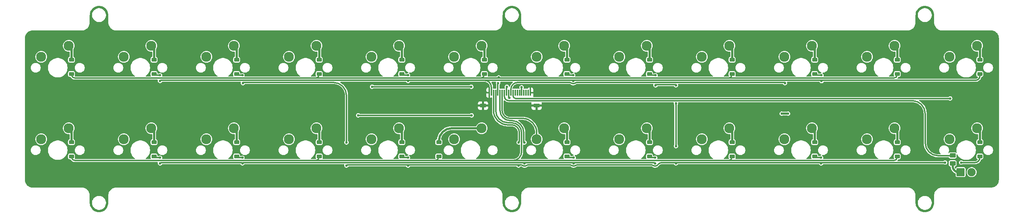
<source format=gbr>
%TF.GenerationSoftware,KiCad,Pcbnew,8.0.2*%
%TF.CreationDate,2025-12-13T11:39:42-08:00*%
%TF.ProjectId,mx-unsaver-frow,6d782d75-6e73-4617-9665-722d66726f77,rev?*%
%TF.SameCoordinates,Original*%
%TF.FileFunction,Copper,L2,Bot*%
%TF.FilePolarity,Positive*%
%FSLAX46Y46*%
G04 Gerber Fmt 4.6, Leading zero omitted, Abs format (unit mm)*
G04 Created by KiCad (PCBNEW 8.0.2) date 2025-12-13 11:39:42*
%MOMM*%
%LPD*%
G01*
G04 APERTURE LIST*
G04 Aperture macros list*
%AMRoundRect*
0 Rectangle with rounded corners*
0 $1 Rounding radius*
0 $2 $3 $4 $5 $6 $7 $8 $9 X,Y pos of 4 corners*
0 Add a 4 corners polygon primitive as box body*
4,1,4,$2,$3,$4,$5,$6,$7,$8,$9,$2,$3,0*
0 Add four circle primitives for the rounded corners*
1,1,$1+$1,$2,$3*
1,1,$1+$1,$4,$5*
1,1,$1+$1,$6,$7*
1,1,$1+$1,$8,$9*
0 Add four rect primitives between the rounded corners*
20,1,$1+$1,$2,$3,$4,$5,0*
20,1,$1+$1,$4,$5,$6,$7,0*
20,1,$1+$1,$6,$7,$8,$9,0*
20,1,$1+$1,$8,$9,$2,$3,0*%
G04 Aperture macros list end*
%TA.AperFunction,ComponentPad*%
%ADD10C,2.300000*%
%TD*%
%TA.AperFunction,SMDPad,CuDef*%
%ADD11RoundRect,0.225000X0.375000X-0.225000X0.375000X0.225000X-0.375000X0.225000X-0.375000X-0.225000X0*%
%TD*%
%TA.AperFunction,SMDPad,CuDef*%
%ADD12RoundRect,0.250000X0.450000X-0.262500X0.450000X0.262500X-0.450000X0.262500X-0.450000X-0.262500X0*%
%TD*%
%TA.AperFunction,ComponentPad*%
%ADD13RoundRect,0.285750X0.666750X0.666750X-0.666750X0.666750X-0.666750X-0.666750X0.666750X-0.666750X0*%
%TD*%
%TA.AperFunction,ComponentPad*%
%ADD14C,1.905000*%
%TD*%
%TA.AperFunction,SMDPad,CuDef*%
%ADD15R,0.300000X1.400000*%
%TD*%
%TA.AperFunction,SMDPad,CuDef*%
%ADD16R,1.350000X0.950000*%
%TD*%
%TA.AperFunction,ViaPad*%
%ADD17C,0.600000*%
%TD*%
%TA.AperFunction,Conductor*%
%ADD18C,0.500000*%
%TD*%
%TA.AperFunction,Conductor*%
%ADD19C,0.300000*%
%TD*%
G04 APERTURE END LIST*
D10*
%TO.P,MX84,1,1*%
%TO.N,COL8*%
X167640000Y2540000D03*
%TO.P,MX84,2,2*%
%TO.N,Net-(D83-A)*%
X173990000Y5080000D03*
%TD*%
%TO.P,MX24,1,1*%
%TO.N,COL2*%
X15240000Y2540000D03*
%TO.P,MX24,2,2*%
%TO.N,Net-(D23-A)*%
X21590000Y5080000D03*
%TD*%
%TO.P,MX85,1,1*%
%TO.N,COL8*%
X167640000Y-16510000D03*
%TO.P,MX85,2,2*%
%TO.N,Net-(D84-A)*%
X173990000Y-13970000D03*
%TD*%
%TO.P,MX92,1,1*%
%TO.N,COL8*%
X129540000Y-16510000D03*
%TO.P,MX92,2,2*%
%TO.N,Net-(D91-A)*%
X135890000Y-13970000D03*
%TD*%
%TO.P,MX46,1,1*%
%TO.N,COL4*%
X53340000Y-16510000D03*
%TO.P,MX46,2,2*%
%TO.N,Net-(D45-A)*%
X59690000Y-13970000D03*
%TD*%
%TO.P,MX86,1,1*%
%TO.N,COL8*%
X148590000Y-16510000D03*
%TO.P,MX86,2,2*%
%TO.N,Net-(D85-A)*%
X154940000Y-13970000D03*
%TD*%
%TO.P,MX107,1,1*%
%TO.N,COL10*%
X186690000Y2540000D03*
%TO.P,MX107,2,2*%
%TO.N,Net-(D102-A)*%
X193040000Y5080000D03*
%TD*%
%TO.P,MX63,1,1*%
%TO.N,COL6*%
X91440000Y2540000D03*
%TO.P,MX63,2,2*%
%TO.N,Net-(D62-A)*%
X97790000Y5080000D03*
%TD*%
%TO.P,MX26,1,1*%
%TO.N,COL2*%
X-3810000Y-16510000D03*
%TO.P,MX26,2,2*%
%TO.N,Net-(D25-A)*%
X2540000Y-13970000D03*
%TD*%
%TO.P,MX66,1,1*%
%TO.N,COL6*%
X91440000Y-16510000D03*
%TO.P,MX66,2,2*%
%TO.N,Net-(D65-A)*%
X97790000Y-13970000D03*
%TD*%
%TO.P,MX44,1,1*%
%TO.N,COL4*%
X72390000Y2540000D03*
%TO.P,MX44,2,2*%
%TO.N,Net-(D43-A)*%
X78740000Y5080000D03*
%TD*%
%TO.P,MX109,1,1*%
%TO.N,COL10*%
X205740000Y-16510000D03*
%TO.P,MX109,2,2*%
%TO.N,Net-(D104-A)*%
X212090000Y-13970000D03*
%TD*%
%TO.P,MX64,1,1*%
%TO.N,COL6*%
X110490000Y2540000D03*
%TO.P,MX64,2,2*%
%TO.N,Net-(D63-A)*%
X116840000Y5080000D03*
%TD*%
%TO.P,MX25,1,1*%
%TO.N,COL2*%
X34290000Y2540000D03*
%TO.P,MX25,2,2*%
%TO.N,Net-(D24-A)*%
X40640000Y5080000D03*
%TD*%
%TO.P,MX23,1,1*%
%TO.N,COL2*%
X-3810000Y2540000D03*
%TO.P,MX23,2,2*%
%TO.N,Net-(D22-A)*%
X2540000Y5080000D03*
%TD*%
%TO.P,MX47,1,1*%
%TO.N,COL4*%
X34290000Y-16510000D03*
%TO.P,MX47,2,2*%
%TO.N,Net-(D46-A)*%
X40640000Y-13970000D03*
%TD*%
%TO.P,MX67,1,1*%
%TO.N,COL6*%
X110490000Y-16510000D03*
%TO.P,MX67,2,2*%
%TO.N,Net-(D66-A)*%
X116840000Y-13970000D03*
%TD*%
%TO.P,MX83,1,1*%
%TO.N,COL8*%
X148590000Y2540000D03*
%TO.P,MX83,2,2*%
%TO.N,Net-(D82-A)*%
X154940000Y5080000D03*
%TD*%
%TO.P,MX43,1,1*%
%TO.N,COL4*%
X53340000Y2540000D03*
%TO.P,MX43,2,2*%
%TO.N,Net-(D42-A)*%
X59690000Y5080000D03*
%TD*%
%TO.P,MX108,1,1*%
%TO.N,COL10*%
X205740000Y2540000D03*
%TO.P,MX108,2,2*%
%TO.N,Net-(D103-A)*%
X212090000Y5080000D03*
%TD*%
%TO.P,MX110,1,1*%
%TO.N,COL10*%
X186690000Y-16510000D03*
%TO.P,MX110,2,2*%
%TO.N,Net-(D105-A)*%
X193040000Y-13970000D03*
%TD*%
%TO.P,MX65,1,1*%
%TO.N,COL6*%
X129540000Y2540000D03*
%TO.P,MX65,2,2*%
%TO.N,Net-(D64-A)*%
X135890000Y5080000D03*
%TD*%
%TO.P,MX27,1,1*%
%TO.N,COL2*%
X15240000Y-16510000D03*
%TO.P,MX27,2,2*%
%TO.N,Net-(D26-A)*%
X21590000Y-13970000D03*
%TD*%
%TO.P,MX45,1,1*%
%TO.N,COL4*%
X72390000Y-16510000D03*
%TO.P,MX45,2,2*%
%TO.N,Net-(D44-A)*%
X78740000Y-13970000D03*
%TD*%
D11*
%TO.P,D103,1,K*%
%TO.N,ROW1*%
X212725000Y-1443750D03*
%TO.P,D103,2,A*%
%TO.N,Net-(D103-A)*%
X212725000Y1856250D03*
%TD*%
%TO.P,D104,1,K*%
%TO.N,ROW2*%
X212725000Y-20493750D03*
%TO.P,D104,2,A*%
%TO.N,Net-(D104-A)*%
X212725000Y-17193750D03*
%TD*%
%TO.P,D46,1,K*%
%TO.N,ROW4*%
X41275000Y-20493750D03*
%TO.P,D46,2,A*%
%TO.N,Net-(D46-A)*%
X41275000Y-17193750D03*
%TD*%
%TO.P,D44,1,K*%
%TO.N,ROW2*%
X79375000Y-20493750D03*
%TO.P,D44,2,A*%
%TO.N,Net-(D44-A)*%
X79375000Y-17193750D03*
%TD*%
%TO.P,D24,1,K*%
%TO.N,ROW2*%
X41275000Y-1443750D03*
%TO.P,D24,2,A*%
%TO.N,Net-(D24-A)*%
X41275000Y1856250D03*
%TD*%
D12*
%TO.P,R1,1*%
%TO.N,Net-(D1-K)*%
X206430000Y-22092500D03*
%TO.P,R1,2*%
%TO.N,LED_COM*%
X206430000Y-20267500D03*
%TD*%
D11*
%TO.P,D43,1,K*%
%TO.N,ROW1*%
X79375000Y-1443750D03*
%TO.P,D43,2,A*%
%TO.N,Net-(D43-A)*%
X79375000Y1856250D03*
%TD*%
%TO.P,D85,1,K*%
%TO.N,ROW3*%
X155575000Y-20493750D03*
%TO.P,D85,2,A*%
%TO.N,Net-(D85-A)*%
X155575000Y-17193750D03*
%TD*%
%TO.P,D26,1,K*%
%TO.N,ROW4*%
X22225000Y-20493750D03*
%TO.P,D26,2,A*%
%TO.N,Net-(D26-A)*%
X22225000Y-17193750D03*
%TD*%
%TO.P,D82,1,K*%
%TO.N,ROW0*%
X155575000Y-1443750D03*
%TO.P,D82,2,A*%
%TO.N,Net-(D82-A)*%
X155575000Y1856250D03*
%TD*%
%TO.P,D66,1,K*%
%TO.N,ROW4*%
X117475000Y-20493750D03*
%TO.P,D66,2,A*%
%TO.N,Net-(D66-A)*%
X117475000Y-17193750D03*
%TD*%
%TO.P,D83,1,K*%
%TO.N,ROW1*%
X174625000Y-1443750D03*
%TO.P,D83,2,A*%
%TO.N,Net-(D83-A)*%
X174625000Y1856250D03*
%TD*%
%TO.P,D23,1,K*%
%TO.N,ROW1*%
X22225000Y-1443750D03*
%TO.P,D23,2,A*%
%TO.N,Net-(D23-A)*%
X22225000Y1856250D03*
%TD*%
D13*
%TO.P,D1,1,K*%
%TO.N,Net-(D1-K)*%
X208280000Y-24130000D03*
D14*
%TO.P,D1,2,A*%
%TO.N,+5V*%
X210820000Y-24130000D03*
%TD*%
D11*
%TO.P,D45,1,K*%
%TO.N,ROW3*%
X60325000Y-20493750D03*
%TO.P,D45,2,A*%
%TO.N,Net-(D45-A)*%
X60325000Y-17193750D03*
%TD*%
%TO.P,D25,1,K*%
%TO.N,ROW3*%
X3175000Y-20493750D03*
%TO.P,D25,2,A*%
%TO.N,Net-(D25-A)*%
X3175000Y-17193750D03*
%TD*%
%TO.P,D105,1,K*%
%TO.N,ROW3*%
X193675000Y-20493750D03*
%TO.P,D105,2,A*%
%TO.N,Net-(D105-A)*%
X193675000Y-17193750D03*
%TD*%
%TO.P,D42,1,K*%
%TO.N,ROW0*%
X60325000Y-1443750D03*
%TO.P,D42,2,A*%
%TO.N,Net-(D42-A)*%
X60325000Y1856250D03*
%TD*%
%TO.P,D22,1,K*%
%TO.N,ROW0*%
X3175000Y-1443750D03*
%TO.P,D22,2,A*%
%TO.N,Net-(D22-A)*%
X3175000Y1856250D03*
%TD*%
%TO.P,D84,1,K*%
%TO.N,ROW2*%
X174625000Y-20493750D03*
%TO.P,D84,2,A*%
%TO.N,Net-(D84-A)*%
X174625000Y-17193750D03*
%TD*%
%TO.P,D63,1,K*%
%TO.N,ROW1*%
X117475000Y-1443750D03*
%TO.P,D63,2,A*%
%TO.N,Net-(D63-A)*%
X117475000Y1856250D03*
%TD*%
%TO.P,D62,1,K*%
%TO.N,ROW0*%
X98425000Y-1443750D03*
%TO.P,D62,2,A*%
%TO.N,Net-(D62-A)*%
X98425000Y1856250D03*
%TD*%
%TO.P,D64,1,K*%
%TO.N,ROW2*%
X136525000Y-1443750D03*
%TO.P,D64,2,A*%
%TO.N,Net-(D64-A)*%
X136525000Y1856250D03*
%TD*%
%TO.P,D65,1,K*%
%TO.N,ROW3*%
X87900000Y-20493750D03*
%TO.P,D65,2,A*%
%TO.N,Net-(D65-A)*%
X87900000Y-17193750D03*
%TD*%
%TO.P,D91,1,K*%
%TO.N,ROW4*%
X136525000Y-20493750D03*
%TO.P,D91,2,A*%
%TO.N,Net-(D91-A)*%
X136525000Y-17193750D03*
%TD*%
%TO.P,D102,1,K*%
%TO.N,ROW0*%
X193675000Y-1443750D03*
%TO.P,D102,2,A*%
%TO.N,Net-(D102-A)*%
X193675000Y1856250D03*
%TD*%
D15*
%TO.P,J2,1,Pin_1*%
%TO.N,GND*%
X109024900Y-5766785D03*
%TO.P,J2,2,Pin_2*%
%TO.N,unconnected-(J2-Pin_2-Pad2)*%
X108524800Y-5766785D03*
%TO.P,J2,3,Pin_3*%
%TO.N,unconnected-(J2-Pin_3-Pad3)*%
X108024900Y-5766785D03*
%TO.P,J2,4,Pin_4*%
%TO.N,unconnected-(J2-Pin_4-Pad4)*%
X107524800Y-5766785D03*
%TO.P,J2,5,Pin_5*%
%TO.N,+5V*%
X107024900Y-5766785D03*
%TO.P,J2,6,Pin_6*%
%TO.N,unconnected-(J2-Pin_6-Pad6)*%
X106524800Y-5766785D03*
%TO.P,J2,7,Pin_7*%
%TO.N,unconnected-(J2-Pin_7-Pad7)*%
X106024900Y-5766785D03*
%TO.P,J2,8,Pin_8*%
%TO.N,unconnected-(J2-Pin_8-Pad8)*%
X105524800Y-5766785D03*
%TO.P,J2,9,Pin_9*%
%TO.N,COL10*%
X105024900Y-5766785D03*
%TO.P,J2,10,Pin_10*%
%TO.N,COL8*%
X104524800Y-5766785D03*
%TO.P,J2,11,Pin_11*%
%TO.N,COL2*%
X104024900Y-5766785D03*
%TO.P,J2,12,Pin_12*%
%TO.N,COL4*%
X103524800Y-5766785D03*
%TO.P,J2,13,Pin_13*%
%TO.N,LED_COM*%
X103024700Y-5766785D03*
%TO.P,J2,14,Pin_14*%
%TO.N,COL6*%
X102524800Y-5766785D03*
%TO.P,J2,15,Pin_15*%
%TO.N,ROW4*%
X102024700Y-5766785D03*
%TO.P,J2,16,Pin_16*%
%TO.N,ROW0*%
X101524800Y-5766785D03*
%TO.P,J2,17,Pin_17*%
%TO.N,ROW3*%
X101024700Y-5766785D03*
%TO.P,J2,18,Pin_18*%
%TO.N,ROW2*%
X100524800Y-5766785D03*
%TO.P,J2,19,Pin_19*%
%TO.N,ROW1*%
X100024700Y-5766785D03*
%TO.P,J2,20,Pin_20*%
%TO.N,GND*%
X99524800Y-5766785D03*
D16*
%TO.P,J2,MP,MountPin*%
X110450000Y-8741985D03*
X98100000Y-8741985D03*
%TD*%
D17*
%TO.N,ROW0*%
X101700000Y-2243900D03*
X101600000Y-3543900D03*
%TO.N,ROW1*%
X80800000Y-3043900D03*
X80800000Y-1743900D03*
X118900000Y-1743900D03*
X118900000Y-3043900D03*
X23600000Y-3043900D03*
X176200000Y-1743900D03*
X176200000Y-3100000D03*
X23600000Y-1743900D03*
%TO.N,ROW2*%
X142600000Y-4050000D03*
X80800000Y-20793900D03*
X66600000Y-22593900D03*
X42600000Y-1743900D03*
X80800000Y-22593900D03*
X137900000Y-1743900D03*
X176100000Y-20793900D03*
X142600000Y-18100000D03*
X106300000Y-22593900D03*
X106350000Y-17260000D03*
X42700000Y-3543900D03*
X142600000Y-22093900D03*
X204700000Y-21900000D03*
X176100000Y-22093900D03*
X208400000Y-21900000D03*
X142600000Y-8250000D03*
X137900000Y-4050000D03*
X66600000Y-17260000D03*
%TO.N,ROW4*%
X107650000Y-17260000D03*
X119000000Y-22093900D03*
X42600000Y-22093900D03*
X23600000Y-20793900D03*
X107700000Y-22093900D03*
X137800000Y-22093900D03*
X119000000Y-20793900D03*
X42600000Y-20793900D03*
X137800000Y-20793900D03*
X23600000Y-22093900D03*
%TO.N,COL2*%
X104200000Y-6950000D03*
X69300000Y-11000000D03*
X95500000Y-11000000D03*
%TO.N,COL4*%
X103600000Y-4400000D03*
X72495000Y-4400000D03*
X95400000Y-4400000D03*
%TO.N,COL8*%
X167745000Y-3543900D03*
%TO.N,COL10*%
X205845000Y-7100000D03*
%TO.N,GND*%
X112100000Y-8700000D03*
X111100000Y-5800000D03*
X100600000Y-3700000D03*
X96600000Y-8700000D03*
X102800000Y-3600000D03*
X98800000Y-5700000D03*
%TO.N,+5V*%
X168495000Y-10600000D03*
X107000000Y-4500000D03*
X166995000Y-10600000D03*
%TD*%
D18*
%TO.N,Net-(D1-K)*%
X206430000Y-22092500D02*
X206430000Y-22730000D01*
X207830000Y-24130000D02*
X208280000Y-24130000D01*
X207830000Y-24130000D02*
G75*
G02*
X206430000Y-22730000I0J1400000D01*
G01*
%TO.N,Net-(D22-A)*%
X3175000Y1856250D02*
X3175000Y4445000D01*
X3175000Y4445000D02*
X2540000Y5080000D01*
D19*
%TO.N,ROW0*%
X58600000Y-2393900D02*
X3975000Y-2393900D01*
X101524800Y-5766785D02*
X101524800Y-3543900D01*
X58600000Y-2393900D02*
X97200000Y-2393900D01*
X97200000Y-2393900D02*
X101524800Y-2393900D01*
X59525000Y-2393900D02*
X58600000Y-2393900D01*
X101524800Y-2393900D02*
X154500000Y-2393900D01*
X97200000Y-2393900D02*
X97625000Y-2393900D01*
X154500000Y-2393900D02*
X192875000Y-2393900D01*
X155575000Y-1593900D02*
X155575000Y-1443750D01*
X60325000Y-1443750D02*
X60325000Y-1593900D01*
X101524800Y-3543900D02*
X101600000Y-3543900D01*
X193675000Y-1593900D02*
X193675000Y-1443750D01*
X98425000Y-1593900D02*
X98425000Y-1443750D01*
X154500000Y-2393900D02*
X154775000Y-2393900D01*
X3175000Y-1593900D02*
X3175000Y-1443750D01*
X3175000Y-1593900D02*
G75*
G03*
X3975000Y-2393900I800000J0D01*
G01*
X98425000Y-1593900D02*
G75*
G02*
X97625000Y-2393900I-800000J0D01*
G01*
X193675000Y-1593900D02*
G75*
G02*
X192875000Y-2393900I-800000J0D01*
G01*
X154775000Y-2393900D02*
G75*
G03*
X155575000Y-1593900I0J800000D01*
G01*
X60325000Y-1593900D02*
G75*
G02*
X59525000Y-2393900I-800000J0D01*
G01*
%TO.N,ROW1*%
X100024700Y-4493900D02*
X100024700Y-5766785D01*
X22225000Y-1443750D02*
X22225000Y-1743900D01*
X117800000Y-2893900D02*
X118900000Y-2893900D01*
X23600000Y-3043900D02*
X23750000Y-2893900D01*
X175700000Y-2893900D02*
X176200000Y-2893900D01*
X24500000Y-2893900D02*
X79600000Y-2893900D01*
X174625000Y-2893900D02*
X175700000Y-2893900D01*
X80800000Y-1743900D02*
X79675150Y-1743900D01*
X174625000Y-1743900D02*
X174625000Y-1443750D01*
X118900000Y-2893900D02*
X118900000Y-3043900D01*
X22225000Y-1743900D02*
X23600000Y-1743900D01*
X176200000Y-1743900D02*
X174625000Y-1743900D01*
X176200000Y-2893900D02*
X176200000Y-3100000D01*
X79600000Y-2893900D02*
X98424700Y-2893900D01*
X117475000Y-1743900D02*
X117475000Y-1443750D01*
X79600000Y-2893900D02*
X80650000Y-2893900D01*
X98424700Y-2893900D02*
X117800000Y-2893900D01*
X117800000Y-2893900D02*
X174625000Y-2893900D01*
X212725000Y-1893900D02*
X212725000Y-1443750D01*
X23750000Y-2893900D02*
X24500000Y-2893900D01*
X118900000Y-1743900D02*
X117475000Y-1743900D01*
X175700000Y-2893900D02*
X211725000Y-2893900D01*
X79675150Y-1743900D02*
X79375000Y-1443750D01*
X80650000Y-2893900D02*
X80800000Y-3043900D01*
X212725000Y-1893900D02*
G75*
G02*
X211725000Y-2893900I-1000000J0D01*
G01*
X98424700Y-2893900D02*
G75*
G02*
X100024700Y-4493900I0J-1600000D01*
G01*
D18*
%TO.N,Net-(D23-A)*%
X22225000Y4445000D02*
X21590000Y5080000D01*
X22225000Y1856250D02*
X22225000Y4445000D01*
%TO.N,Net-(D24-A)*%
X41275000Y4445000D02*
X40640000Y5080000D01*
X41275000Y1856250D02*
X41275000Y4445000D01*
D19*
%TO.N,ROW2*%
X174925150Y-20793900D02*
X174625000Y-20493750D01*
X142600000Y-3900000D02*
X142600000Y-4050000D01*
X136525000Y-1743900D02*
X136525000Y-1443750D01*
X106350000Y-17100000D02*
X106350000Y-17260000D01*
X67200000Y-22443900D02*
X80000000Y-22443900D01*
X211525000Y-21943900D02*
X210200000Y-21943900D01*
X80000000Y-22443900D02*
X80650000Y-22443900D01*
X142600000Y-21943900D02*
X142600000Y-22093900D01*
X208400000Y-21943900D02*
X208400000Y-21900000D01*
X108476346Y-22443900D02*
X118223654Y-22443900D01*
X66750000Y-22443900D02*
X67200000Y-22443900D01*
X142600000Y-14900000D02*
X142600000Y-8250000D01*
X80000000Y-22443900D02*
X104100000Y-22443900D01*
X41275000Y-1743900D02*
X42600000Y-1743900D01*
X138215686Y-22597453D02*
X138576346Y-22236793D01*
X104350000Y-22443900D02*
X105000000Y-22443900D01*
X175100000Y-21943900D02*
X204656100Y-21943900D01*
X118937868Y-22743900D02*
X119062132Y-22743900D01*
X142600000Y-21943900D02*
X175100000Y-21943900D01*
X142600000Y-18100000D02*
X142600000Y-14900000D01*
X204656100Y-21943900D02*
X204700000Y-21900000D01*
X80800000Y-20793900D02*
X79675150Y-20793900D01*
X100524800Y-5766785D02*
X100524800Y-9900000D01*
X137900000Y-3900000D02*
X142600000Y-3900000D01*
X210200000Y-21943900D02*
X208400000Y-21943900D01*
X137737868Y-22743900D02*
X137862132Y-22743900D01*
X79675150Y-20793900D02*
X79375000Y-20493750D01*
X66600000Y-14900000D02*
X66600000Y-17260000D01*
X137900000Y-4050000D02*
X137900000Y-3900000D01*
X42700000Y-3400000D02*
X42706100Y-3393900D01*
X104100000Y-22443900D02*
X104350000Y-22443900D01*
X42706100Y-3393900D02*
X44300000Y-3393900D01*
X41275000Y-1443750D02*
X41275000Y-1743900D01*
X137900000Y-1743900D02*
X136525000Y-1743900D01*
X106500000Y-15000000D02*
X106500000Y-17100000D01*
X107277208Y-22590347D02*
X107284315Y-22597454D01*
X66600000Y-6393900D02*
X66600000Y-14900000D01*
X119776346Y-22443900D02*
X137023654Y-22443900D01*
X118577208Y-22590347D02*
X118584315Y-22597454D01*
X42700000Y-3543900D02*
X42700000Y-3400000D01*
X107637868Y-22743900D02*
X107762132Y-22743900D01*
X106923654Y-22443900D02*
X105000000Y-22443900D01*
X44300000Y-3393900D02*
X63600000Y-3393900D01*
X119415686Y-22597453D02*
X119422793Y-22590346D01*
X108115686Y-22597453D02*
X108122793Y-22590346D01*
X175950000Y-21943900D02*
X176100000Y-22093900D01*
X137377208Y-22590347D02*
X137384315Y-22597454D01*
X176100000Y-20793900D02*
X174925150Y-20793900D01*
X103824800Y-13200000D02*
X104700000Y-13200000D01*
X80650000Y-22443900D02*
X80800000Y-22593900D01*
X175100000Y-21943900D02*
X175950000Y-21943900D01*
X139283453Y-21943900D02*
X142600000Y-21943900D01*
X212725000Y-20743900D02*
X212725000Y-20493750D01*
X66600000Y-22593900D02*
X66750000Y-22443900D01*
X106500000Y-17100000D02*
X106350000Y-17100000D01*
X119422793Y-22590346D02*
G75*
G02*
X119776346Y-22443932I353507J-353554D01*
G01*
X108115686Y-22597453D02*
G75*
G02*
X107762132Y-22743923I-353586J353553D01*
G01*
X118584315Y-22597454D02*
G75*
G03*
X118937868Y-22743923I353585J353554D01*
G01*
X137384315Y-22597454D02*
G75*
G03*
X137737868Y-22743923I353585J353554D01*
G01*
X104700000Y-13200000D02*
G75*
G02*
X106500000Y-15000000I0J-1800000D01*
G01*
X138576346Y-22236793D02*
G75*
G02*
X139283453Y-21943866I707154J-707107D01*
G01*
X107284315Y-22597454D02*
G75*
G03*
X107637868Y-22743923I353585J353554D01*
G01*
X100524800Y-9900000D02*
G75*
G03*
X103824800Y-13200000I3300000J0D01*
G01*
X108122793Y-22590346D02*
G75*
G02*
X108476346Y-22443932I353507J-353554D01*
G01*
X118223654Y-22443900D02*
G75*
G02*
X118577231Y-22590324I46J-500000D01*
G01*
X107277208Y-22590347D02*
G75*
G03*
X106923654Y-22443932I-353508J-353553D01*
G01*
X137023654Y-22443900D02*
G75*
G02*
X137377231Y-22590324I46J-500000D01*
G01*
X119062132Y-22743900D02*
G75*
G03*
X119415670Y-22597437I-32J500000D01*
G01*
X137862132Y-22743900D02*
G75*
G03*
X138215670Y-22597437I-32J500000D01*
G01*
X212725000Y-20743900D02*
G75*
G02*
X211525000Y-21943900I-1200000J0D01*
G01*
X63600000Y-3393900D02*
G75*
G02*
X66600000Y-6393900I0J-3000000D01*
G01*
%TO.N,ROW3*%
X60325000Y-20493750D02*
X60325000Y-20643900D01*
X3175000Y-20643900D02*
X3175000Y-20493750D01*
X97400000Y-21443900D02*
X104700000Y-21443900D01*
X154300000Y-21443900D02*
X154775000Y-21443900D01*
X87875000Y-20643900D02*
X87875000Y-20493750D01*
X154300000Y-21443900D02*
X192875000Y-21443900D01*
X104700000Y-21443900D02*
X154300000Y-21443900D01*
X97400000Y-21443900D02*
X97625000Y-21443900D01*
X101024700Y-9900000D02*
X101024700Y-5766785D01*
X59100000Y-21443900D02*
X3975000Y-21443900D01*
X59100000Y-21443900D02*
X97400000Y-21443900D01*
X193675000Y-20643900D02*
X193675000Y-20493750D01*
X107000000Y-19443900D02*
X107000000Y-15000000D01*
X59525000Y-21443900D02*
X59100000Y-21443900D01*
X104700000Y-12700000D02*
X103824700Y-12700000D01*
X104700000Y-21443900D02*
X105000000Y-21443900D01*
X155575000Y-20643900D02*
X155575000Y-20493750D01*
X107000000Y-19443900D02*
G75*
G02*
X105000000Y-21443900I-2000000J0D01*
G01*
X192875000Y-21443900D02*
G75*
G03*
X193675000Y-20643900I0J800000D01*
G01*
X107000000Y-15000000D02*
G75*
G03*
X104700000Y-12700000I-2300000J0D01*
G01*
X60325000Y-20643900D02*
G75*
G02*
X59525000Y-21443900I-800000J0D01*
G01*
X154775000Y-21443900D02*
G75*
G03*
X155575000Y-20643900I0J800000D01*
G01*
X3975000Y-21443900D02*
G75*
G02*
X3175000Y-20643900I0J800000D01*
G01*
X87875000Y-20643900D02*
G75*
G02*
X87075000Y-21443900I-800000J0D01*
G01*
X103824700Y-12700000D02*
G75*
G02*
X101024700Y-9900000I0J2800000D01*
G01*
D18*
%TO.N,Net-(D25-A)*%
X3175000Y-17193750D02*
X3175000Y-14605000D01*
X3175000Y-14605000D02*
X2540000Y-13970000D01*
D19*
%TO.N,ROW4*%
X118300000Y-21943900D02*
X137650000Y-21943900D01*
X22225000Y-20793900D02*
X23600000Y-20793900D01*
X118300000Y-21943900D02*
X118850000Y-21943900D01*
X104324700Y-12200000D02*
X104700000Y-12200000D01*
X102024700Y-5766785D02*
X102024700Y-9900000D01*
X24400000Y-21943900D02*
X42450000Y-21943900D01*
X107700000Y-21943900D02*
X107700000Y-22093900D01*
X107500000Y-15000000D02*
X107500000Y-17260000D01*
X107500000Y-17260000D02*
X107650000Y-17260000D01*
X105400000Y-21943900D02*
X107700000Y-21943900D01*
X137650000Y-21943900D02*
X137800000Y-22093900D01*
X43400000Y-21943900D02*
X105400000Y-21943900D01*
X117775150Y-20793900D02*
X117475000Y-20493750D01*
X23600000Y-22093900D02*
X23750000Y-21943900D01*
X22225000Y-20493750D02*
X22225000Y-20793900D01*
X42750000Y-21943900D02*
X43400000Y-21943900D01*
X23750000Y-21943900D02*
X24400000Y-21943900D01*
X119000000Y-20793900D02*
X117775150Y-20793900D01*
X105400000Y-21943900D02*
X118300000Y-21943900D01*
X42600000Y-20793900D02*
X41575150Y-20793900D01*
X42600000Y-22093900D02*
X42750000Y-21943900D01*
X42450000Y-21943900D02*
X42600000Y-22093900D01*
X137800000Y-20793900D02*
X136825150Y-20793900D01*
X118850000Y-21943900D02*
X119000000Y-22093900D01*
X136825150Y-20793900D02*
X136525000Y-20493750D01*
X41575150Y-20793900D02*
X41275000Y-20493750D01*
X102024700Y-9900000D02*
G75*
G03*
X104324700Y-12200000I2300000J0D01*
G01*
X107500000Y-15000000D02*
G75*
G03*
X104700000Y-12200000I-2800000J0D01*
G01*
D18*
%TO.N,Net-(D26-A)*%
X22225000Y-17193750D02*
X22225000Y-14605000D01*
X22225000Y-14605000D02*
X21590000Y-13970000D01*
%TO.N,Net-(D42-A)*%
X60325000Y4445000D02*
X59690000Y5080000D01*
X60325000Y1856250D02*
X60325000Y4445000D01*
%TO.N,Net-(D43-A)*%
X79375000Y4445000D02*
X78740000Y5080000D01*
X79375000Y1856250D02*
X79375000Y4445000D01*
%TO.N,Net-(D44-A)*%
X79375000Y-14605000D02*
X78740000Y-13970000D01*
X79375000Y-17193750D02*
X79375000Y-14605000D01*
%TO.N,Net-(D45-A)*%
X60325000Y-17193750D02*
X60325000Y-14605000D01*
X60325000Y-14605000D02*
X59690000Y-13970000D01*
%TO.N,Net-(D46-A)*%
X41275000Y-17193750D02*
X41275000Y-14605000D01*
X41275000Y-14605000D02*
X40640000Y-13970000D01*
%TO.N,Net-(D62-A)*%
X98425000Y1856250D02*
X98425000Y4445000D01*
X98425000Y4445000D02*
X97790000Y5080000D01*
%TO.N,Net-(D63-A)*%
X117475000Y1856250D02*
X117475000Y4445000D01*
X117475000Y4445000D02*
X116840000Y5080000D01*
%TO.N,Net-(D64-A)*%
X136525000Y1856250D02*
X136525000Y4445000D01*
X136525000Y4445000D02*
X135890000Y5080000D01*
%TO.N,Net-(D65-A)*%
X97790000Y-13970000D02*
X90900000Y-13970000D01*
X87900000Y-16970000D02*
X87900000Y-17193750D01*
X87900000Y-16970000D02*
G75*
G02*
X90900000Y-13970000I3000000J0D01*
G01*
%TO.N,Net-(D66-A)*%
X117475000Y-17193750D02*
X117475000Y-14605000D01*
X117475000Y-14605000D02*
X116840000Y-13970000D01*
%TO.N,Net-(D82-A)*%
X155575000Y1856250D02*
X155575000Y4445000D01*
X155575000Y4445000D02*
X154940000Y5080000D01*
%TO.N,Net-(D83-A)*%
X174625000Y4445000D02*
X173990000Y5080000D01*
X174625000Y1856250D02*
X174625000Y4445000D01*
%TO.N,Net-(D84-A)*%
X174625000Y-14605000D02*
X173990000Y-13970000D01*
X174625000Y-17193750D02*
X174625000Y-14605000D01*
%TO.N,Net-(D85-A)*%
X155575000Y-17193750D02*
X155575000Y-14605000D01*
X155575000Y-14605000D02*
X154940000Y-13970000D01*
%TO.N,Net-(D91-A)*%
X136525000Y-17193750D02*
X136525000Y-14605000D01*
X136525000Y-14605000D02*
X135890000Y-13970000D01*
%TO.N,Net-(D102-A)*%
X193675000Y4445000D02*
X193040000Y5080000D01*
X193675000Y1856250D02*
X193675000Y4445000D01*
%TO.N,Net-(D103-A)*%
X212725000Y1856250D02*
X212725000Y4445000D01*
X212725000Y4445000D02*
X212090000Y5080000D01*
%TO.N,Net-(D104-A)*%
X212725000Y-17193750D02*
X212725000Y-14605000D01*
X212725000Y-14605000D02*
X212090000Y-13970000D01*
%TO.N,Net-(D105-A)*%
X193675000Y-14605000D02*
X193040000Y-13970000D01*
X193675000Y-17193750D02*
X193675000Y-14605000D01*
D19*
%TO.N,COL2*%
X95500000Y-11000000D02*
X69300000Y-11000000D01*
X104024900Y-5766785D02*
X104024900Y-6950000D01*
X104024900Y-6950000D02*
X104200000Y-6950000D01*
%TO.N,COL4*%
X103524800Y-4400000D02*
X103600000Y-4400000D01*
X103524800Y-5766785D02*
X103524800Y-4400000D01*
X72495000Y-4400000D02*
X95400000Y-4400000D01*
%TO.N,COL6*%
X104324800Y-11700000D02*
X107190000Y-11700000D01*
X110490000Y-15000000D02*
X110490000Y-16510000D01*
X102524800Y-5766785D02*
X102524800Y-9900000D01*
X102524800Y-9900000D02*
G75*
G03*
X104324800Y-11700000I1800000J0D01*
G01*
X107190000Y-11700000D02*
G75*
G02*
X110490000Y-15000000I0J-3300000D01*
G01*
%TO.N,COL8*%
X118123654Y-3393900D02*
X106124800Y-3393900D01*
X167745000Y-3543900D02*
X167745000Y-3400000D01*
X119316692Y-3546447D02*
X119315685Y-3547454D01*
X118484314Y-3547453D02*
X118477207Y-3540346D01*
X104524800Y-4993900D02*
X104524800Y-5766785D01*
X167745000Y-3400000D02*
X119670246Y-3400000D01*
X118962132Y-3693900D02*
X118837868Y-3693900D01*
X106124800Y-3393900D02*
G75*
G03*
X104524800Y-4993900I0J-1600000D01*
G01*
X118484314Y-3547453D02*
G75*
G03*
X118837868Y-3693923I353586J353553D01*
G01*
X119315685Y-3547454D02*
G75*
G02*
X118962132Y-3693923I-353585J353554D01*
G01*
X119670246Y-3400000D02*
G75*
G03*
X119316669Y-3546424I-46J-500000D01*
G01*
X118477207Y-3540346D02*
G75*
G03*
X118123654Y-3393932I-353507J-353554D01*
G01*
%TO.N,COL10*%
X105624900Y-7100000D02*
X205845000Y-7100000D01*
X105024900Y-5766785D02*
X105024900Y-6500000D01*
X105024900Y-6500000D02*
G75*
G03*
X105624900Y-7100000I600000J0D01*
G01*
%TO.N,LED_COM*%
X103024700Y-6600000D02*
X103024700Y-5766785D01*
X206430000Y-20267500D02*
X206372500Y-20325000D01*
X197100000Y-7600000D02*
X104024700Y-7600000D01*
X200100000Y-17325000D02*
X200100000Y-10600000D01*
X206372500Y-20325000D02*
X203100000Y-20325000D01*
X203100000Y-20325000D02*
G75*
G02*
X200100000Y-17325000I0J3000000D01*
G01*
X103024700Y-6600000D02*
G75*
G03*
X104024700Y-7600000I1000000J0D01*
G01*
X200100000Y-10600000D02*
G75*
G03*
X197100000Y-7600000I-3000000J0D01*
G01*
%TO.N,GND*%
X109024900Y-5766785D02*
X111100000Y-5766785D01*
X111100000Y-5766785D02*
X111100000Y-5800000D01*
D18*
X98100000Y-8741985D02*
X96600000Y-8741985D01*
X96600000Y-8741985D02*
X96600000Y-8700000D01*
X112100000Y-8741985D02*
X112100000Y-8700000D01*
D19*
X99524800Y-5766785D02*
X98800000Y-5766785D01*
D18*
X110450000Y-8741985D02*
X112100000Y-8741985D01*
D19*
X98800000Y-5766785D02*
X98800000Y-5700000D01*
%TO.N,+5V*%
X107024900Y-4500000D02*
X107000000Y-4500000D01*
D18*
X166995000Y-10600000D02*
X168495000Y-10600000D01*
D19*
X107024900Y-5766785D02*
X107024900Y-4500000D01*
%TD*%
%TA.AperFunction,Conductor*%
%TO.N,GND*%
G36*
X104943712Y-3265217D02*
G01*
X104983308Y-3319717D01*
X104983308Y-3387083D01*
X104945998Y-3439875D01*
X104835992Y-3524285D01*
X104655185Y-3705092D01*
X104499541Y-3907931D01*
X104371698Y-4129360D01*
X104297363Y-4308820D01*
X104253612Y-4360045D01*
X104188107Y-4375771D01*
X104125870Y-4349991D01*
X104090672Y-4292552D01*
X104088772Y-4282635D01*
X104085165Y-4257543D01*
X104025377Y-4126627D01*
X103931128Y-4017857D01*
X103931127Y-4017856D01*
X103931126Y-4017855D01*
X103810053Y-3940047D01*
X103764389Y-3926639D01*
X103671961Y-3899500D01*
X103528039Y-3899500D01*
X103499312Y-3907935D01*
X103389946Y-3940047D01*
X103268873Y-4017855D01*
X103174623Y-4126626D01*
X103162102Y-4154044D01*
X103114835Y-4257543D01*
X103094353Y-4400000D01*
X103114835Y-4542457D01*
X103164450Y-4651096D01*
X103174300Y-4696377D01*
X103174300Y-4757285D01*
X103153483Y-4821354D01*
X103098983Y-4860950D01*
X103065300Y-4866285D01*
X102854951Y-4866285D01*
X102796013Y-4878008D01*
X102753487Y-4878008D01*
X102694548Y-4866285D01*
X102355052Y-4866285D01*
X102355051Y-4866285D01*
X102296013Y-4878028D01*
X102253487Y-4878028D01*
X102194448Y-4866285D01*
X101984300Y-4866285D01*
X101920231Y-4845468D01*
X101880635Y-4790968D01*
X101875300Y-4757285D01*
X101875300Y-4021439D01*
X101896117Y-3957370D01*
X101925371Y-3929742D01*
X101931128Y-3926043D01*
X102025377Y-3817273D01*
X102085165Y-3686357D01*
X102105647Y-3543900D01*
X102085165Y-3401443D01*
X102083901Y-3398676D01*
X102083612Y-3396156D01*
X102082969Y-3393965D01*
X102083348Y-3393853D01*
X102076224Y-3331752D01*
X102109351Y-3273094D01*
X102170629Y-3245110D01*
X102183053Y-3244400D01*
X104879643Y-3244400D01*
X104943712Y-3265217D01*
G37*
%TD.AperFunction*%
%TA.AperFunction,Conductor*%
G36*
X101081016Y-3265217D02*
G01*
X101120612Y-3319717D01*
X101120612Y-3387083D01*
X101116102Y-3398668D01*
X101114835Y-3401443D01*
X101094353Y-3543900D01*
X101114835Y-3686357D01*
X101164134Y-3794304D01*
X101164450Y-3794996D01*
X101174300Y-3840277D01*
X101174300Y-4757285D01*
X101153483Y-4821354D01*
X101098983Y-4860950D01*
X101065300Y-4866285D01*
X100854951Y-4866285D01*
X100796013Y-4878008D01*
X100753487Y-4878008D01*
X100694548Y-4866285D01*
X100484200Y-4866285D01*
X100420131Y-4845468D01*
X100380535Y-4790968D01*
X100375200Y-4757285D01*
X100375200Y-4366054D01*
X100341828Y-4112576D01*
X100341826Y-4112560D01*
X100275650Y-3865587D01*
X100177804Y-3629365D01*
X100166837Y-3610370D01*
X100049941Y-3407900D01*
X100035935Y-3342006D01*
X100063335Y-3280465D01*
X100121676Y-3246782D01*
X100144338Y-3244400D01*
X101016947Y-3244400D01*
X101081016Y-3265217D01*
G37*
%TD.AperFunction*%
%TA.AperFunction,Conductor*%
G36*
X9535950Y14324029D02*
G01*
X9802519Y14306063D01*
X9816666Y14304173D01*
X10078612Y14251528D01*
X10092389Y14247805D01*
X10201443Y14210527D01*
X10345203Y14161384D01*
X10358378Y14155893D01*
X10597742Y14037171D01*
X10610086Y14030005D01*
X10831875Y13881030D01*
X10843178Y13872312D01*
X11043602Y13695628D01*
X11053668Y13685508D01*
X11229281Y13484156D01*
X11237939Y13472808D01*
X11385743Y13250222D01*
X11392839Y13237847D01*
X11510286Y12997863D01*
X11515707Y12984659D01*
X11600790Y12731378D01*
X11604437Y12717587D01*
X11655693Y12455371D01*
X11657508Y12441213D01*
X11674281Y12170971D01*
X11674489Y12163834D01*
X11674317Y12115136D01*
X11674500Y12113001D01*
X11674500Y10515771D01*
X11674104Y10511037D01*
X11674215Y10497089D01*
X11674215Y10497061D01*
X11674497Y10460195D01*
X11674500Y10459361D01*
X11674500Y10404881D01*
X11674952Y10400452D01*
X11675415Y10339780D01*
X11708664Y10100721D01*
X11708666Y10100712D01*
X11772675Y9868013D01*
X11772677Y9868008D01*
X11772679Y9868001D01*
X11866371Y9645568D01*
X11866373Y9645564D01*
X11988156Y9437184D01*
X12135970Y9246383D01*
X12135975Y9246378D01*
X12307312Y9076392D01*
X12499280Y8930089D01*
X12499287Y8930085D01*
X12708620Y8809957D01*
X12708623Y8809956D01*
X12931782Y8718030D01*
X12931797Y8718025D01*
X13141837Y8662034D01*
X13157682Y8657811D01*
X13165009Y8655858D01*
X13404315Y8624501D01*
X13524997Y8624535D01*
X13525029Y8624535D01*
X13562100Y8624534D01*
X13569170Y8624534D01*
X13579555Y8624534D01*
X13579576Y8624536D01*
X100729774Y8624536D01*
X100732848Y8624275D01*
X100739174Y8624307D01*
X100739193Y8624300D01*
X100739193Y8624302D01*
X100784497Y8624524D01*
X100786182Y8624532D01*
X100786737Y8624535D01*
X100787271Y8624536D01*
X100841859Y8624536D01*
X100844665Y8624819D01*
X100905394Y8625118D01*
X101144939Y8657802D01*
X101144950Y8657804D01*
X101144953Y8657805D01*
X101194829Y8671398D01*
X101378219Y8721378D01*
X101378223Y8721380D01*
X101378230Y8721382D01*
X101601252Y8814768D01*
X101601253Y8814769D01*
X101601256Y8814770D01*
X101799427Y8930090D01*
X101810229Y8936376D01*
X101991574Y9076391D01*
X102001612Y9084141D01*
X102172126Y9255533D01*
X102172132Y9255540D01*
X102172137Y9255545D01*
X102318916Y9447680D01*
X102439450Y9657279D01*
X102531691Y9880778D01*
X102594070Y10114378D01*
X102625526Y10354107D01*
X102625500Y10475000D01*
X102625500Y10519170D01*
X102625500Y12171430D01*
X102625734Y12178567D01*
X102625810Y12179725D01*
X102633768Y12301002D01*
X103174466Y12301002D01*
X103174466Y12049077D01*
X103213876Y11800250D01*
X103291723Y11560665D01*
X103406098Y11336190D01*
X103554167Y11132391D01*
X103554170Y11132387D01*
X103732313Y10954244D01*
X103732317Y10954241D01*
X103936116Y10806172D01*
X104160591Y10691797D01*
X104400176Y10613950D01*
X104649004Y10574540D01*
X104900928Y10574540D01*
X105149755Y10613950D01*
X105389340Y10691797D01*
X105389342Y10691798D01*
X105389345Y10691799D01*
X105599213Y10798732D01*
X105613815Y10806172D01*
X105817614Y10954241D01*
X105817618Y10954244D01*
X105817622Y10954247D01*
X105995759Y11132384D01*
X106013442Y11156723D01*
X106143833Y11336190D01*
X106143836Y11336195D01*
X106258207Y11560661D01*
X106283448Y11638345D01*
X106336055Y11800250D01*
X106375466Y12049077D01*
X106375466Y12301002D01*
X106353260Y12441205D01*
X106336056Y12549825D01*
X106258207Y12789419D01*
X106143836Y13013885D01*
X105995759Y13217696D01*
X105817622Y13395833D01*
X105613811Y13543910D01*
X105389345Y13658281D01*
X105227435Y13710888D01*
X105149755Y13736129D01*
X105149753Y13736129D01*
X105149751Y13736130D01*
X104900928Y13775540D01*
X104649004Y13775540D01*
X104400181Y13736130D01*
X104400179Y13736129D01*
X104400176Y13736129D01*
X104260965Y13690896D01*
X104160587Y13658281D01*
X103936121Y13543910D01*
X103936118Y13543908D01*
X103936116Y13543907D01*
X103838257Y13472808D01*
X103732310Y13395833D01*
X103554173Y13217696D01*
X103554170Y13217692D01*
X103554167Y13217688D01*
X103406098Y13013889D01*
X103406096Y13013885D01*
X103291725Y12789419D01*
X103291724Y12789416D01*
X103291723Y12789414D01*
X103213876Y12549829D01*
X103174466Y12301002D01*
X102633768Y12301002D01*
X102643463Y12448751D01*
X102645325Y12462884D01*
X102697511Y12724940D01*
X102701205Y12738709D01*
X102787188Y12991697D01*
X102792646Y13004858D01*
X102910860Y13244261D01*
X102910945Y13244433D01*
X102918089Y13256790D01*
X103011104Y13395798D01*
X103066680Y13478853D01*
X103075366Y13490156D01*
X103251702Y13690900D01*
X103261800Y13700980D01*
X103301958Y13736129D01*
X103346984Y13775540D01*
X103462842Y13876948D01*
X103474175Y13885626D01*
X103643683Y13998618D01*
X103696495Y14033822D01*
X103708852Y14040937D01*
X103948643Y14158815D01*
X103961831Y14164257D01*
X104098737Y14210517D01*
X104214953Y14249785D01*
X104228744Y14253459D01*
X104490866Y14305177D01*
X104505020Y14307018D01*
X104771668Y14324041D01*
X104785942Y14324015D01*
X105052508Y14306051D01*
X105066657Y14304161D01*
X105328603Y14251514D01*
X105342382Y14247791D01*
X105595190Y14161372D01*
X105608366Y14155881D01*
X105847728Y14037159D01*
X105860072Y14029993D01*
X106081860Y13881019D01*
X106093163Y13872301D01*
X106293587Y13695618D01*
X106303653Y13685498D01*
X106479267Y13484145D01*
X106487925Y13472797D01*
X106631360Y13256790D01*
X106635724Y13250219D01*
X106642824Y13237836D01*
X106760268Y12997858D01*
X106765690Y12984654D01*
X106850771Y12731381D01*
X106854420Y12717582D01*
X106905676Y12455363D01*
X106907492Y12441205D01*
X106924265Y12170971D01*
X106924280Y12170738D01*
X106924488Y12163601D01*
X106924317Y12115135D01*
X106924500Y12113000D01*
X106924500Y10515771D01*
X106924104Y10511037D01*
X106924215Y10497089D01*
X106924215Y10497061D01*
X106924497Y10460195D01*
X106924500Y10459361D01*
X106924500Y10404881D01*
X106924952Y10400452D01*
X106925415Y10339780D01*
X106958664Y10100721D01*
X106958666Y10100712D01*
X107022675Y9868013D01*
X107022677Y9868008D01*
X107022679Y9868001D01*
X107116371Y9645568D01*
X107116373Y9645564D01*
X107238156Y9437184D01*
X107385970Y9246383D01*
X107385975Y9246378D01*
X107557312Y9076392D01*
X107749280Y8930089D01*
X107749287Y8930085D01*
X107958620Y8809957D01*
X107958623Y8809956D01*
X108181782Y8718030D01*
X108181797Y8718025D01*
X108391837Y8662034D01*
X108407682Y8657811D01*
X108415009Y8655858D01*
X108654315Y8624501D01*
X108774997Y8624535D01*
X108775029Y8624535D01*
X108812100Y8624534D01*
X108819170Y8624534D01*
X108829555Y8624534D01*
X108829576Y8624536D01*
X195979774Y8624536D01*
X195982848Y8624275D01*
X195989174Y8624307D01*
X195989193Y8624300D01*
X195989193Y8624302D01*
X196034497Y8624524D01*
X196036182Y8624532D01*
X196036737Y8624535D01*
X196037271Y8624536D01*
X196091859Y8624536D01*
X196094665Y8624819D01*
X196155394Y8625118D01*
X196394939Y8657802D01*
X196394950Y8657804D01*
X196394953Y8657805D01*
X196444829Y8671398D01*
X196628219Y8721378D01*
X196628223Y8721380D01*
X196628230Y8721382D01*
X196851252Y8814768D01*
X196851253Y8814769D01*
X196851256Y8814770D01*
X197049427Y8930090D01*
X197060229Y8936376D01*
X197241574Y9076391D01*
X197251612Y9084141D01*
X197422126Y9255533D01*
X197422132Y9255540D01*
X197422137Y9255545D01*
X197568916Y9447680D01*
X197689450Y9657279D01*
X197781691Y9880778D01*
X197844070Y10114378D01*
X197875526Y10354107D01*
X197875500Y10475000D01*
X197875500Y10519170D01*
X197875500Y12171430D01*
X197875734Y12178567D01*
X197875810Y12179725D01*
X197883765Y12300962D01*
X198424500Y12300962D01*
X198424500Y12049037D01*
X198463910Y11800210D01*
X198541757Y11560625D01*
X198656132Y11336150D01*
X198804201Y11132351D01*
X198804204Y11132347D01*
X198982347Y10954204D01*
X198982351Y10954201D01*
X199186150Y10806132D01*
X199396023Y10699196D01*
X199410542Y10691799D01*
X199410625Y10691757D01*
X199650210Y10613910D01*
X199899038Y10574500D01*
X200150962Y10574500D01*
X200399789Y10613910D01*
X200639374Y10691757D01*
X200639376Y10691758D01*
X200639379Y10691759D01*
X200863845Y10806130D01*
X200863849Y10806132D01*
X201067648Y10954201D01*
X201067652Y10954204D01*
X201067656Y10954207D01*
X201245793Y11132344D01*
X201263476Y11156683D01*
X201393867Y11336150D01*
X201393870Y11336155D01*
X201508241Y11560621D01*
X201533482Y11638305D01*
X201586089Y11800210D01*
X201586096Y11800250D01*
X201625500Y12049038D01*
X201625500Y12300962D01*
X201586090Y12549785D01*
X201508241Y12789379D01*
X201393870Y13013845D01*
X201245793Y13217656D01*
X201067656Y13395793D01*
X200863845Y13543870D01*
X200639379Y13658241D01*
X200477469Y13710848D01*
X200399789Y13736089D01*
X200399787Y13736089D01*
X200399785Y13736090D01*
X200150962Y13775500D01*
X199899038Y13775500D01*
X199650215Y13736090D01*
X199650213Y13736089D01*
X199650210Y13736089D01*
X199511107Y13690891D01*
X199410621Y13658241D01*
X199186155Y13543870D01*
X199186152Y13543868D01*
X199186150Y13543867D01*
X199088346Y13472808D01*
X198982344Y13395793D01*
X198804207Y13217656D01*
X198804204Y13217652D01*
X198804201Y13217648D01*
X198656132Y13013849D01*
X198656130Y13013845D01*
X198541759Y12789379D01*
X198541758Y12789376D01*
X198541757Y12789374D01*
X198463910Y12549789D01*
X198424500Y12300962D01*
X197883765Y12300962D01*
X197893463Y12448751D01*
X197895325Y12462884D01*
X197947511Y12724940D01*
X197951205Y12738709D01*
X198037188Y12991697D01*
X198042646Y13004858D01*
X198160860Y13244261D01*
X198160945Y13244433D01*
X198168089Y13256790D01*
X198261104Y13395798D01*
X198316680Y13478853D01*
X198325366Y13490156D01*
X198501702Y13690900D01*
X198511800Y13700980D01*
X198551958Y13736129D01*
X198596984Y13775540D01*
X198712842Y13876948D01*
X198724175Y13885626D01*
X198893683Y13998618D01*
X198946495Y14033822D01*
X198958852Y14040937D01*
X199198643Y14158815D01*
X199211831Y14164257D01*
X199348737Y14210517D01*
X199464953Y14249785D01*
X199478744Y14253459D01*
X199740866Y14305177D01*
X199755020Y14307018D01*
X200021668Y14324041D01*
X200035942Y14324015D01*
X200302508Y14306051D01*
X200316657Y14304161D01*
X200578603Y14251514D01*
X200592382Y14247791D01*
X200845190Y14161372D01*
X200858366Y14155881D01*
X201097728Y14037159D01*
X201110072Y14029993D01*
X201331860Y13881019D01*
X201343163Y13872301D01*
X201543587Y13695618D01*
X201553653Y13685498D01*
X201729267Y13484145D01*
X201737925Y13472797D01*
X201881360Y13256790D01*
X201885724Y13250219D01*
X201892824Y13237836D01*
X202010268Y12997858D01*
X202015690Y12984654D01*
X202100771Y12731381D01*
X202104420Y12717582D01*
X202155676Y12455363D01*
X202157492Y12441205D01*
X202174265Y12170971D01*
X202174280Y12170738D01*
X202174488Y12163601D01*
X202174317Y12115135D01*
X202174500Y12113000D01*
X202174500Y10515771D01*
X202174104Y10511037D01*
X202174215Y10497089D01*
X202174215Y10497061D01*
X202174497Y10460195D01*
X202174500Y10459361D01*
X202174500Y10404881D01*
X202174952Y10400452D01*
X202175415Y10339780D01*
X202208664Y10100721D01*
X202208666Y10100712D01*
X202272675Y9868013D01*
X202272677Y9868008D01*
X202272679Y9868001D01*
X202366371Y9645568D01*
X202366373Y9645564D01*
X202488156Y9437184D01*
X202635970Y9246383D01*
X202635975Y9246378D01*
X202807312Y9076392D01*
X202999280Y8930089D01*
X202999287Y8930085D01*
X203208620Y8809957D01*
X203208623Y8809956D01*
X203431782Y8718030D01*
X203431797Y8718025D01*
X203641837Y8662034D01*
X203657682Y8657811D01*
X203665009Y8655858D01*
X203904315Y8624501D01*
X204024997Y8624535D01*
X204025029Y8624535D01*
X204062100Y8624534D01*
X204069170Y8624534D01*
X204079555Y8624534D01*
X204079576Y8624536D01*
X215346122Y8624536D01*
X215353898Y8624258D01*
X215371640Y8622989D01*
X215591215Y8607283D01*
X215606608Y8605070D01*
X215835286Y8555323D01*
X215850208Y8550942D01*
X216069482Y8469157D01*
X216083628Y8462696D01*
X216289025Y8350540D01*
X216302108Y8342132D01*
X216489456Y8201887D01*
X216501209Y8191703D01*
X216666691Y8026222D01*
X216676875Y8014469D01*
X216817119Y7827129D01*
X216825527Y7814046D01*
X216937690Y7608640D01*
X216944151Y7594494D01*
X217025935Y7375230D01*
X217030317Y7360308D01*
X217080067Y7131626D01*
X217082280Y7116233D01*
X217099222Y6879419D01*
X217099500Y6871641D01*
X217099500Y-25921117D01*
X217099224Y-25928871D01*
X217082349Y-26165501D01*
X217080149Y-26180850D01*
X217030690Y-26408898D01*
X217026333Y-26423780D01*
X216945018Y-26642491D01*
X216938594Y-26656604D01*
X216827066Y-26861563D01*
X216818704Y-26874623D01*
X216679217Y-27061686D01*
X216669087Y-27073425D01*
X216504470Y-27238800D01*
X216492777Y-27248985D01*
X216306351Y-27389332D01*
X216293330Y-27397753D01*
X216088889Y-27510217D01*
X216074806Y-27516706D01*
X215856460Y-27599029D01*
X215841598Y-27603453D01*
X215613792Y-27653956D01*
X215598452Y-27656227D01*
X215362388Y-27674151D01*
X215354136Y-27674464D01*
X203964803Y-27674464D01*
X203964442Y-27674499D01*
X203903727Y-27674499D01*
X203770114Y-27692087D01*
X203663221Y-27706159D01*
X203663215Y-27706160D01*
X203428920Y-27768938D01*
X203428907Y-27768942D01*
X203204806Y-27861766D01*
X203204799Y-27861769D01*
X202994724Y-27983054D01*
X202802266Y-28130731D01*
X202630742Y-28302253D01*
X202630741Y-28302255D01*
X202483069Y-28494702D01*
X202361780Y-28704779D01*
X202268947Y-28928897D01*
X202268946Y-28928900D01*
X202206163Y-29163209D01*
X202206160Y-29163224D01*
X202174500Y-29403708D01*
X202174500Y-31221389D01*
X202174267Y-31228518D01*
X202156578Y-31498400D01*
X202154717Y-31512536D01*
X202102650Y-31774294D01*
X202098959Y-31788066D01*
X202013175Y-32040777D01*
X202007719Y-32053949D01*
X201889682Y-32293305D01*
X201882553Y-32305653D01*
X201734282Y-32527556D01*
X201725604Y-32538865D01*
X201549630Y-32739525D01*
X201539561Y-32749594D01*
X201338904Y-32925567D01*
X201327592Y-32934246D01*
X201105689Y-33082517D01*
X201093341Y-33089646D01*
X200853985Y-33207683D01*
X200840813Y-33213139D01*
X200588102Y-33298923D01*
X200574330Y-33302614D01*
X200312572Y-33354681D01*
X200298436Y-33356542D01*
X200032129Y-33373996D01*
X200017871Y-33373996D01*
X199751563Y-33356542D01*
X199737427Y-33354681D01*
X199475669Y-33302614D01*
X199461897Y-33298923D01*
X199209186Y-33213139D01*
X199196014Y-33207683D01*
X198956658Y-33089646D01*
X198944310Y-33082517D01*
X198722407Y-32934246D01*
X198711105Y-32925574D01*
X198510430Y-32749587D01*
X198500376Y-32739533D01*
X198324387Y-32538856D01*
X198315717Y-32527556D01*
X198167446Y-32305653D01*
X198160317Y-32293305D01*
X198152056Y-32276553D01*
X198042277Y-32053941D01*
X198036827Y-32040784D01*
X197951039Y-31788064D01*
X197947349Y-31774294D01*
X197912637Y-31599785D01*
X197895280Y-31512527D01*
X197893422Y-31498410D01*
X197875733Y-31228518D01*
X197875500Y-31221389D01*
X197875500Y-31099037D01*
X198424500Y-31099037D01*
X198424500Y-31350962D01*
X198463910Y-31599789D01*
X198525086Y-31788066D01*
X198541759Y-31839379D01*
X198616682Y-31986424D01*
X198656132Y-32063849D01*
X198804201Y-32267648D01*
X198804207Y-32267656D01*
X198982344Y-32445793D01*
X198982347Y-32445795D01*
X198982351Y-32445798D01*
X199186150Y-32593867D01*
X199186152Y-32593868D01*
X199186155Y-32593870D01*
X199410621Y-32708241D01*
X199488305Y-32733482D01*
X199650210Y-32786089D01*
X199650213Y-32786089D01*
X199650215Y-32786090D01*
X199899038Y-32825500D01*
X200150962Y-32825500D01*
X200399785Y-32786090D01*
X200399787Y-32786089D01*
X200399789Y-32786089D01*
X200543115Y-32739519D01*
X200639379Y-32708241D01*
X200863845Y-32593870D01*
X201067656Y-32445793D01*
X201245793Y-32267656D01*
X201393870Y-32063845D01*
X201508241Y-31839379D01*
X201586090Y-31599785D01*
X201625500Y-31350962D01*
X201625500Y-31099038D01*
X201586090Y-30850215D01*
X201586089Y-30850213D01*
X201586089Y-30850210D01*
X201508242Y-30610625D01*
X201508241Y-30610621D01*
X201393870Y-30386155D01*
X201393868Y-30386152D01*
X201393867Y-30386150D01*
X201245798Y-30182351D01*
X201245795Y-30182347D01*
X201245793Y-30182344D01*
X201067656Y-30004207D01*
X201067648Y-30004201D01*
X200863849Y-29856132D01*
X200849247Y-29848692D01*
X200639379Y-29741759D01*
X200639376Y-29741758D01*
X200639374Y-29741757D01*
X200399789Y-29663910D01*
X200150962Y-29624500D01*
X199899038Y-29624500D01*
X199650210Y-29663910D01*
X199410625Y-29741757D01*
X199186150Y-29856132D01*
X198982351Y-30004201D01*
X198982347Y-30004204D01*
X198804204Y-30182347D01*
X198804201Y-30182351D01*
X198656132Y-30386150D01*
X198541757Y-30610625D01*
X198463910Y-30850210D01*
X198424500Y-31099037D01*
X197875500Y-31099037D01*
X197875500Y-29570151D01*
X197875536Y-29570037D01*
X197875535Y-29524958D01*
X197875536Y-29524958D01*
X197875534Y-29403670D01*
X197843866Y-29163170D01*
X197781079Y-28928860D01*
X197699443Y-28731780D01*
X197688250Y-28704758D01*
X197688246Y-28704751D01*
X197688246Y-28704750D01*
X197566955Y-28494674D01*
X197419282Y-28302227D01*
X197247754Y-28130701D01*
X197247752Y-28130699D01*
X197055306Y-27983032D01*
X196845231Y-27861745D01*
X196845229Y-27861744D01*
X196845227Y-27861743D01*
X196621116Y-27768913D01*
X196386805Y-27706129D01*
X196386794Y-27706126D01*
X196146303Y-27674464D01*
X196074842Y-27674464D01*
X108824842Y-27674464D01*
X108725186Y-27674464D01*
X108714803Y-27674464D01*
X108714442Y-27674499D01*
X108653727Y-27674499D01*
X108520114Y-27692087D01*
X108413221Y-27706159D01*
X108413215Y-27706160D01*
X108178920Y-27768938D01*
X108178907Y-27768942D01*
X107954806Y-27861766D01*
X107954799Y-27861769D01*
X107744724Y-27983054D01*
X107552266Y-28130731D01*
X107380742Y-28302253D01*
X107380741Y-28302255D01*
X107233069Y-28494702D01*
X107111780Y-28704779D01*
X107018947Y-28928897D01*
X107018946Y-28928900D01*
X106956163Y-29163209D01*
X106956160Y-29163224D01*
X106924500Y-29403708D01*
X106924500Y-31221389D01*
X106924267Y-31228518D01*
X106906578Y-31498400D01*
X106904717Y-31512536D01*
X106852650Y-31774294D01*
X106848959Y-31788066D01*
X106763175Y-32040777D01*
X106757719Y-32053949D01*
X106639682Y-32293305D01*
X106632553Y-32305653D01*
X106484282Y-32527556D01*
X106475604Y-32538865D01*
X106299630Y-32739525D01*
X106289561Y-32749594D01*
X106088904Y-32925567D01*
X106077592Y-32934246D01*
X105855689Y-33082517D01*
X105843341Y-33089646D01*
X105603985Y-33207683D01*
X105590813Y-33213139D01*
X105338102Y-33298923D01*
X105324330Y-33302614D01*
X105062572Y-33354681D01*
X105048436Y-33356542D01*
X104782129Y-33373996D01*
X104767871Y-33373996D01*
X104501563Y-33356542D01*
X104487427Y-33354681D01*
X104225669Y-33302614D01*
X104211897Y-33298923D01*
X103959186Y-33213139D01*
X103946014Y-33207683D01*
X103706658Y-33089646D01*
X103694310Y-33082517D01*
X103472407Y-32934246D01*
X103461105Y-32925574D01*
X103260430Y-32749587D01*
X103250376Y-32739533D01*
X103074387Y-32538856D01*
X103065717Y-32527556D01*
X102917446Y-32305653D01*
X102910317Y-32293305D01*
X102902056Y-32276553D01*
X102792277Y-32053941D01*
X102786827Y-32040784D01*
X102701039Y-31788064D01*
X102697349Y-31774294D01*
X102662637Y-31599785D01*
X102645280Y-31512527D01*
X102643422Y-31498410D01*
X102625733Y-31228518D01*
X102625500Y-31221389D01*
X102625500Y-31099037D01*
X103174500Y-31099037D01*
X103174500Y-31350962D01*
X103213910Y-31599789D01*
X103275086Y-31788066D01*
X103291759Y-31839379D01*
X103366682Y-31986424D01*
X103406132Y-32063849D01*
X103554201Y-32267648D01*
X103554207Y-32267656D01*
X103732344Y-32445793D01*
X103732347Y-32445795D01*
X103732351Y-32445798D01*
X103936150Y-32593867D01*
X103936152Y-32593868D01*
X103936155Y-32593870D01*
X104160621Y-32708241D01*
X104238305Y-32733482D01*
X104400210Y-32786089D01*
X104400213Y-32786089D01*
X104400215Y-32786090D01*
X104649038Y-32825500D01*
X104900962Y-32825500D01*
X105149785Y-32786090D01*
X105149787Y-32786089D01*
X105149789Y-32786089D01*
X105293115Y-32739519D01*
X105389379Y-32708241D01*
X105613845Y-32593870D01*
X105817656Y-32445793D01*
X105995793Y-32267656D01*
X106143870Y-32063845D01*
X106258241Y-31839379D01*
X106336090Y-31599785D01*
X106375500Y-31350962D01*
X106375500Y-31099038D01*
X106336090Y-30850215D01*
X106336089Y-30850213D01*
X106336089Y-30850210D01*
X106258242Y-30610625D01*
X106258241Y-30610621D01*
X106143870Y-30386155D01*
X106143868Y-30386152D01*
X106143867Y-30386150D01*
X105995798Y-30182351D01*
X105995795Y-30182347D01*
X105995793Y-30182344D01*
X105817656Y-30004207D01*
X105817648Y-30004201D01*
X105613849Y-29856132D01*
X105599247Y-29848692D01*
X105389379Y-29741759D01*
X105389376Y-29741758D01*
X105389374Y-29741757D01*
X105149789Y-29663910D01*
X104900962Y-29624500D01*
X104649038Y-29624500D01*
X104400210Y-29663910D01*
X104160625Y-29741757D01*
X103936150Y-29856132D01*
X103732351Y-30004201D01*
X103732347Y-30004204D01*
X103554204Y-30182347D01*
X103554201Y-30182351D01*
X103406132Y-30386150D01*
X103291757Y-30610625D01*
X103213910Y-30850210D01*
X103174500Y-31099037D01*
X102625500Y-31099037D01*
X102625500Y-29570151D01*
X102625536Y-29570037D01*
X102625535Y-29524958D01*
X102625536Y-29524958D01*
X102625534Y-29403670D01*
X102593866Y-29163170D01*
X102531079Y-28928860D01*
X102449443Y-28731780D01*
X102438250Y-28704758D01*
X102438246Y-28704751D01*
X102438246Y-28704750D01*
X102316955Y-28494674D01*
X102169282Y-28302227D01*
X101997754Y-28130701D01*
X101997752Y-28130699D01*
X101805306Y-27983032D01*
X101595231Y-27861745D01*
X101595229Y-27861744D01*
X101595227Y-27861743D01*
X101371116Y-27768913D01*
X101136805Y-27706129D01*
X101136794Y-27706126D01*
X100896303Y-27674464D01*
X100824842Y-27674464D01*
X13574842Y-27674464D01*
X13475186Y-27674464D01*
X13464803Y-27674464D01*
X13464442Y-27674499D01*
X13403727Y-27674499D01*
X13270114Y-27692087D01*
X13163221Y-27706159D01*
X13163215Y-27706160D01*
X12928920Y-27768938D01*
X12928907Y-27768942D01*
X12704806Y-27861766D01*
X12704799Y-27861769D01*
X12494724Y-27983054D01*
X12302266Y-28130731D01*
X12130742Y-28302253D01*
X12130741Y-28302255D01*
X11983069Y-28494702D01*
X11861780Y-28704779D01*
X11768947Y-28928897D01*
X11768946Y-28928900D01*
X11706163Y-29163209D01*
X11706160Y-29163224D01*
X11674500Y-29403708D01*
X11674500Y-31221389D01*
X11674267Y-31228518D01*
X11656578Y-31498400D01*
X11654717Y-31512536D01*
X11602650Y-31774294D01*
X11598959Y-31788066D01*
X11513175Y-32040777D01*
X11507719Y-32053949D01*
X11389682Y-32293305D01*
X11382553Y-32305653D01*
X11234282Y-32527556D01*
X11225604Y-32538865D01*
X11049630Y-32739525D01*
X11039561Y-32749594D01*
X10838904Y-32925567D01*
X10827592Y-32934246D01*
X10605689Y-33082517D01*
X10593341Y-33089646D01*
X10353985Y-33207683D01*
X10340813Y-33213139D01*
X10088102Y-33298923D01*
X10074330Y-33302614D01*
X9812572Y-33354681D01*
X9798436Y-33356542D01*
X9532129Y-33373996D01*
X9517871Y-33373996D01*
X9251563Y-33356542D01*
X9237427Y-33354681D01*
X8975669Y-33302614D01*
X8961897Y-33298923D01*
X8709186Y-33213139D01*
X8696014Y-33207683D01*
X8456658Y-33089646D01*
X8444310Y-33082517D01*
X8222407Y-32934246D01*
X8211105Y-32925574D01*
X8010430Y-32749587D01*
X8000376Y-32739533D01*
X7824387Y-32538856D01*
X7815717Y-32527556D01*
X7667446Y-32305653D01*
X7660317Y-32293305D01*
X7652056Y-32276553D01*
X7542277Y-32053941D01*
X7536827Y-32040784D01*
X7451039Y-31788064D01*
X7447349Y-31774294D01*
X7412637Y-31599785D01*
X7395280Y-31512527D01*
X7393422Y-31498410D01*
X7375733Y-31228518D01*
X7375500Y-31221389D01*
X7375500Y-31099037D01*
X7924500Y-31099037D01*
X7924500Y-31350962D01*
X7963910Y-31599789D01*
X8025086Y-31788066D01*
X8041759Y-31839379D01*
X8116682Y-31986424D01*
X8156132Y-32063849D01*
X8304201Y-32267648D01*
X8304207Y-32267656D01*
X8482344Y-32445793D01*
X8482347Y-32445795D01*
X8482351Y-32445798D01*
X8686150Y-32593867D01*
X8686152Y-32593868D01*
X8686155Y-32593870D01*
X8910621Y-32708241D01*
X8988305Y-32733482D01*
X9150210Y-32786089D01*
X9150213Y-32786089D01*
X9150215Y-32786090D01*
X9399038Y-32825500D01*
X9650962Y-32825500D01*
X9899785Y-32786090D01*
X9899787Y-32786089D01*
X9899789Y-32786089D01*
X10043115Y-32739519D01*
X10139379Y-32708241D01*
X10363845Y-32593870D01*
X10567656Y-32445793D01*
X10745793Y-32267656D01*
X10893870Y-32063845D01*
X11008241Y-31839379D01*
X11086090Y-31599785D01*
X11125500Y-31350962D01*
X11125500Y-31099038D01*
X11086090Y-30850215D01*
X11086089Y-30850213D01*
X11086089Y-30850210D01*
X11008242Y-30610625D01*
X11008241Y-30610621D01*
X10893870Y-30386155D01*
X10893868Y-30386152D01*
X10893867Y-30386150D01*
X10745798Y-30182351D01*
X10745795Y-30182347D01*
X10745793Y-30182344D01*
X10567656Y-30004207D01*
X10567648Y-30004201D01*
X10363849Y-29856132D01*
X10349247Y-29848692D01*
X10139379Y-29741759D01*
X10139376Y-29741758D01*
X10139374Y-29741757D01*
X9899789Y-29663910D01*
X9650962Y-29624500D01*
X9399038Y-29624500D01*
X9150210Y-29663910D01*
X8910625Y-29741757D01*
X8686150Y-29856132D01*
X8482351Y-30004201D01*
X8482347Y-30004204D01*
X8304204Y-30182347D01*
X8304201Y-30182351D01*
X8156132Y-30386150D01*
X8041757Y-30610625D01*
X7963910Y-30850210D01*
X7924500Y-31099037D01*
X7375500Y-31099037D01*
X7375500Y-29570115D01*
X7375505Y-29570096D01*
X7375505Y-29524960D01*
X7375506Y-29524960D01*
X7375505Y-29403673D01*
X7375504Y-29403669D01*
X7343839Y-29163176D01*
X7343838Y-29163173D01*
X7281054Y-28928867D01*
X7188223Y-28704758D01*
X7066936Y-28494683D01*
X6934879Y-28322583D01*
X6919268Y-28302238D01*
X6919266Y-28302236D01*
X6747744Y-28130712D01*
X6747742Y-28130711D01*
X6747726Y-28130699D01*
X6663993Y-28066448D01*
X6555297Y-27983042D01*
X6555297Y-27983041D01*
X6345222Y-27861752D01*
X6345213Y-27861747D01*
X6121120Y-27768922D01*
X6121115Y-27768920D01*
X6121113Y-27768919D01*
X6121112Y-27768919D01*
X5886906Y-27706160D01*
X5886802Y-27706132D01*
X5646302Y-27674465D01*
X5646310Y-27674465D01*
X5574843Y-27674464D01*
X5574842Y-27674464D01*
X5525019Y-27674464D01*
X5480849Y-27674463D01*
X5480848Y-27674463D01*
X5472070Y-27674463D01*
X5472058Y-27674464D01*
X-5796008Y-27674464D01*
X-5803749Y-27674189D01*
X-5804283Y-27674151D01*
X-5811774Y-27673617D01*
X-6040032Y-27657366D01*
X-6055357Y-27655172D01*
X-6283061Y-27605869D01*
X-6297921Y-27601527D01*
X-6516354Y-27520459D01*
X-6530449Y-27514055D01*
X-6735188Y-27402860D01*
X-6748234Y-27394524D01*
X-6935158Y-27255442D01*
X-6946891Y-27245342D01*
X-7112229Y-27081177D01*
X-7122412Y-27069516D01*
X-7262818Y-26883591D01*
X-7271247Y-26870605D01*
X-7383899Y-26666661D01*
X-7390403Y-26652612D01*
X-7473024Y-26434763D01*
X-7477473Y-26419934D01*
X-7528396Y-26192584D01*
X-7530698Y-26177275D01*
X-7549167Y-25941583D01*
X-7549500Y-25933068D01*
X-7549500Y-18961421D01*
X-6205500Y-18961421D01*
X-6205500Y-19138579D01*
X-6177786Y-19313555D01*
X-6123042Y-19482042D01*
X-6042614Y-19639890D01*
X-5938483Y-19783214D01*
X-5813214Y-19908483D01*
X-5669890Y-20012614D01*
X-5512042Y-20093042D01*
X-5423468Y-20121821D01*
X-5343559Y-20147785D01*
X-5343557Y-20147785D01*
X-5343555Y-20147786D01*
X-5168579Y-20175500D01*
X-4991421Y-20175500D01*
X-4816445Y-20147786D01*
X-4816443Y-20147785D01*
X-4816440Y-20147785D01*
X-4702586Y-20110791D01*
X-4647958Y-20093042D01*
X-4490110Y-20012614D01*
X-4346786Y-19908483D01*
X-4221517Y-19783214D01*
X-4117386Y-19639890D01*
X-4036958Y-19482042D01*
X-4036956Y-19482037D01*
X-3982214Y-19313559D01*
X-3954500Y-19138579D01*
X-3954500Y-18961420D01*
X-3963770Y-18902894D01*
X-2244400Y-18902894D01*
X-2244400Y-19197106D01*
X-2205998Y-19488800D01*
X-2129850Y-19772987D01*
X-2017261Y-20044803D01*
X-1870155Y-20299597D01*
X-1691050Y-20533011D01*
X-1483011Y-20741050D01*
X-1249597Y-20920155D01*
X-994803Y-21067261D01*
X-722987Y-21179850D01*
X-438800Y-21255998D01*
X-147106Y-21294400D01*
X-147101Y-21294400D01*
X147101Y-21294400D01*
X147106Y-21294400D01*
X438800Y-21255998D01*
X722987Y-21179850D01*
X994803Y-21067261D01*
X1249597Y-20920155D01*
X1483011Y-20741050D01*
X1691050Y-20533011D01*
X1870155Y-20299597D01*
X2017261Y-20044803D01*
X2129850Y-19772987D01*
X2205998Y-19488800D01*
X2244400Y-19197106D01*
X2244400Y-18961420D01*
X3954500Y-18961420D01*
X3954500Y-19138579D01*
X3982214Y-19313559D01*
X4036956Y-19482037D01*
X4036958Y-19482042D01*
X4117386Y-19639890D01*
X4221517Y-19783214D01*
X4346786Y-19908483D01*
X4490110Y-20012614D01*
X4647958Y-20093042D01*
X4702586Y-20110791D01*
X4816440Y-20147785D01*
X4816443Y-20147785D01*
X4816445Y-20147786D01*
X4991421Y-20175500D01*
X5168579Y-20175500D01*
X5343555Y-20147786D01*
X5343557Y-20147785D01*
X5343559Y-20147785D01*
X5423468Y-20121821D01*
X5512042Y-20093042D01*
X5669890Y-20012614D01*
X5813214Y-19908483D01*
X5938483Y-19783214D01*
X6042614Y-19639890D01*
X6123042Y-19482042D01*
X6177786Y-19313555D01*
X6205500Y-19138579D01*
X6205500Y-18961421D01*
X6205500Y-18961420D01*
X12844500Y-18961420D01*
X12844500Y-19138579D01*
X12872214Y-19313559D01*
X12926956Y-19482037D01*
X12926958Y-19482042D01*
X13007386Y-19639890D01*
X13111517Y-19783214D01*
X13236786Y-19908483D01*
X13380110Y-20012614D01*
X13537958Y-20093042D01*
X13592586Y-20110791D01*
X13706440Y-20147785D01*
X13706443Y-20147785D01*
X13706445Y-20147786D01*
X13881421Y-20175500D01*
X14058579Y-20175500D01*
X14233555Y-20147786D01*
X14233557Y-20147785D01*
X14233559Y-20147785D01*
X14313468Y-20121821D01*
X14402042Y-20093042D01*
X14559890Y-20012614D01*
X14703214Y-19908483D01*
X14828483Y-19783214D01*
X14932614Y-19639890D01*
X15013042Y-19482042D01*
X15067786Y-19313555D01*
X15095500Y-19138579D01*
X15095500Y-18961421D01*
X15067786Y-18786445D01*
X15067785Y-18786443D01*
X15067785Y-18786440D01*
X15013043Y-18617962D01*
X15013042Y-18617958D01*
X14932614Y-18460110D01*
X14828483Y-18316786D01*
X14703214Y-18191517D01*
X14559890Y-18087386D01*
X14402042Y-18006958D01*
X14402039Y-18006957D01*
X14402037Y-18006956D01*
X14233559Y-17952214D01*
X14058579Y-17924500D01*
X13881421Y-17924500D01*
X13706440Y-17952214D01*
X13537962Y-18006956D01*
X13537958Y-18006957D01*
X13537958Y-18006958D01*
X13380110Y-18087386D01*
X13332335Y-18122096D01*
X13236788Y-18191515D01*
X13111515Y-18316788D01*
X13104084Y-18327016D01*
X13007386Y-18460110D01*
X12973118Y-18527364D01*
X12926956Y-18617962D01*
X12872214Y-18786440D01*
X12844500Y-18961420D01*
X6205500Y-18961420D01*
X6177786Y-18786445D01*
X6177785Y-18786443D01*
X6177785Y-18786440D01*
X6123043Y-18617962D01*
X6123042Y-18617958D01*
X6042614Y-18460110D01*
X5938483Y-18316786D01*
X5813214Y-18191517D01*
X5669890Y-18087386D01*
X5512042Y-18006958D01*
X5512039Y-18006957D01*
X5512037Y-18006956D01*
X5343559Y-17952214D01*
X5168579Y-17924500D01*
X4991421Y-17924500D01*
X4816440Y-17952214D01*
X4647962Y-18006956D01*
X4647958Y-18006957D01*
X4647958Y-18006958D01*
X4490110Y-18087386D01*
X4442335Y-18122096D01*
X4346788Y-18191515D01*
X4221515Y-18316788D01*
X4214084Y-18327016D01*
X4117386Y-18460110D01*
X4083118Y-18527364D01*
X4036956Y-18617962D01*
X3982214Y-18786440D01*
X3954500Y-18961420D01*
X2244400Y-18961420D01*
X2244400Y-18902894D01*
X2205998Y-18611200D01*
X2129850Y-18327013D01*
X2017261Y-18055197D01*
X1870155Y-17800403D01*
X1819747Y-17734710D01*
X1691054Y-17566994D01*
X1691053Y-17566993D01*
X1691050Y-17566989D01*
X1483011Y-17358950D01*
X1483006Y-17358946D01*
X1483005Y-17358945D01*
X1249600Y-17179847D01*
X994806Y-17032740D01*
X994803Y-17032739D01*
X722992Y-16920152D01*
X722991Y-16920151D01*
X722987Y-16920150D01*
X438800Y-16844002D01*
X147106Y-16805600D01*
X-147106Y-16805600D01*
X-438800Y-16844002D01*
X-722987Y-16920150D01*
X-722991Y-16920151D01*
X-722992Y-16920152D01*
X-994803Y-17032739D01*
X-994806Y-17032740D01*
X-1249600Y-17179847D01*
X-1483005Y-17358945D01*
X-1483006Y-17358946D01*
X-1483011Y-17358950D01*
X-1691050Y-17566989D01*
X-1691053Y-17566993D01*
X-1691054Y-17566994D01*
X-1819747Y-17734710D01*
X-1870155Y-17800403D01*
X-2017261Y-18055197D01*
X-2129850Y-18327013D01*
X-2205998Y-18611200D01*
X-2244400Y-18902894D01*
X-3963770Y-18902894D01*
X-3982214Y-18786440D01*
X-4036956Y-18617962D01*
X-4083118Y-18527364D01*
X-4117386Y-18460110D01*
X-4214084Y-18327016D01*
X-4221515Y-18316788D01*
X-4346788Y-18191515D01*
X-4442335Y-18122096D01*
X-4490110Y-18087386D01*
X-4647958Y-18006958D01*
X-4647958Y-18006957D01*
X-4647962Y-18006956D01*
X-4816440Y-17952214D01*
X-4991421Y-17924500D01*
X-5168579Y-17924500D01*
X-5343559Y-17952214D01*
X-5512037Y-18006956D01*
X-5512039Y-18006957D01*
X-5512042Y-18006958D01*
X-5669890Y-18087386D01*
X-5813214Y-18191517D01*
X-5938483Y-18316786D01*
X-6042614Y-18460110D01*
X-6123042Y-18617958D01*
X-6123043Y-18617962D01*
X-6177785Y-18786440D01*
X-6177785Y-18786443D01*
X-6177786Y-18786445D01*
X-6205500Y-18961421D01*
X-7549500Y-18961421D01*
X-7549500Y-16510000D01*
X-5165659Y-16510000D01*
X-5145063Y-16745408D01*
X-5083903Y-16973663D01*
X-4984035Y-17187830D01*
X-4848495Y-17381401D01*
X-4681401Y-17548495D01*
X-4487830Y-17684035D01*
X-4273663Y-17783903D01*
X-4045408Y-17845063D01*
X-3851194Y-17862054D01*
X-3810002Y-17865659D01*
X-3810000Y-17865659D01*
X-3809998Y-17865659D01*
X-3764856Y-17861709D01*
X-3574592Y-17845063D01*
X-3346337Y-17783903D01*
X-3132170Y-17684035D01*
X-2938599Y-17548495D01*
X-2771505Y-17381401D01*
X-2635965Y-17187830D01*
X-2635964Y-17187829D01*
X-2635963Y-17187827D01*
X-2536100Y-16973670D01*
X-2536096Y-16973661D01*
X-2474937Y-16745410D01*
X-2454341Y-16510002D01*
X-2454341Y-16509997D01*
X-2474937Y-16274589D01*
X-2536096Y-16046338D01*
X-2536100Y-16046329D01*
X-2635962Y-15832176D01*
X-2635964Y-15832173D01*
X-2635965Y-15832171D01*
X-2771505Y-15638599D01*
X-2938599Y-15471505D01*
X-2938600Y-15471504D01*
X-3132172Y-15335963D01*
X-3346329Y-15236100D01*
X-3346338Y-15236096D01*
X-3574589Y-15174937D01*
X-3809998Y-15154341D01*
X-3810002Y-15154341D01*
X-4045410Y-15174937D01*
X-4273661Y-15236096D01*
X-4273670Y-15236100D01*
X-4465728Y-15325659D01*
X-4487829Y-15335965D01*
X-4681401Y-15471505D01*
X-4848495Y-15638599D01*
X-4984035Y-15832171D01*
X-5083903Y-16046337D01*
X-5145063Y-16274592D01*
X-5165659Y-16510000D01*
X-7549500Y-16510000D01*
X-7549500Y-13969997D01*
X1184341Y-13969997D01*
X1184341Y-13970002D01*
X1204937Y-14205410D01*
X1266096Y-14433661D01*
X1266100Y-14433670D01*
X1365963Y-14647827D01*
X1365964Y-14647828D01*
X1365965Y-14647830D01*
X1501505Y-14841401D01*
X1668599Y-15008495D01*
X1862170Y-15144035D01*
X2076337Y-15243903D01*
X2304592Y-15305063D01*
X2494856Y-15321709D01*
X2539998Y-15325659D01*
X2540000Y-15325659D01*
X2540001Y-15325659D01*
X2550880Y-15324707D01*
X2605999Y-15319884D01*
X2671638Y-15335037D01*
X2715834Y-15385878D01*
X2724500Y-15428469D01*
X2724500Y-16462874D01*
X2703683Y-16526943D01*
X2664986Y-16559992D01*
X2614131Y-16585905D01*
X2546778Y-16620223D01*
X2451473Y-16715528D01*
X2390280Y-16835625D01*
X2390280Y-16835626D01*
X2374500Y-16935260D01*
X2374500Y-17452239D01*
X2390280Y-17551873D01*
X2390280Y-17551874D01*
X2390280Y-17551875D01*
X2390281Y-17551876D01*
X2451472Y-17671970D01*
X2546780Y-17767278D01*
X2666874Y-17828469D01*
X2766512Y-17844250D01*
X2766513Y-17844250D01*
X3583487Y-17844250D01*
X3583488Y-17844250D01*
X3683126Y-17828469D01*
X3803220Y-17767278D01*
X3898528Y-17671970D01*
X3959719Y-17551876D01*
X3975500Y-17452238D01*
X3975500Y-16935262D01*
X3959719Y-16835624D01*
X3898528Y-16715530D01*
X3803220Y-16620222D01*
X3685013Y-16559992D01*
X3637380Y-16512359D01*
X3636813Y-16509997D01*
X13884341Y-16509997D01*
X13884341Y-16510002D01*
X13904937Y-16745410D01*
X13966096Y-16973661D01*
X13966100Y-16973670D01*
X14065963Y-17187827D01*
X14065964Y-17187829D01*
X14065965Y-17187830D01*
X14201505Y-17381401D01*
X14368599Y-17548495D01*
X14562170Y-17684035D01*
X14776337Y-17783903D01*
X15004592Y-17845063D01*
X15194856Y-17861709D01*
X15239998Y-17865659D01*
X15240000Y-17865659D01*
X15240002Y-17865659D01*
X15281194Y-17862054D01*
X15475408Y-17845063D01*
X15703663Y-17783903D01*
X15917830Y-17684035D01*
X16111401Y-17548495D01*
X16278495Y-17381401D01*
X16414035Y-17187830D01*
X16513903Y-16973663D01*
X16575063Y-16745408D01*
X16595659Y-16510000D01*
X16575063Y-16274592D01*
X16513903Y-16046337D01*
X16414035Y-15832171D01*
X16278495Y-15638599D01*
X16111401Y-15471505D01*
X15917830Y-15335965D01*
X15917829Y-15335964D01*
X15917827Y-15335963D01*
X15703670Y-15236100D01*
X15703661Y-15236096D01*
X15475410Y-15174937D01*
X15240002Y-15154341D01*
X15239998Y-15154341D01*
X15004589Y-15174937D01*
X14776338Y-15236096D01*
X14776329Y-15236100D01*
X14562176Y-15335962D01*
X14562175Y-15335963D01*
X14562171Y-15335965D01*
X14368599Y-15471505D01*
X14201505Y-15638599D01*
X14065965Y-15832171D01*
X14065964Y-15832173D01*
X14065962Y-15832176D01*
X13966100Y-16046329D01*
X13966096Y-16046338D01*
X13904937Y-16274589D01*
X13884341Y-16509997D01*
X3636813Y-16509997D01*
X3625500Y-16462874D01*
X3625500Y-14808637D01*
X3645212Y-14746118D01*
X3714035Y-14647830D01*
X3813903Y-14433663D01*
X3875063Y-14205408D01*
X3895659Y-13970000D01*
X3895659Y-13969997D01*
X20234341Y-13969997D01*
X20234341Y-13970002D01*
X20254937Y-14205410D01*
X20316096Y-14433661D01*
X20316100Y-14433670D01*
X20415963Y-14647827D01*
X20415964Y-14647828D01*
X20415965Y-14647830D01*
X20551505Y-14841401D01*
X20718599Y-15008495D01*
X20912170Y-15144035D01*
X21126337Y-15243903D01*
X21354592Y-15305063D01*
X21544856Y-15321709D01*
X21589998Y-15325659D01*
X21590000Y-15325659D01*
X21590001Y-15325659D01*
X21600880Y-15324707D01*
X21655999Y-15319884D01*
X21721638Y-15335037D01*
X21765834Y-15385878D01*
X21774500Y-15428469D01*
X21774500Y-16462874D01*
X21753683Y-16526943D01*
X21714986Y-16559992D01*
X21664131Y-16585905D01*
X21596778Y-16620223D01*
X21501473Y-16715528D01*
X21440280Y-16835625D01*
X21440280Y-16835626D01*
X21424500Y-16935260D01*
X21424500Y-17452239D01*
X21440280Y-17551873D01*
X21440280Y-17551874D01*
X21440280Y-17551875D01*
X21440281Y-17551876D01*
X21501472Y-17671970D01*
X21596780Y-17767278D01*
X21716874Y-17828469D01*
X21816512Y-17844250D01*
X21816513Y-17844250D01*
X22633487Y-17844250D01*
X22633488Y-17844250D01*
X22733126Y-17828469D01*
X22853220Y-17767278D01*
X22948528Y-17671970D01*
X23009719Y-17551876D01*
X23025500Y-17452238D01*
X23025500Y-16935262D01*
X23009719Y-16835624D01*
X22948528Y-16715530D01*
X22853220Y-16620222D01*
X22735013Y-16559992D01*
X22687380Y-16512359D01*
X22686813Y-16509997D01*
X32934341Y-16509997D01*
X32934341Y-16510002D01*
X32954937Y-16745410D01*
X33016096Y-16973661D01*
X33016100Y-16973670D01*
X33115963Y-17187827D01*
X33115964Y-17187829D01*
X33115965Y-17187830D01*
X33251505Y-17381401D01*
X33418599Y-17548495D01*
X33612170Y-17684035D01*
X33826337Y-17783903D01*
X34054592Y-17845063D01*
X34244856Y-17861709D01*
X34289998Y-17865659D01*
X34290000Y-17865659D01*
X34290002Y-17865659D01*
X34331194Y-17862054D01*
X34525408Y-17845063D01*
X34753663Y-17783903D01*
X34967830Y-17684035D01*
X35161401Y-17548495D01*
X35328495Y-17381401D01*
X35464035Y-17187830D01*
X35563903Y-16973663D01*
X35625063Y-16745408D01*
X35645659Y-16510000D01*
X35625063Y-16274592D01*
X35563903Y-16046337D01*
X35464035Y-15832171D01*
X35328495Y-15638599D01*
X35161401Y-15471505D01*
X34967830Y-15335965D01*
X34967829Y-15335964D01*
X34967827Y-15335963D01*
X34753670Y-15236100D01*
X34753661Y-15236096D01*
X34525410Y-15174937D01*
X34290002Y-15154341D01*
X34289998Y-15154341D01*
X34054589Y-15174937D01*
X33826338Y-15236096D01*
X33826329Y-15236100D01*
X33612176Y-15335962D01*
X33612175Y-15335963D01*
X33612171Y-15335965D01*
X33418599Y-15471505D01*
X33251505Y-15638599D01*
X33115965Y-15832171D01*
X33115964Y-15832173D01*
X33115962Y-15832176D01*
X33016100Y-16046329D01*
X33016096Y-16046338D01*
X32954937Y-16274589D01*
X32934341Y-16509997D01*
X22686813Y-16509997D01*
X22675500Y-16462874D01*
X22675500Y-14808637D01*
X22695212Y-14746118D01*
X22764035Y-14647830D01*
X22863903Y-14433663D01*
X22925063Y-14205408D01*
X22945659Y-13970000D01*
X22945659Y-13969997D01*
X39284341Y-13969997D01*
X39284341Y-13970002D01*
X39304937Y-14205410D01*
X39366096Y-14433661D01*
X39366100Y-14433670D01*
X39465963Y-14647827D01*
X39465964Y-14647828D01*
X39465965Y-14647830D01*
X39601505Y-14841401D01*
X39768599Y-15008495D01*
X39962170Y-15144035D01*
X40176337Y-15243903D01*
X40404592Y-15305063D01*
X40594856Y-15321709D01*
X40639998Y-15325659D01*
X40640000Y-15325659D01*
X40640001Y-15325659D01*
X40650880Y-15324707D01*
X40705999Y-15319884D01*
X40771638Y-15335037D01*
X40815834Y-15385878D01*
X40824500Y-15428469D01*
X40824500Y-16462874D01*
X40803683Y-16526943D01*
X40764986Y-16559992D01*
X40714131Y-16585905D01*
X40646778Y-16620223D01*
X40551473Y-16715528D01*
X40490280Y-16835625D01*
X40490280Y-16835626D01*
X40474500Y-16935260D01*
X40474500Y-17452239D01*
X40490280Y-17551873D01*
X40490280Y-17551874D01*
X40490280Y-17551875D01*
X40490281Y-17551876D01*
X40551472Y-17671970D01*
X40646780Y-17767278D01*
X40766874Y-17828469D01*
X40866512Y-17844250D01*
X40866513Y-17844250D01*
X41683487Y-17844250D01*
X41683488Y-17844250D01*
X41783126Y-17828469D01*
X41903220Y-17767278D01*
X41998528Y-17671970D01*
X42059719Y-17551876D01*
X42075500Y-17452238D01*
X42075500Y-16935262D01*
X42059719Y-16835624D01*
X41998528Y-16715530D01*
X41903220Y-16620222D01*
X41785013Y-16559992D01*
X41737380Y-16512359D01*
X41736813Y-16509997D01*
X51984341Y-16509997D01*
X51984341Y-16510002D01*
X52004937Y-16745410D01*
X52066096Y-16973661D01*
X52066100Y-16973670D01*
X52165963Y-17187827D01*
X52165964Y-17187829D01*
X52165965Y-17187830D01*
X52301505Y-17381401D01*
X52468599Y-17548495D01*
X52662170Y-17684035D01*
X52876337Y-17783903D01*
X53104592Y-17845063D01*
X53294856Y-17861709D01*
X53339998Y-17865659D01*
X53340000Y-17865659D01*
X53340002Y-17865659D01*
X53381194Y-17862054D01*
X53575408Y-17845063D01*
X53803663Y-17783903D01*
X54017830Y-17684035D01*
X54211401Y-17548495D01*
X54378495Y-17381401D01*
X54514035Y-17187830D01*
X54613903Y-16973663D01*
X54675063Y-16745408D01*
X54695659Y-16510000D01*
X54675063Y-16274592D01*
X54613903Y-16046337D01*
X54514035Y-15832171D01*
X54378495Y-15638599D01*
X54211401Y-15471505D01*
X54017830Y-15335965D01*
X54017829Y-15335964D01*
X54017827Y-15335963D01*
X53803670Y-15236100D01*
X53803661Y-15236096D01*
X53575410Y-15174937D01*
X53340002Y-15154341D01*
X53339998Y-15154341D01*
X53104589Y-15174937D01*
X52876338Y-15236096D01*
X52876329Y-15236100D01*
X52662176Y-15335962D01*
X52662175Y-15335963D01*
X52662171Y-15335965D01*
X52468599Y-15471505D01*
X52301505Y-15638599D01*
X52165965Y-15832171D01*
X52165964Y-15832173D01*
X52165962Y-15832176D01*
X52066100Y-16046329D01*
X52066096Y-16046338D01*
X52004937Y-16274589D01*
X51984341Y-16509997D01*
X41736813Y-16509997D01*
X41725500Y-16462874D01*
X41725500Y-14808637D01*
X41745212Y-14746118D01*
X41814035Y-14647830D01*
X41913903Y-14433663D01*
X41975063Y-14205408D01*
X41995659Y-13970000D01*
X41995659Y-13969997D01*
X58334341Y-13969997D01*
X58334341Y-13970002D01*
X58354937Y-14205410D01*
X58416096Y-14433661D01*
X58416100Y-14433670D01*
X58515963Y-14647827D01*
X58515964Y-14647828D01*
X58515965Y-14647830D01*
X58651505Y-14841401D01*
X58818599Y-15008495D01*
X59012170Y-15144035D01*
X59226337Y-15243903D01*
X59454592Y-15305063D01*
X59644856Y-15321709D01*
X59689998Y-15325659D01*
X59690000Y-15325659D01*
X59690001Y-15325659D01*
X59700880Y-15324707D01*
X59755999Y-15319884D01*
X59821638Y-15335037D01*
X59865834Y-15385878D01*
X59874500Y-15428469D01*
X59874500Y-16462874D01*
X59853683Y-16526943D01*
X59814986Y-16559992D01*
X59764131Y-16585905D01*
X59696778Y-16620223D01*
X59601473Y-16715528D01*
X59540280Y-16835625D01*
X59540280Y-16835626D01*
X59524500Y-16935260D01*
X59524500Y-17452239D01*
X59540280Y-17551873D01*
X59540280Y-17551874D01*
X59540280Y-17551875D01*
X59540281Y-17551876D01*
X59601472Y-17671970D01*
X59696780Y-17767278D01*
X59816874Y-17828469D01*
X59916512Y-17844250D01*
X59916513Y-17844250D01*
X60733487Y-17844250D01*
X60733488Y-17844250D01*
X60833126Y-17828469D01*
X60953220Y-17767278D01*
X61048528Y-17671970D01*
X61109719Y-17551876D01*
X61125500Y-17452238D01*
X61125500Y-16935262D01*
X61109719Y-16835624D01*
X61048528Y-16715530D01*
X60953220Y-16620222D01*
X60835013Y-16559992D01*
X60787380Y-16512359D01*
X60775500Y-16462874D01*
X60775500Y-14808637D01*
X60795212Y-14746118D01*
X60864035Y-14647830D01*
X60963903Y-14433663D01*
X61025063Y-14205408D01*
X61045659Y-13970000D01*
X61045613Y-13969477D01*
X61034900Y-13847028D01*
X61025063Y-13734592D01*
X60963903Y-13506337D01*
X60864035Y-13292171D01*
X60728495Y-13098599D01*
X60561401Y-12931505D01*
X60367830Y-12795965D01*
X60367829Y-12795964D01*
X60367827Y-12795963D01*
X60153670Y-12696100D01*
X60153661Y-12696096D01*
X59925410Y-12634937D01*
X59690002Y-12614341D01*
X59689998Y-12614341D01*
X59454589Y-12634937D01*
X59226338Y-12696096D01*
X59226329Y-12696100D01*
X59012176Y-12795962D01*
X59012175Y-12795963D01*
X59012171Y-12795965D01*
X58891067Y-12880762D01*
X58818600Y-12931504D01*
X58651504Y-13098600D01*
X58610994Y-13156455D01*
X58515965Y-13292171D01*
X58515964Y-13292173D01*
X58515962Y-13292176D01*
X58416100Y-13506329D01*
X58416096Y-13506338D01*
X58354937Y-13734589D01*
X58334341Y-13969997D01*
X41995659Y-13969997D01*
X41995613Y-13969477D01*
X41984900Y-13847028D01*
X41975063Y-13734592D01*
X41913903Y-13506337D01*
X41814035Y-13292171D01*
X41678495Y-13098599D01*
X41511401Y-12931505D01*
X41317830Y-12795965D01*
X41317829Y-12795964D01*
X41317827Y-12795963D01*
X41103670Y-12696100D01*
X41103661Y-12696096D01*
X40875410Y-12634937D01*
X40640002Y-12614341D01*
X40639998Y-12614341D01*
X40404589Y-12634937D01*
X40176338Y-12696096D01*
X40176329Y-12696100D01*
X39962176Y-12795962D01*
X39962175Y-12795963D01*
X39962171Y-12795965D01*
X39841067Y-12880762D01*
X39768600Y-12931504D01*
X39601504Y-13098600D01*
X39560994Y-13156455D01*
X39465965Y-13292171D01*
X39465964Y-13292173D01*
X39465962Y-13292176D01*
X39366100Y-13506329D01*
X39366096Y-13506338D01*
X39304937Y-13734589D01*
X39284341Y-13969997D01*
X22945659Y-13969997D01*
X22945613Y-13969477D01*
X22934900Y-13847028D01*
X22925063Y-13734592D01*
X22863903Y-13506337D01*
X22764035Y-13292171D01*
X22628495Y-13098599D01*
X22461401Y-12931505D01*
X22267830Y-12795965D01*
X22267829Y-12795964D01*
X22267827Y-12795963D01*
X22053670Y-12696100D01*
X22053661Y-12696096D01*
X21825410Y-12634937D01*
X21590002Y-12614341D01*
X21589998Y-12614341D01*
X21354589Y-12634937D01*
X21126338Y-12696096D01*
X21126329Y-12696100D01*
X20912176Y-12795962D01*
X20912175Y-12795963D01*
X20912171Y-12795965D01*
X20791067Y-12880762D01*
X20718600Y-12931504D01*
X20551504Y-13098600D01*
X20510994Y-13156455D01*
X20415965Y-13292171D01*
X20415964Y-13292173D01*
X20415962Y-13292176D01*
X20316100Y-13506329D01*
X20316096Y-13506338D01*
X20254937Y-13734589D01*
X20234341Y-13969997D01*
X3895659Y-13969997D01*
X3895613Y-13969477D01*
X3884900Y-13847028D01*
X3875063Y-13734592D01*
X3813903Y-13506337D01*
X3714035Y-13292171D01*
X3578495Y-13098599D01*
X3411401Y-12931505D01*
X3217830Y-12795965D01*
X3217829Y-12795964D01*
X3217827Y-12795963D01*
X3003670Y-12696100D01*
X3003661Y-12696096D01*
X2775410Y-12634937D01*
X2540002Y-12614341D01*
X2539998Y-12614341D01*
X2304589Y-12634937D01*
X2076338Y-12696096D01*
X2076329Y-12696100D01*
X1862176Y-12795962D01*
X1862175Y-12795963D01*
X1862171Y-12795965D01*
X1741067Y-12880762D01*
X1668600Y-12931504D01*
X1501504Y-13098600D01*
X1460994Y-13156455D01*
X1365965Y-13292171D01*
X1365964Y-13292173D01*
X1365962Y-13292176D01*
X1266100Y-13506329D01*
X1266096Y-13506338D01*
X1204937Y-13734589D01*
X1184341Y-13969997D01*
X-7549500Y-13969997D01*
X-7549500Y88579D01*
X-6205500Y88579D01*
X-6205500Y-88579D01*
X-6177786Y-263555D01*
X-6123042Y-432042D01*
X-6042614Y-589890D01*
X-5938483Y-733214D01*
X-5813214Y-858483D01*
X-5669890Y-962614D01*
X-5512042Y-1043042D01*
X-5398183Y-1080036D01*
X-5343559Y-1097785D01*
X-5343557Y-1097785D01*
X-5343555Y-1097786D01*
X-5168579Y-1125500D01*
X-4991421Y-1125500D01*
X-4816445Y-1097786D01*
X-4816443Y-1097785D01*
X-4816440Y-1097785D01*
X-4702586Y-1060791D01*
X-4647958Y-1043042D01*
X-4490110Y-962614D01*
X-4346786Y-858483D01*
X-4221517Y-733214D01*
X-4117386Y-589890D01*
X-4036958Y-432042D01*
X-4036956Y-432037D01*
X-3982214Y-263559D01*
X-3954500Y-88579D01*
X-3954500Y88579D01*
X-3963770Y147106D01*
X-2244400Y147106D01*
X-2244400Y-147106D01*
X-2205998Y-438800D01*
X-2129850Y-722987D01*
X-2017261Y-994803D01*
X-1870155Y-1249597D01*
X-1691050Y-1483011D01*
X-1483011Y-1691050D01*
X-1249597Y-1870155D01*
X-994803Y-2017261D01*
X-722987Y-2129850D01*
X-438800Y-2205998D01*
X-147106Y-2244400D01*
X-147101Y-2244400D01*
X147101Y-2244400D01*
X147106Y-2244400D01*
X438800Y-2205998D01*
X722987Y-2129850D01*
X994803Y-2017261D01*
X1249597Y-1870155D01*
X1483011Y-1691050D01*
X1691050Y-1483011D01*
X1870155Y-1249597D01*
X1907300Y-1185260D01*
X2374500Y-1185260D01*
X2374500Y-1702239D01*
X2390280Y-1801873D01*
X2390280Y-1801874D01*
X2390280Y-1801875D01*
X2390281Y-1801876D01*
X2451472Y-1921970D01*
X2546780Y-2017278D01*
X2666874Y-2078469D01*
X2766512Y-2094250D01*
X2872463Y-2094250D01*
X2936532Y-2115067D01*
X2966858Y-2148747D01*
X3028965Y-2256321D01*
X3028966Y-2256322D01*
X3156436Y-2408235D01*
X3158366Y-2410534D01*
X3312579Y-2539935D01*
X3486920Y-2640590D01*
X3486925Y-2640592D01*
X3486929Y-2640594D01*
X3603377Y-2682977D01*
X3676091Y-2709443D01*
X3874344Y-2744400D01*
X3928856Y-2744400D01*
X23016947Y-2744400D01*
X23081016Y-2765217D01*
X23120612Y-2819717D01*
X23120612Y-2887083D01*
X23116102Y-2898668D01*
X23114835Y-2901443D01*
X23094353Y-3043900D01*
X23114835Y-3186357D01*
X23174623Y-3317273D01*
X23253181Y-3407935D01*
X23268873Y-3426044D01*
X23290395Y-3439875D01*
X23389947Y-3503853D01*
X23528039Y-3544400D01*
X23528040Y-3544400D01*
X23671960Y-3544400D01*
X23671961Y-3544400D01*
X23810053Y-3503853D01*
X23931128Y-3426043D01*
X24025377Y-3317273D01*
X24029230Y-3308837D01*
X24029559Y-3308117D01*
X24075111Y-3258487D01*
X24128707Y-3244400D01*
X24453856Y-3244400D01*
X42116947Y-3244400D01*
X42181016Y-3265217D01*
X42220612Y-3319717D01*
X42220612Y-3387083D01*
X42216102Y-3398668D01*
X42214835Y-3401443D01*
X42194353Y-3543900D01*
X42214835Y-3686357D01*
X42274623Y-3817273D01*
X42353181Y-3907935D01*
X42368873Y-3926044D01*
X42417618Y-3957370D01*
X42489947Y-4003853D01*
X42628039Y-4044400D01*
X42628040Y-4044400D01*
X42771960Y-4044400D01*
X42771961Y-4044400D01*
X42910053Y-4003853D01*
X43031128Y-3926043D01*
X43125377Y-3817273D01*
X43128254Y-3810973D01*
X43129559Y-3808117D01*
X43175111Y-3758487D01*
X43228707Y-3744400D01*
X44253856Y-3744400D01*
X63544486Y-3744400D01*
X63596934Y-3744400D01*
X63603045Y-3744571D01*
X63890557Y-3760716D01*
X63902672Y-3762082D01*
X64183544Y-3809804D01*
X64195441Y-3812519D01*
X64469198Y-3891388D01*
X64480723Y-3895420D01*
X64743928Y-4004444D01*
X64754929Y-4009742D01*
X65004267Y-4147546D01*
X65014601Y-4154039D01*
X65232745Y-4308820D01*
X65246940Y-4318892D01*
X65256497Y-4326513D01*
X65468914Y-4516342D01*
X65477557Y-4524985D01*
X65667386Y-4737402D01*
X65675007Y-4746959D01*
X65699972Y-4782144D01*
X65767927Y-4877918D01*
X65839855Y-4979290D01*
X65846356Y-4989637D01*
X65878080Y-5047037D01*
X65984154Y-5238964D01*
X65989458Y-5249977D01*
X66098476Y-5513170D01*
X66102513Y-5524707D01*
X66181377Y-5798448D01*
X66184097Y-5810365D01*
X66231815Y-6091211D01*
X66233184Y-6103357D01*
X66249329Y-6390853D01*
X66249500Y-6396965D01*
X66249500Y-16859558D01*
X66228683Y-16923627D01*
X66222878Y-16930937D01*
X66174623Y-16986626D01*
X66174623Y-16986627D01*
X66114835Y-17117543D01*
X66094353Y-17260000D01*
X66114835Y-17402457D01*
X66174623Y-17533373D01*
X66245821Y-17615541D01*
X66268873Y-17642144D01*
X66300500Y-17662469D01*
X66389947Y-17719953D01*
X66528039Y-17760500D01*
X66528040Y-17760500D01*
X66671960Y-17760500D01*
X66671961Y-17760500D01*
X66810053Y-17719953D01*
X66931128Y-17642143D01*
X67025377Y-17533373D01*
X67085165Y-17402457D01*
X67105647Y-17260000D01*
X67085165Y-17117543D01*
X67025377Y-16986627D01*
X66977121Y-16930936D01*
X66950900Y-16868884D01*
X66950500Y-16859558D01*
X66950500Y-16509997D01*
X71034341Y-16509997D01*
X71034341Y-16510002D01*
X71054937Y-16745410D01*
X71116096Y-16973661D01*
X71116100Y-16973670D01*
X71215963Y-17187827D01*
X71215964Y-17187829D01*
X71215965Y-17187830D01*
X71351505Y-17381401D01*
X71518599Y-17548495D01*
X71712170Y-17684035D01*
X71926337Y-17783903D01*
X72154592Y-17845063D01*
X72344856Y-17861709D01*
X72389998Y-17865659D01*
X72390000Y-17865659D01*
X72390002Y-17865659D01*
X72431194Y-17862054D01*
X72625408Y-17845063D01*
X72853663Y-17783903D01*
X73067830Y-17684035D01*
X73261401Y-17548495D01*
X73428495Y-17381401D01*
X73564035Y-17187830D01*
X73663903Y-16973663D01*
X73725063Y-16745408D01*
X73745659Y-16510000D01*
X73725063Y-16274592D01*
X73663903Y-16046337D01*
X73564035Y-15832171D01*
X73428495Y-15638599D01*
X73261401Y-15471505D01*
X73067830Y-15335965D01*
X73067829Y-15335964D01*
X73067827Y-15335963D01*
X72853670Y-15236100D01*
X72853661Y-15236096D01*
X72625410Y-15174937D01*
X72390002Y-15154341D01*
X72389998Y-15154341D01*
X72154589Y-15174937D01*
X71926338Y-15236096D01*
X71926329Y-15236100D01*
X71712176Y-15335962D01*
X71712175Y-15335963D01*
X71712171Y-15335965D01*
X71518599Y-15471505D01*
X71351505Y-15638599D01*
X71215965Y-15832171D01*
X71215964Y-15832173D01*
X71215962Y-15832176D01*
X71116100Y-16046329D01*
X71116096Y-16046338D01*
X71054937Y-16274589D01*
X71034341Y-16509997D01*
X66950500Y-16509997D01*
X66950500Y-13969997D01*
X77384341Y-13969997D01*
X77384341Y-13970002D01*
X77404937Y-14205410D01*
X77466096Y-14433661D01*
X77466100Y-14433670D01*
X77565963Y-14647827D01*
X77565964Y-14647828D01*
X77565965Y-14647830D01*
X77701505Y-14841401D01*
X77868599Y-15008495D01*
X78062170Y-15144035D01*
X78276337Y-15243903D01*
X78504592Y-15305063D01*
X78694856Y-15321709D01*
X78739998Y-15325659D01*
X78740000Y-15325659D01*
X78740001Y-15325659D01*
X78750880Y-15324707D01*
X78805999Y-15319884D01*
X78871638Y-15335037D01*
X78915834Y-15385878D01*
X78924500Y-15428469D01*
X78924500Y-16462874D01*
X78903683Y-16526943D01*
X78864986Y-16559992D01*
X78814131Y-16585905D01*
X78746778Y-16620223D01*
X78651473Y-16715528D01*
X78590280Y-16835625D01*
X78590280Y-16835626D01*
X78574500Y-16935260D01*
X78574500Y-17452239D01*
X78590280Y-17551873D01*
X78590280Y-17551874D01*
X78590280Y-17551875D01*
X78590281Y-17551876D01*
X78651472Y-17671970D01*
X78746780Y-17767278D01*
X78866874Y-17828469D01*
X78966512Y-17844250D01*
X78966513Y-17844250D01*
X79783487Y-17844250D01*
X79783488Y-17844250D01*
X79883126Y-17828469D01*
X80003220Y-17767278D01*
X80098528Y-17671970D01*
X80159719Y-17551876D01*
X80175500Y-17452238D01*
X80175500Y-16935262D01*
X80175500Y-16935260D01*
X87099500Y-16935260D01*
X87099500Y-17452239D01*
X87115280Y-17551873D01*
X87115280Y-17551874D01*
X87115280Y-17551875D01*
X87115281Y-17551876D01*
X87176472Y-17671970D01*
X87271780Y-17767278D01*
X87391874Y-17828469D01*
X87491512Y-17844250D01*
X87491513Y-17844250D01*
X88308487Y-17844250D01*
X88308488Y-17844250D01*
X88408126Y-17828469D01*
X88528220Y-17767278D01*
X88623528Y-17671970D01*
X88684719Y-17551876D01*
X88700500Y-17452238D01*
X88700500Y-16935262D01*
X88684719Y-16835624D01*
X88623528Y-16715530D01*
X88528220Y-16620222D01*
X88460866Y-16585903D01*
X88413233Y-16538270D01*
X88408755Y-16509997D01*
X90084341Y-16509997D01*
X90084341Y-16510002D01*
X90104937Y-16745410D01*
X90166096Y-16973661D01*
X90166100Y-16973670D01*
X90265963Y-17187827D01*
X90265964Y-17187829D01*
X90265965Y-17187830D01*
X90401505Y-17381401D01*
X90568599Y-17548495D01*
X90762170Y-17684035D01*
X90976337Y-17783903D01*
X91204592Y-17845063D01*
X91394856Y-17861709D01*
X91439998Y-17865659D01*
X91440000Y-17865659D01*
X91440002Y-17865659D01*
X91481194Y-17862054D01*
X91675408Y-17845063D01*
X91903663Y-17783903D01*
X92117830Y-17684035D01*
X92311401Y-17548495D01*
X92478495Y-17381401D01*
X92614035Y-17187830D01*
X92713903Y-16973663D01*
X92775063Y-16745408D01*
X92795659Y-16510000D01*
X92775063Y-16274592D01*
X92713903Y-16046337D01*
X92614035Y-15832171D01*
X92478495Y-15638599D01*
X92311401Y-15471505D01*
X92117830Y-15335965D01*
X92117829Y-15335964D01*
X92117827Y-15335963D01*
X91903670Y-15236100D01*
X91903661Y-15236096D01*
X91675410Y-15174937D01*
X91440002Y-15154341D01*
X91439998Y-15154341D01*
X91204589Y-15174937D01*
X90976338Y-15236096D01*
X90976329Y-15236100D01*
X90762176Y-15335962D01*
X90762175Y-15335963D01*
X90762171Y-15335965D01*
X90568599Y-15471505D01*
X90401505Y-15638599D01*
X90265965Y-15832171D01*
X90265964Y-15832173D01*
X90265962Y-15832176D01*
X90166100Y-16046329D01*
X90166096Y-16046338D01*
X90104937Y-16274589D01*
X90084341Y-16509997D01*
X88408755Y-16509997D01*
X88402695Y-16471733D01*
X88402869Y-16470669D01*
X88413397Y-16408709D01*
X88416116Y-16396799D01*
X88451324Y-16274589D01*
X88491877Y-16133824D01*
X88495904Y-16122315D01*
X88600643Y-15869453D01*
X88605940Y-15858457D01*
X88738323Y-15618927D01*
X88744806Y-15608609D01*
X88903190Y-15385389D01*
X88910782Y-15375867D01*
X89093155Y-15171791D01*
X89101795Y-15163152D01*
X89305867Y-14980782D01*
X89315389Y-14973190D01*
X89538609Y-14814806D01*
X89548927Y-14808323D01*
X89788457Y-14675940D01*
X89799453Y-14670643D01*
X90052315Y-14565904D01*
X90063824Y-14561877D01*
X90326814Y-14486111D01*
X90338703Y-14483398D01*
X90608508Y-14437556D01*
X90620653Y-14436188D01*
X90896955Y-14420670D01*
X90903067Y-14420500D01*
X90959309Y-14420500D01*
X96440518Y-14420500D01*
X96504587Y-14441317D01*
X96539305Y-14483434D01*
X96615963Y-14647827D01*
X96615964Y-14647828D01*
X96615965Y-14647830D01*
X96751505Y-14841401D01*
X96918599Y-15008495D01*
X97112170Y-15144035D01*
X97326337Y-15243903D01*
X97554592Y-15305063D01*
X97744856Y-15321709D01*
X97789998Y-15325659D01*
X97790000Y-15325659D01*
X97790002Y-15325659D01*
X97831194Y-15322054D01*
X98025408Y-15305063D01*
X98253663Y-15243903D01*
X98467830Y-15144035D01*
X98661401Y-15008495D01*
X98828495Y-14841401D01*
X98964035Y-14647830D01*
X99063903Y-14433663D01*
X99125063Y-14205408D01*
X99145659Y-13970000D01*
X99145613Y-13969477D01*
X99134900Y-13847028D01*
X99125063Y-13734592D01*
X99063903Y-13506337D01*
X98964035Y-13292171D01*
X98828495Y-13098599D01*
X98661401Y-12931505D01*
X98467830Y-12795965D01*
X98467829Y-12795964D01*
X98467827Y-12795963D01*
X98253670Y-12696100D01*
X98253661Y-12696096D01*
X98025410Y-12634937D01*
X97790002Y-12614341D01*
X97789998Y-12614341D01*
X97554589Y-12634937D01*
X97326338Y-12696096D01*
X97326329Y-12696100D01*
X97112176Y-12795962D01*
X97112175Y-12795963D01*
X97112171Y-12795965D01*
X96991067Y-12880762D01*
X96918600Y-12931504D01*
X96751504Y-13098600D01*
X96710994Y-13156455D01*
X96615965Y-13292171D01*
X96615964Y-13292173D01*
X96615962Y-13292176D01*
X96539305Y-13456566D01*
X96493362Y-13505834D01*
X96440518Y-13519500D01*
X90959309Y-13519500D01*
X90900000Y-13519500D01*
X90730488Y-13519500D01*
X90639738Y-13528437D01*
X90393098Y-13552729D01*
X90060593Y-13618869D01*
X89736155Y-13717285D01*
X89422950Y-13847019D01*
X89422930Y-13847028D01*
X89123960Y-14006831D01*
X89123940Y-14006843D01*
X88842066Y-14195185D01*
X88842064Y-14195187D01*
X88579991Y-14410264D01*
X88340264Y-14649991D01*
X88125187Y-14912064D01*
X88125185Y-14912066D01*
X87936843Y-15193940D01*
X87936831Y-15193960D01*
X87777028Y-15492930D01*
X87777019Y-15492950D01*
X87647285Y-15806155D01*
X87574427Y-16046338D01*
X87549670Y-16127954D01*
X87548869Y-16130593D01*
X87482728Y-16463102D01*
X87482338Y-16465737D01*
X87482208Y-16465717D01*
X87482208Y-16465720D01*
X87482163Y-16465711D01*
X87481326Y-16465587D01*
X87455795Y-16523887D01*
X87397661Y-16557925D01*
X87391980Y-16558996D01*
X87391875Y-16559030D01*
X87271778Y-16620223D01*
X87176473Y-16715528D01*
X87115280Y-16835625D01*
X87115280Y-16835626D01*
X87099500Y-16935260D01*
X80175500Y-16935260D01*
X80159719Y-16835624D01*
X80098528Y-16715530D01*
X80003220Y-16620222D01*
X79885013Y-16559992D01*
X79837380Y-16512359D01*
X79825500Y-16462874D01*
X79825500Y-14808637D01*
X79845212Y-14746118D01*
X79914035Y-14647830D01*
X80013903Y-14433663D01*
X80075063Y-14205408D01*
X80095659Y-13970000D01*
X80095613Y-13969477D01*
X80084900Y-13847028D01*
X80075063Y-13734592D01*
X80013903Y-13506337D01*
X79914035Y-13292171D01*
X79778495Y-13098599D01*
X79611401Y-12931505D01*
X79417830Y-12795965D01*
X79417829Y-12795964D01*
X79417827Y-12795963D01*
X79203670Y-12696100D01*
X79203661Y-12696096D01*
X78975410Y-12634937D01*
X78740002Y-12614341D01*
X78739998Y-12614341D01*
X78504589Y-12634937D01*
X78276338Y-12696096D01*
X78276329Y-12696100D01*
X78062176Y-12795962D01*
X78062175Y-12795963D01*
X78062171Y-12795965D01*
X77941067Y-12880762D01*
X77868600Y-12931504D01*
X77701504Y-13098600D01*
X77660994Y-13156455D01*
X77565965Y-13292171D01*
X77565964Y-13292173D01*
X77565962Y-13292176D01*
X77466100Y-13506329D01*
X77466096Y-13506338D01*
X77404937Y-13734589D01*
X77384341Y-13969997D01*
X66950500Y-13969997D01*
X66950500Y-11000000D01*
X68794353Y-11000000D01*
X68814835Y-11142457D01*
X68864810Y-11251886D01*
X68874623Y-11273373D01*
X68968873Y-11382144D01*
X69029409Y-11421048D01*
X69089947Y-11459953D01*
X69228039Y-11500500D01*
X69228040Y-11500500D01*
X69371960Y-11500500D01*
X69371961Y-11500500D01*
X69510053Y-11459953D01*
X69631128Y-11382143D01*
X69631129Y-11382142D01*
X69636922Y-11377123D01*
X69698974Y-11350900D01*
X69708301Y-11350500D01*
X95091699Y-11350500D01*
X95155768Y-11371317D01*
X95163078Y-11377123D01*
X95168870Y-11382142D01*
X95222623Y-11416687D01*
X95289947Y-11459953D01*
X95428039Y-11500500D01*
X95428040Y-11500500D01*
X95571960Y-11500500D01*
X95571961Y-11500500D01*
X95710053Y-11459953D01*
X95831128Y-11382143D01*
X95925377Y-11273373D01*
X95985165Y-11142457D01*
X96005647Y-11000000D01*
X95985165Y-10857543D01*
X95925377Y-10726627D01*
X95831128Y-10617857D01*
X95831127Y-10617856D01*
X95831126Y-10617855D01*
X95710053Y-10540047D01*
X95571961Y-10499500D01*
X95428039Y-10499500D01*
X95358993Y-10519773D01*
X95289946Y-10540047D01*
X95168870Y-10617857D01*
X95163078Y-10622877D01*
X95101026Y-10649100D01*
X95091699Y-10649500D01*
X69708301Y-10649500D01*
X69644232Y-10628683D01*
X69636922Y-10622877D01*
X69631129Y-10617857D01*
X69510053Y-10540047D01*
X69371961Y-10499500D01*
X69228039Y-10499500D01*
X69158993Y-10519773D01*
X69089946Y-10540047D01*
X68968873Y-10617855D01*
X68874623Y-10726626D01*
X68858325Y-10762314D01*
X68814835Y-10857543D01*
X68794353Y-11000000D01*
X66950500Y-11000000D01*
X66950500Y-8991986D01*
X96925000Y-8991986D01*
X96925000Y-9264821D01*
X96931400Y-9324355D01*
X96931400Y-9324356D01*
X96981648Y-9459075D01*
X96981649Y-9459079D01*
X97067806Y-9574168D01*
X97067816Y-9574178D01*
X97182905Y-9660335D01*
X97182909Y-9660336D01*
X97317629Y-9710584D01*
X97377164Y-9716985D01*
X97849999Y-9716985D01*
X97850000Y-9716984D01*
X97850000Y-8991986D01*
X98350000Y-8991986D01*
X98350000Y-9716984D01*
X98350001Y-9716985D01*
X98822836Y-9716985D01*
X98882370Y-9710584D01*
X98882371Y-9710584D01*
X99017090Y-9660336D01*
X99017094Y-9660335D01*
X99132183Y-9574178D01*
X99132193Y-9574168D01*
X99218350Y-9459079D01*
X99218351Y-9459075D01*
X99268599Y-9324356D01*
X99268599Y-9324355D01*
X99275000Y-9264821D01*
X99275000Y-8991986D01*
X99274999Y-8991985D01*
X98350001Y-8991985D01*
X98350000Y-8991986D01*
X97850000Y-8991986D01*
X97849999Y-8991985D01*
X96925001Y-8991985D01*
X96925000Y-8991986D01*
X66950500Y-8991986D01*
X66950500Y-8219148D01*
X96925000Y-8219148D01*
X96925000Y-8491984D01*
X96925001Y-8491985D01*
X97849999Y-8491985D01*
X97850000Y-8491984D01*
X97850000Y-7766986D01*
X98350000Y-7766986D01*
X98350000Y-8491984D01*
X98350001Y-8491985D01*
X99274999Y-8491985D01*
X99275000Y-8491984D01*
X99275000Y-8219148D01*
X99268599Y-8159614D01*
X99268599Y-8159613D01*
X99218351Y-8024894D01*
X99218350Y-8024890D01*
X99132193Y-7909801D01*
X99132183Y-7909791D01*
X99017094Y-7823634D01*
X99017090Y-7823633D01*
X98882370Y-7773385D01*
X98822836Y-7766985D01*
X98350001Y-7766985D01*
X98350000Y-7766986D01*
X97850000Y-7766986D01*
X97849999Y-7766985D01*
X97377164Y-7766985D01*
X97317629Y-7773385D01*
X97317628Y-7773385D01*
X97182909Y-7823633D01*
X97182905Y-7823634D01*
X97067816Y-7909791D01*
X97067806Y-7909801D01*
X96981649Y-8024890D01*
X96981648Y-8024894D01*
X96931400Y-8159613D01*
X96931400Y-8159614D01*
X96925000Y-8219148D01*
X66950500Y-8219148D01*
X66950500Y-6218310D01*
X66918809Y-5916786D01*
X98874800Y-5916786D01*
X98874800Y-6514621D01*
X98881200Y-6574155D01*
X98881200Y-6574156D01*
X98931448Y-6708875D01*
X98931449Y-6708879D01*
X99017606Y-6823968D01*
X99017616Y-6823978D01*
X99132705Y-6910135D01*
X99132709Y-6910136D01*
X99267429Y-6960384D01*
X99326964Y-6966785D01*
X99374799Y-6966785D01*
X99374800Y-6966784D01*
X99374800Y-5916786D01*
X99374799Y-5916785D01*
X98874801Y-5916785D01*
X98874800Y-5916786D01*
X66918809Y-5916786D01*
X66913791Y-5869047D01*
X66913790Y-5869043D01*
X66840777Y-5525542D01*
X66840776Y-5525537D01*
X66732254Y-5191540D01*
X66655411Y-5018948D01*
X98874800Y-5018948D01*
X98874800Y-5616784D01*
X98874801Y-5616785D01*
X99374799Y-5616785D01*
X99374800Y-5616784D01*
X99374800Y-4566786D01*
X99374799Y-4566785D01*
X99326964Y-4566785D01*
X99267429Y-4573185D01*
X99267428Y-4573185D01*
X99132709Y-4623433D01*
X99132705Y-4623434D01*
X99017616Y-4709591D01*
X99017606Y-4709601D01*
X98931449Y-4824690D01*
X98931448Y-4824694D01*
X98881200Y-4959413D01*
X98881200Y-4959414D01*
X98874800Y-5018948D01*
X66655411Y-5018948D01*
X66612350Y-4922233D01*
X66589415Y-4870719D01*
X66586723Y-4866057D01*
X66536421Y-4778931D01*
X66413822Y-4566582D01*
X66413820Y-4566580D01*
X66292793Y-4400000D01*
X71989353Y-4400000D01*
X72009835Y-4542457D01*
X72069623Y-4673373D01*
X72101014Y-4709601D01*
X72163873Y-4782144D01*
X72177604Y-4790968D01*
X72284947Y-4859953D01*
X72423039Y-4900500D01*
X72423040Y-4900500D01*
X72566960Y-4900500D01*
X72566961Y-4900500D01*
X72705053Y-4859953D01*
X72826128Y-4782143D01*
X72826129Y-4782142D01*
X72831922Y-4777123D01*
X72893974Y-4750900D01*
X72903301Y-4750500D01*
X94991699Y-4750500D01*
X95055768Y-4771317D01*
X95063078Y-4777123D01*
X95068870Y-4782142D01*
X95082604Y-4790968D01*
X95189947Y-4859953D01*
X95328039Y-4900500D01*
X95328040Y-4900500D01*
X95471960Y-4900500D01*
X95471961Y-4900500D01*
X95610053Y-4859953D01*
X95731128Y-4782143D01*
X95825377Y-4673373D01*
X95885165Y-4542457D01*
X95905647Y-4400000D01*
X95885165Y-4257543D01*
X95825377Y-4126627D01*
X95731128Y-4017857D01*
X95731127Y-4017856D01*
X95731126Y-4017855D01*
X95610053Y-3940047D01*
X95564389Y-3926639D01*
X95471961Y-3899500D01*
X95328039Y-3899500D01*
X95299312Y-3907935D01*
X95189946Y-3940047D01*
X95068870Y-4017857D01*
X95063078Y-4022877D01*
X95001026Y-4049100D01*
X94991699Y-4049500D01*
X72903301Y-4049500D01*
X72839232Y-4028683D01*
X72831922Y-4022877D01*
X72826129Y-4017857D01*
X72705053Y-3940047D01*
X72659389Y-3926639D01*
X72566961Y-3899500D01*
X72423039Y-3899500D01*
X72394312Y-3907935D01*
X72284946Y-3940047D01*
X72163873Y-4017855D01*
X72069623Y-4126626D01*
X72057102Y-4154044D01*
X72009835Y-4257543D01*
X71989353Y-4400000D01*
X66292793Y-4400000D01*
X66207407Y-4282476D01*
X66207395Y-4282461D01*
X65997276Y-4049100D01*
X65972413Y-4021487D01*
X65870516Y-3929739D01*
X65711438Y-3786504D01*
X65711423Y-3786492D01*
X65427319Y-3580079D01*
X65427317Y-3580077D01*
X65198200Y-3447797D01*
X65153124Y-3397734D01*
X65146082Y-3330738D01*
X65179765Y-3272397D01*
X65241306Y-3244997D01*
X65252700Y-3244400D01*
X79553856Y-3244400D01*
X80271293Y-3244400D01*
X80335362Y-3265217D01*
X80370441Y-3308117D01*
X80374621Y-3317270D01*
X80374622Y-3317272D01*
X80374623Y-3317273D01*
X80453181Y-3407935D01*
X80468873Y-3426044D01*
X80490395Y-3439875D01*
X80589947Y-3503853D01*
X80728039Y-3544400D01*
X80728040Y-3544400D01*
X80871960Y-3544400D01*
X80871961Y-3544400D01*
X81010053Y-3503853D01*
X81131128Y-3426043D01*
X81225377Y-3317273D01*
X81229230Y-3308837D01*
X81229559Y-3308117D01*
X81275111Y-3258487D01*
X81328707Y-3244400D01*
X98369186Y-3244400D01*
X98420417Y-3244400D01*
X98428969Y-3244736D01*
X98454967Y-3246782D01*
X98611614Y-3259110D01*
X98628508Y-3261786D01*
X98802477Y-3303552D01*
X98818738Y-3308836D01*
X98984039Y-3377305D01*
X98999270Y-3385066D01*
X99151826Y-3478552D01*
X99165659Y-3488602D01*
X99301712Y-3604803D01*
X99313796Y-3616887D01*
X99422703Y-3744400D01*
X99429995Y-3752938D01*
X99440049Y-3766776D01*
X99533531Y-3919325D01*
X99541296Y-3934565D01*
X99609762Y-4099858D01*
X99615047Y-4116124D01*
X99656813Y-4290091D01*
X99659489Y-4306985D01*
X99673864Y-4489630D01*
X99674200Y-4498182D01*
X99674200Y-6486530D01*
X99674275Y-6487292D01*
X99674800Y-6497979D01*
X99674800Y-6966784D01*
X99674801Y-6966785D01*
X99722636Y-6966785D01*
X99782170Y-6960384D01*
X99782171Y-6960384D01*
X99916890Y-6910137D01*
X99999977Y-6847937D01*
X100063742Y-6826206D01*
X100128101Y-6846105D01*
X100168473Y-6900034D01*
X100174300Y-6935195D01*
X100174300Y-9844486D01*
X100174300Y-9900000D01*
X100174300Y-10079338D01*
X100184687Y-10184806D01*
X100209456Y-10436283D01*
X100251788Y-10649100D01*
X100279431Y-10788069D01*
X100300506Y-10857543D01*
X100383549Y-11131300D01*
X100520804Y-11462663D01*
X100520813Y-11462683D01*
X100689879Y-11778983D01*
X100689891Y-11779003D01*
X100889150Y-12077217D01*
X100889152Y-12077219D01*
X101116414Y-12354139D01*
X101116696Y-12354482D01*
X101370318Y-12608104D01*
X101647577Y-12835645D01*
X101647580Y-12835647D01*
X101647582Y-12835649D01*
X101791042Y-12931505D01*
X101945805Y-13034914D01*
X101945814Y-13034918D01*
X101945816Y-13034920D01*
X102262116Y-13203986D01*
X102262120Y-13203988D01*
X102262128Y-13203992D01*
X102593499Y-13341250D01*
X102593500Y-13341250D01*
X102593501Y-13341251D01*
X102936731Y-13445369D01*
X103288514Y-13515343D01*
X103645462Y-13550500D01*
X103778656Y-13550500D01*
X104644486Y-13550500D01*
X104695717Y-13550500D01*
X104704269Y-13550836D01*
X104918201Y-13567673D01*
X104935095Y-13570349D01*
X105139580Y-13619441D01*
X105155841Y-13624725D01*
X105350137Y-13705204D01*
X105365368Y-13712964D01*
X105544683Y-13822849D01*
X105558516Y-13832899D01*
X105718433Y-13969482D01*
X105730517Y-13981566D01*
X105841860Y-14111931D01*
X105867098Y-14141481D01*
X105877152Y-14155319D01*
X105987032Y-14334627D01*
X105994797Y-14349867D01*
X106075273Y-14544155D01*
X106080558Y-14560421D01*
X106129650Y-14764904D01*
X106132326Y-14781797D01*
X106149164Y-14995729D01*
X106149500Y-15004282D01*
X106149500Y-16734389D01*
X106128683Y-16798458D01*
X106099431Y-16826084D01*
X106084585Y-16835626D01*
X106018872Y-16877857D01*
X105924623Y-16986626D01*
X105924623Y-16986627D01*
X105864835Y-17117543D01*
X105844353Y-17260000D01*
X105864835Y-17402457D01*
X105924623Y-17533373D01*
X105995821Y-17615541D01*
X106018873Y-17642144D01*
X106050500Y-17662469D01*
X106139947Y-17719953D01*
X106278039Y-17760500D01*
X106278040Y-17760500D01*
X106421960Y-17760500D01*
X106421961Y-17760500D01*
X106509794Y-17734710D01*
X106577129Y-17736634D01*
X106630476Y-17777770D01*
X106649500Y-17839295D01*
X106649500Y-19440010D01*
X106649222Y-19447786D01*
X106633266Y-19670871D01*
X106631053Y-19686265D01*
X106584340Y-19901002D01*
X106579958Y-19915924D01*
X106503162Y-20121821D01*
X106496702Y-20135967D01*
X106391383Y-20328845D01*
X106382975Y-20341928D01*
X106251283Y-20517848D01*
X106241099Y-20529602D01*
X106085702Y-20684999D01*
X106073948Y-20695183D01*
X105898028Y-20826875D01*
X105884945Y-20835283D01*
X105692067Y-20940602D01*
X105677921Y-20947062D01*
X105472024Y-21023858D01*
X105457102Y-21028240D01*
X105242365Y-21074953D01*
X105226971Y-21077166D01*
X105003887Y-21093122D01*
X104996111Y-21093400D01*
X96594924Y-21093400D01*
X96530855Y-21072583D01*
X96491259Y-21018083D01*
X96491259Y-20950717D01*
X96528569Y-20897925D01*
X96718429Y-20752239D01*
X96733011Y-20741050D01*
X96941050Y-20533011D01*
X97120155Y-20299597D01*
X97267261Y-20044803D01*
X97379850Y-19772987D01*
X97455998Y-19488800D01*
X97494400Y-19197106D01*
X97494400Y-18961420D01*
X99204500Y-18961420D01*
X99204500Y-19138579D01*
X99232214Y-19313559D01*
X99286956Y-19482037D01*
X99286958Y-19482042D01*
X99367386Y-19639890D01*
X99471517Y-19783214D01*
X99596786Y-19908483D01*
X99740110Y-20012614D01*
X99897958Y-20093042D01*
X99952586Y-20110791D01*
X100066440Y-20147785D01*
X100066443Y-20147785D01*
X100066445Y-20147786D01*
X100241421Y-20175500D01*
X100418579Y-20175500D01*
X100593555Y-20147786D01*
X100593557Y-20147785D01*
X100593559Y-20147785D01*
X100673468Y-20121821D01*
X100762042Y-20093042D01*
X100919890Y-20012614D01*
X101063214Y-19908483D01*
X101188483Y-19783214D01*
X101292614Y-19639890D01*
X101373042Y-19482042D01*
X101427786Y-19313555D01*
X101455500Y-19138579D01*
X101455500Y-18961421D01*
X101427786Y-18786445D01*
X101427785Y-18786443D01*
X101427785Y-18786440D01*
X101373043Y-18617962D01*
X101373042Y-18617958D01*
X101292614Y-18460110D01*
X101188483Y-18316786D01*
X101063214Y-18191517D01*
X100919890Y-18087386D01*
X100762042Y-18006958D01*
X100762039Y-18006957D01*
X100762037Y-18006956D01*
X100593559Y-17952214D01*
X100418579Y-17924500D01*
X100241421Y-17924500D01*
X100066440Y-17952214D01*
X99897962Y-18006956D01*
X99897958Y-18006957D01*
X99897958Y-18006958D01*
X99740110Y-18087386D01*
X99692335Y-18122096D01*
X99596788Y-18191515D01*
X99471515Y-18316788D01*
X99464084Y-18327016D01*
X99367386Y-18460110D01*
X99333118Y-18527364D01*
X99286956Y-18617962D01*
X99232214Y-18786440D01*
X99204500Y-18961420D01*
X97494400Y-18961420D01*
X97494400Y-18902894D01*
X97455998Y-18611200D01*
X97379850Y-18327013D01*
X97267261Y-18055197D01*
X97120155Y-17800403D01*
X97069747Y-17734710D01*
X96941054Y-17566994D01*
X96941053Y-17566993D01*
X96941050Y-17566989D01*
X96733011Y-17358950D01*
X96733006Y-17358946D01*
X96733005Y-17358945D01*
X96499600Y-17179847D01*
X96244806Y-17032740D01*
X96244803Y-17032739D01*
X95972992Y-16920152D01*
X95972991Y-16920151D01*
X95972987Y-16920150D01*
X95688800Y-16844002D01*
X95397106Y-16805600D01*
X95102894Y-16805600D01*
X94811200Y-16844002D01*
X94527016Y-16920149D01*
X94527007Y-16920152D01*
X94255196Y-17032739D01*
X94255193Y-17032740D01*
X94000399Y-17179847D01*
X93766994Y-17358945D01*
X93558945Y-17566994D01*
X93379847Y-17800399D01*
X93232740Y-18055193D01*
X93232739Y-18055196D01*
X93155175Y-18242455D01*
X93120150Y-18327013D01*
X93044002Y-18611200D01*
X93005600Y-18902894D01*
X93005600Y-19197106D01*
X93044002Y-19488800D01*
X93100818Y-19700839D01*
X93120149Y-19772983D01*
X93120152Y-19772992D01*
X93232739Y-20044803D01*
X93232740Y-20044806D01*
X93303534Y-20167423D01*
X93375492Y-20292058D01*
X93379847Y-20299600D01*
X93549370Y-20520527D01*
X93558950Y-20533011D01*
X93766989Y-20741050D01*
X93766993Y-20741053D01*
X93766994Y-20741054D01*
X93971431Y-20897925D01*
X94009587Y-20953443D01*
X94007824Y-21020785D01*
X93966814Y-21074230D01*
X93905076Y-21093400D01*
X88739528Y-21093400D01*
X88675459Y-21072583D01*
X88635863Y-21018083D01*
X88635863Y-20950717D01*
X88642408Y-20934915D01*
X88684719Y-20851876D01*
X88700500Y-20752238D01*
X88700500Y-20235262D01*
X88684719Y-20135624D01*
X88623528Y-20015530D01*
X88528220Y-19920222D01*
X88408126Y-19859031D01*
X88408124Y-19859030D01*
X88408123Y-19859030D01*
X88308489Y-19843250D01*
X88308488Y-19843250D01*
X87491512Y-19843250D01*
X87491510Y-19843250D01*
X87391876Y-19859030D01*
X87391875Y-19859030D01*
X87271778Y-19920223D01*
X87176473Y-20015528D01*
X87115280Y-20135625D01*
X87115280Y-20135626D01*
X87099500Y-20235260D01*
X87099500Y-20752239D01*
X87115280Y-20851873D01*
X87115280Y-20851874D01*
X87115280Y-20851875D01*
X87115281Y-20851876D01*
X87156510Y-20932793D01*
X87157592Y-20934915D01*
X87168130Y-21001452D01*
X87137546Y-21061475D01*
X87077523Y-21092058D01*
X87060472Y-21093400D01*
X81383053Y-21093400D01*
X81318984Y-21072583D01*
X81279388Y-21018083D01*
X81279388Y-20950717D01*
X81283897Y-20939131D01*
X81285165Y-20936357D01*
X81305647Y-20793900D01*
X81285165Y-20651443D01*
X81225377Y-20520527D01*
X81131128Y-20411757D01*
X81060056Y-20366082D01*
X81017413Y-20313933D01*
X81013567Y-20246677D01*
X81049987Y-20190005D01*
X81112763Y-20165564D01*
X81136037Y-20166727D01*
X81191421Y-20175500D01*
X81368579Y-20175500D01*
X81543555Y-20147786D01*
X81543557Y-20147785D01*
X81543559Y-20147785D01*
X81623468Y-20121821D01*
X81712042Y-20093042D01*
X81869890Y-20012614D01*
X82013214Y-19908483D01*
X82138483Y-19783214D01*
X82242614Y-19639890D01*
X82323042Y-19482042D01*
X82377786Y-19313555D01*
X82405500Y-19138579D01*
X82405500Y-18961421D01*
X82405500Y-18961420D01*
X89044500Y-18961420D01*
X89044500Y-19138579D01*
X89072214Y-19313559D01*
X89126956Y-19482037D01*
X89126958Y-19482042D01*
X89207386Y-19639890D01*
X89311517Y-19783214D01*
X89436786Y-19908483D01*
X89580110Y-20012614D01*
X89737958Y-20093042D01*
X89792586Y-20110791D01*
X89906440Y-20147785D01*
X89906443Y-20147785D01*
X89906445Y-20147786D01*
X90081421Y-20175500D01*
X90258579Y-20175500D01*
X90433555Y-20147786D01*
X90433557Y-20147785D01*
X90433559Y-20147785D01*
X90513468Y-20121821D01*
X90602042Y-20093042D01*
X90759890Y-20012614D01*
X90903214Y-19908483D01*
X91028483Y-19783214D01*
X91132614Y-19639890D01*
X91213042Y-19482042D01*
X91267786Y-19313555D01*
X91295500Y-19138579D01*
X91295500Y-18961421D01*
X91267786Y-18786445D01*
X91267785Y-18786443D01*
X91267785Y-18786440D01*
X91213043Y-18617962D01*
X91213042Y-18617958D01*
X91132614Y-18460110D01*
X91028483Y-18316786D01*
X90903214Y-18191517D01*
X90759890Y-18087386D01*
X90602042Y-18006958D01*
X90602039Y-18006957D01*
X90602037Y-18006956D01*
X90433559Y-17952214D01*
X90258579Y-17924500D01*
X90081421Y-17924500D01*
X89906440Y-17952214D01*
X89737962Y-18006956D01*
X89737958Y-18006957D01*
X89737958Y-18006958D01*
X89580110Y-18087386D01*
X89532335Y-18122096D01*
X89436788Y-18191515D01*
X89311515Y-18316788D01*
X89304084Y-18327016D01*
X89207386Y-18460110D01*
X89173118Y-18527364D01*
X89126956Y-18617962D01*
X89072214Y-18786440D01*
X89044500Y-18961420D01*
X82405500Y-18961420D01*
X82377786Y-18786445D01*
X82377785Y-18786443D01*
X82377785Y-18786440D01*
X82323043Y-18617962D01*
X82323042Y-18617958D01*
X82242614Y-18460110D01*
X82138483Y-18316786D01*
X82013214Y-18191517D01*
X81869890Y-18087386D01*
X81712042Y-18006958D01*
X81712039Y-18006957D01*
X81712037Y-18006956D01*
X81543559Y-17952214D01*
X81368579Y-17924500D01*
X81191421Y-17924500D01*
X81016440Y-17952214D01*
X80847962Y-18006956D01*
X80847958Y-18006957D01*
X80847958Y-18006958D01*
X80690110Y-18087386D01*
X80642335Y-18122096D01*
X80546788Y-18191515D01*
X80421515Y-18316788D01*
X80414084Y-18327016D01*
X80317386Y-18460110D01*
X80283118Y-18527364D01*
X80236956Y-18617962D01*
X80182214Y-18786440D01*
X80154500Y-18961420D01*
X80154500Y-19138579D01*
X80182214Y-19313559D01*
X80236956Y-19482037D01*
X80236958Y-19482042D01*
X80317386Y-19639890D01*
X80421517Y-19783214D01*
X80546786Y-19908483D01*
X80690110Y-20012614D01*
X80836650Y-20087280D01*
X80884285Y-20134915D01*
X80894823Y-20201452D01*
X80864239Y-20261475D01*
X80804216Y-20292058D01*
X80787165Y-20293400D01*
X80728039Y-20293400D01*
X80690992Y-20304278D01*
X80589946Y-20333947D01*
X80468870Y-20411757D01*
X80463078Y-20416777D01*
X80401026Y-20443000D01*
X80391699Y-20443400D01*
X80284500Y-20443400D01*
X80220431Y-20422583D01*
X80180835Y-20368083D01*
X80175500Y-20334400D01*
X80175500Y-20235263D01*
X80175500Y-20235262D01*
X80159719Y-20135624D01*
X80098528Y-20015530D01*
X80003220Y-19920222D01*
X79883126Y-19859031D01*
X79883124Y-19859030D01*
X79883123Y-19859030D01*
X79783489Y-19843250D01*
X79783488Y-19843250D01*
X78966512Y-19843250D01*
X78966510Y-19843250D01*
X78866876Y-19859030D01*
X78866875Y-19859030D01*
X78746778Y-19920223D01*
X78651473Y-20015528D01*
X78590280Y-20135625D01*
X78590280Y-20135626D01*
X78574500Y-20235260D01*
X78574500Y-20752239D01*
X78590280Y-20851873D01*
X78590280Y-20851874D01*
X78590280Y-20851875D01*
X78590281Y-20851876D01*
X78631510Y-20932793D01*
X78632592Y-20934915D01*
X78643130Y-21001452D01*
X78612546Y-21061475D01*
X78552523Y-21092058D01*
X78535472Y-21093400D01*
X77544924Y-21093400D01*
X77480855Y-21072583D01*
X77441259Y-21018083D01*
X77441259Y-20950717D01*
X77478569Y-20897925D01*
X77668429Y-20752239D01*
X77683011Y-20741050D01*
X77891050Y-20533011D01*
X78070155Y-20299597D01*
X78217261Y-20044803D01*
X78329850Y-19772987D01*
X78405998Y-19488800D01*
X78444400Y-19197106D01*
X78444400Y-18902894D01*
X78405998Y-18611200D01*
X78329850Y-18327013D01*
X78217261Y-18055197D01*
X78070155Y-17800403D01*
X78019747Y-17734710D01*
X77891054Y-17566994D01*
X77891053Y-17566993D01*
X77891050Y-17566989D01*
X77683011Y-17358950D01*
X77683006Y-17358946D01*
X77683005Y-17358945D01*
X77449600Y-17179847D01*
X77194806Y-17032740D01*
X77194803Y-17032739D01*
X76922992Y-16920152D01*
X76922991Y-16920151D01*
X76922987Y-16920150D01*
X76638800Y-16844002D01*
X76347106Y-16805600D01*
X76052894Y-16805600D01*
X75761200Y-16844002D01*
X75477016Y-16920149D01*
X75477007Y-16920152D01*
X75205196Y-17032739D01*
X75205193Y-17032740D01*
X74950399Y-17179847D01*
X74716994Y-17358945D01*
X74508945Y-17566994D01*
X74329847Y-17800399D01*
X74182740Y-18055193D01*
X74182739Y-18055196D01*
X74105175Y-18242455D01*
X74070150Y-18327013D01*
X73994002Y-18611200D01*
X73955600Y-18902894D01*
X73955600Y-19197106D01*
X73994002Y-19488800D01*
X74050818Y-19700839D01*
X74070149Y-19772983D01*
X74070152Y-19772992D01*
X74182739Y-20044803D01*
X74182740Y-20044806D01*
X74253534Y-20167423D01*
X74325492Y-20292058D01*
X74329847Y-20299600D01*
X74499370Y-20520527D01*
X74508950Y-20533011D01*
X74716989Y-20741050D01*
X74716993Y-20741053D01*
X74716994Y-20741054D01*
X74921431Y-20897925D01*
X74959587Y-20953443D01*
X74957824Y-21020785D01*
X74916814Y-21074230D01*
X74855076Y-21093400D01*
X61164528Y-21093400D01*
X61100459Y-21072583D01*
X61060863Y-21018083D01*
X61060863Y-20950717D01*
X61067408Y-20934915D01*
X61109719Y-20851876D01*
X61125500Y-20752238D01*
X61125500Y-20235262D01*
X61109719Y-20135624D01*
X61048528Y-20015530D01*
X60953220Y-19920222D01*
X60833126Y-19859031D01*
X60833124Y-19859030D01*
X60833123Y-19859030D01*
X60733489Y-19843250D01*
X60733488Y-19843250D01*
X59916512Y-19843250D01*
X59916510Y-19843250D01*
X59816876Y-19859030D01*
X59816875Y-19859030D01*
X59696778Y-19920223D01*
X59601473Y-20015528D01*
X59540280Y-20135625D01*
X59540280Y-20135626D01*
X59524500Y-20235260D01*
X59524500Y-20752239D01*
X59540280Y-20851873D01*
X59540280Y-20851874D01*
X59540280Y-20851875D01*
X59540281Y-20851876D01*
X59581510Y-20932793D01*
X59582592Y-20934915D01*
X59593130Y-21001452D01*
X59562546Y-21061475D01*
X59502523Y-21092058D01*
X59485472Y-21093400D01*
X58494924Y-21093400D01*
X58430855Y-21072583D01*
X58391259Y-21018083D01*
X58391259Y-20950717D01*
X58428569Y-20897925D01*
X58618429Y-20752239D01*
X58633011Y-20741050D01*
X58841050Y-20533011D01*
X59020155Y-20299597D01*
X59167261Y-20044803D01*
X59279850Y-19772987D01*
X59355998Y-19488800D01*
X59394400Y-19197106D01*
X59394400Y-18961420D01*
X61104500Y-18961420D01*
X61104500Y-19138579D01*
X61132214Y-19313559D01*
X61186956Y-19482037D01*
X61186958Y-19482042D01*
X61267386Y-19639890D01*
X61371517Y-19783214D01*
X61496786Y-19908483D01*
X61640110Y-20012614D01*
X61797958Y-20093042D01*
X61852586Y-20110791D01*
X61966440Y-20147785D01*
X61966443Y-20147785D01*
X61966445Y-20147786D01*
X62141421Y-20175500D01*
X62318579Y-20175500D01*
X62493555Y-20147786D01*
X62493557Y-20147785D01*
X62493559Y-20147785D01*
X62573468Y-20121821D01*
X62662042Y-20093042D01*
X62819890Y-20012614D01*
X62963214Y-19908483D01*
X63088483Y-19783214D01*
X63192614Y-19639890D01*
X63273042Y-19482042D01*
X63327786Y-19313555D01*
X63355500Y-19138579D01*
X63355500Y-18961421D01*
X63355500Y-18961420D01*
X69994500Y-18961420D01*
X69994500Y-19138579D01*
X70022214Y-19313559D01*
X70076956Y-19482037D01*
X70076958Y-19482042D01*
X70157386Y-19639890D01*
X70261517Y-19783214D01*
X70386786Y-19908483D01*
X70530110Y-20012614D01*
X70687958Y-20093042D01*
X70742586Y-20110791D01*
X70856440Y-20147785D01*
X70856443Y-20147785D01*
X70856445Y-20147786D01*
X71031421Y-20175500D01*
X71208579Y-20175500D01*
X71383555Y-20147786D01*
X71383557Y-20147785D01*
X71383559Y-20147785D01*
X71463468Y-20121821D01*
X71552042Y-20093042D01*
X71709890Y-20012614D01*
X71853214Y-19908483D01*
X71978483Y-19783214D01*
X72082614Y-19639890D01*
X72163042Y-19482042D01*
X72217786Y-19313555D01*
X72245500Y-19138579D01*
X72245500Y-18961421D01*
X72217786Y-18786445D01*
X72217785Y-18786443D01*
X72217785Y-18786440D01*
X72163043Y-18617962D01*
X72163042Y-18617958D01*
X72082614Y-18460110D01*
X71978483Y-18316786D01*
X71853214Y-18191517D01*
X71709890Y-18087386D01*
X71552042Y-18006958D01*
X71552039Y-18006957D01*
X71552037Y-18006956D01*
X71383559Y-17952214D01*
X71208579Y-17924500D01*
X71031421Y-17924500D01*
X70856440Y-17952214D01*
X70687962Y-18006956D01*
X70687958Y-18006957D01*
X70687958Y-18006958D01*
X70530110Y-18087386D01*
X70482335Y-18122096D01*
X70386788Y-18191515D01*
X70261515Y-18316788D01*
X70254084Y-18327016D01*
X70157386Y-18460110D01*
X70123118Y-18527364D01*
X70076956Y-18617962D01*
X70022214Y-18786440D01*
X69994500Y-18961420D01*
X63355500Y-18961420D01*
X63327786Y-18786445D01*
X63327785Y-18786443D01*
X63327785Y-18786440D01*
X63273043Y-18617962D01*
X63273042Y-18617958D01*
X63192614Y-18460110D01*
X63088483Y-18316786D01*
X62963214Y-18191517D01*
X62819890Y-18087386D01*
X62662042Y-18006958D01*
X62662039Y-18006957D01*
X62662037Y-18006956D01*
X62493559Y-17952214D01*
X62318579Y-17924500D01*
X62141421Y-17924500D01*
X61966440Y-17952214D01*
X61797962Y-18006956D01*
X61797958Y-18006957D01*
X61797958Y-18006958D01*
X61640110Y-18087386D01*
X61592335Y-18122096D01*
X61496788Y-18191515D01*
X61371515Y-18316788D01*
X61364084Y-18327016D01*
X61267386Y-18460110D01*
X61233118Y-18527364D01*
X61186956Y-18617962D01*
X61132214Y-18786440D01*
X61104500Y-18961420D01*
X59394400Y-18961420D01*
X59394400Y-18902894D01*
X59355998Y-18611200D01*
X59279850Y-18327013D01*
X59167261Y-18055197D01*
X59020155Y-17800403D01*
X58969747Y-17734710D01*
X58841054Y-17566994D01*
X58841053Y-17566993D01*
X58841050Y-17566989D01*
X58633011Y-17358950D01*
X58633006Y-17358946D01*
X58633005Y-17358945D01*
X58399600Y-17179847D01*
X58144806Y-17032740D01*
X58144803Y-17032739D01*
X57872992Y-16920152D01*
X57872991Y-16920151D01*
X57872987Y-16920150D01*
X57588800Y-16844002D01*
X57297106Y-16805600D01*
X57002894Y-16805600D01*
X56711200Y-16844002D01*
X56427016Y-16920149D01*
X56427007Y-16920152D01*
X56155196Y-17032739D01*
X56155193Y-17032740D01*
X55900399Y-17179847D01*
X55666994Y-17358945D01*
X55458945Y-17566994D01*
X55279847Y-17800399D01*
X55132740Y-18055193D01*
X55132739Y-18055196D01*
X55055175Y-18242455D01*
X55020150Y-18327013D01*
X54944002Y-18611200D01*
X54905600Y-18902894D01*
X54905600Y-19197106D01*
X54944002Y-19488800D01*
X55000818Y-19700839D01*
X55020149Y-19772983D01*
X55020152Y-19772992D01*
X55132739Y-20044803D01*
X55132740Y-20044806D01*
X55203534Y-20167423D01*
X55275492Y-20292058D01*
X55279847Y-20299600D01*
X55449370Y-20520527D01*
X55458950Y-20533011D01*
X55666989Y-20741050D01*
X55666993Y-20741053D01*
X55666994Y-20741054D01*
X55871431Y-20897925D01*
X55909587Y-20953443D01*
X55907824Y-21020785D01*
X55866814Y-21074230D01*
X55805076Y-21093400D01*
X43183053Y-21093400D01*
X43118984Y-21072583D01*
X43079388Y-21018083D01*
X43079388Y-20950717D01*
X43083897Y-20939131D01*
X43085165Y-20936357D01*
X43105647Y-20793900D01*
X43085165Y-20651443D01*
X43025377Y-20520527D01*
X42931128Y-20411757D01*
X42824916Y-20343499D01*
X42782275Y-20291350D01*
X42779289Y-20239136D01*
X42767152Y-20262958D01*
X42707128Y-20293541D01*
X42674573Y-20293775D01*
X42671963Y-20293400D01*
X42671961Y-20293400D01*
X42528039Y-20293400D01*
X42490992Y-20304278D01*
X42389946Y-20333947D01*
X42268870Y-20411757D01*
X42263078Y-20416777D01*
X42201026Y-20443000D01*
X42191699Y-20443400D01*
X42184500Y-20443400D01*
X42120431Y-20422583D01*
X42080835Y-20368083D01*
X42075500Y-20334400D01*
X42075500Y-20235263D01*
X42075500Y-20235262D01*
X42059719Y-20135624D01*
X41998528Y-20015530D01*
X41903220Y-19920222D01*
X41783126Y-19859031D01*
X41783124Y-19859030D01*
X41783123Y-19859030D01*
X41683489Y-19843250D01*
X41683488Y-19843250D01*
X40866512Y-19843250D01*
X40866510Y-19843250D01*
X40766876Y-19859030D01*
X40766875Y-19859030D01*
X40646778Y-19920223D01*
X40551473Y-20015528D01*
X40490280Y-20135625D01*
X40490280Y-20135626D01*
X40474500Y-20235260D01*
X40474500Y-20752239D01*
X40490280Y-20851873D01*
X40490280Y-20851874D01*
X40490280Y-20851875D01*
X40490281Y-20851876D01*
X40531510Y-20932793D01*
X40532592Y-20934915D01*
X40543130Y-21001452D01*
X40512546Y-21061475D01*
X40452523Y-21092058D01*
X40435472Y-21093400D01*
X39444924Y-21093400D01*
X39380855Y-21072583D01*
X39341259Y-21018083D01*
X39341259Y-20950717D01*
X39378569Y-20897925D01*
X39568429Y-20752239D01*
X39583011Y-20741050D01*
X39791050Y-20533011D01*
X39970155Y-20299597D01*
X40117261Y-20044803D01*
X40229850Y-19772987D01*
X40305998Y-19488800D01*
X40344400Y-19197106D01*
X40344400Y-18961420D01*
X42054500Y-18961420D01*
X42054500Y-19138579D01*
X42082214Y-19313559D01*
X42136956Y-19482037D01*
X42136958Y-19482042D01*
X42217386Y-19639890D01*
X42321517Y-19783214D01*
X42446786Y-19908483D01*
X42590110Y-20012614D01*
X42739564Y-20088765D01*
X42787197Y-20136398D01*
X42796606Y-20195809D01*
X42814849Y-20167423D01*
X42877625Y-20142982D01*
X42912115Y-20147441D01*
X42912273Y-20146785D01*
X42916438Y-20147783D01*
X42916445Y-20147786D01*
X43091421Y-20175500D01*
X43268579Y-20175500D01*
X43443555Y-20147786D01*
X43443557Y-20147785D01*
X43443559Y-20147785D01*
X43523468Y-20121821D01*
X43612042Y-20093042D01*
X43769890Y-20012614D01*
X43913214Y-19908483D01*
X44038483Y-19783214D01*
X44142614Y-19639890D01*
X44223042Y-19482042D01*
X44277786Y-19313555D01*
X44305500Y-19138579D01*
X44305500Y-18961421D01*
X44305500Y-18961420D01*
X50944500Y-18961420D01*
X50944500Y-19138579D01*
X50972214Y-19313559D01*
X51026956Y-19482037D01*
X51026958Y-19482042D01*
X51107386Y-19639890D01*
X51211517Y-19783214D01*
X51336786Y-19908483D01*
X51480110Y-20012614D01*
X51637958Y-20093042D01*
X51692586Y-20110791D01*
X51806440Y-20147785D01*
X51806443Y-20147785D01*
X51806445Y-20147786D01*
X51981421Y-20175500D01*
X52158579Y-20175500D01*
X52333555Y-20147786D01*
X52333557Y-20147785D01*
X52333559Y-20147785D01*
X52413468Y-20121821D01*
X52502042Y-20093042D01*
X52659890Y-20012614D01*
X52803214Y-19908483D01*
X52928483Y-19783214D01*
X53032614Y-19639890D01*
X53113042Y-19482042D01*
X53167786Y-19313555D01*
X53195500Y-19138579D01*
X53195500Y-18961421D01*
X53167786Y-18786445D01*
X53167785Y-18786443D01*
X53167785Y-18786440D01*
X53113043Y-18617962D01*
X53113042Y-18617958D01*
X53032614Y-18460110D01*
X52928483Y-18316786D01*
X52803214Y-18191517D01*
X52659890Y-18087386D01*
X52502042Y-18006958D01*
X52502039Y-18006957D01*
X52502037Y-18006956D01*
X52333559Y-17952214D01*
X52158579Y-17924500D01*
X51981421Y-17924500D01*
X51806440Y-17952214D01*
X51637962Y-18006956D01*
X51637958Y-18006957D01*
X51637958Y-18006958D01*
X51480110Y-18087386D01*
X51432335Y-18122096D01*
X51336788Y-18191515D01*
X51211515Y-18316788D01*
X51204084Y-18327016D01*
X51107386Y-18460110D01*
X51073118Y-18527364D01*
X51026956Y-18617962D01*
X50972214Y-18786440D01*
X50944500Y-18961420D01*
X44305500Y-18961420D01*
X44277786Y-18786445D01*
X44277785Y-18786443D01*
X44277785Y-18786440D01*
X44223043Y-18617962D01*
X44223042Y-18617958D01*
X44142614Y-18460110D01*
X44038483Y-18316786D01*
X43913214Y-18191517D01*
X43769890Y-18087386D01*
X43612042Y-18006958D01*
X43612039Y-18006957D01*
X43612037Y-18006956D01*
X43443559Y-17952214D01*
X43268579Y-17924500D01*
X43091421Y-17924500D01*
X42916440Y-17952214D01*
X42747962Y-18006956D01*
X42747958Y-18006957D01*
X42747958Y-18006958D01*
X42590110Y-18087386D01*
X42542335Y-18122096D01*
X42446788Y-18191515D01*
X42321515Y-18316788D01*
X42314084Y-18327016D01*
X42217386Y-18460110D01*
X42183118Y-18527364D01*
X42136956Y-18617962D01*
X42082214Y-18786440D01*
X42054500Y-18961420D01*
X40344400Y-18961420D01*
X40344400Y-18902894D01*
X40305998Y-18611200D01*
X40229850Y-18327013D01*
X40117261Y-18055197D01*
X39970155Y-17800403D01*
X39919747Y-17734710D01*
X39791054Y-17566994D01*
X39791053Y-17566993D01*
X39791050Y-17566989D01*
X39583011Y-17358950D01*
X39583006Y-17358946D01*
X39583005Y-17358945D01*
X39349600Y-17179847D01*
X39094806Y-17032740D01*
X39094803Y-17032739D01*
X38822992Y-16920152D01*
X38822991Y-16920151D01*
X38822987Y-16920150D01*
X38538800Y-16844002D01*
X38247106Y-16805600D01*
X37952894Y-16805600D01*
X37661200Y-16844002D01*
X37377016Y-16920149D01*
X37377007Y-16920152D01*
X37105196Y-17032739D01*
X37105193Y-17032740D01*
X36850399Y-17179847D01*
X36616994Y-17358945D01*
X36408945Y-17566994D01*
X36229847Y-17800399D01*
X36082740Y-18055193D01*
X36082739Y-18055196D01*
X36005175Y-18242455D01*
X35970150Y-18327013D01*
X35894002Y-18611200D01*
X35855600Y-18902894D01*
X35855600Y-19197106D01*
X35894002Y-19488800D01*
X35950818Y-19700839D01*
X35970149Y-19772983D01*
X35970152Y-19772992D01*
X36082739Y-20044803D01*
X36082740Y-20044806D01*
X36153534Y-20167423D01*
X36225492Y-20292058D01*
X36229847Y-20299600D01*
X36399370Y-20520527D01*
X36408950Y-20533011D01*
X36616989Y-20741050D01*
X36616993Y-20741053D01*
X36616994Y-20741054D01*
X36821431Y-20897925D01*
X36859587Y-20953443D01*
X36857824Y-21020785D01*
X36816814Y-21074230D01*
X36755076Y-21093400D01*
X24183053Y-21093400D01*
X24118984Y-21072583D01*
X24079388Y-21018083D01*
X24079388Y-20950717D01*
X24083897Y-20939131D01*
X24085165Y-20936357D01*
X24105647Y-20793900D01*
X24085165Y-20651443D01*
X24025377Y-20520527D01*
X23931128Y-20411757D01*
X23931127Y-20411756D01*
X23931126Y-20411755D01*
X23875458Y-20375980D01*
X23843702Y-20355571D01*
X23801059Y-20303423D01*
X23797213Y-20236167D01*
X23833633Y-20179495D01*
X23896409Y-20155054D01*
X23919680Y-20156217D01*
X24041421Y-20175500D01*
X24218579Y-20175500D01*
X24393555Y-20147786D01*
X24393557Y-20147785D01*
X24393559Y-20147785D01*
X24473468Y-20121821D01*
X24562042Y-20093042D01*
X24719890Y-20012614D01*
X24863214Y-19908483D01*
X24988483Y-19783214D01*
X25092614Y-19639890D01*
X25173042Y-19482042D01*
X25227786Y-19313555D01*
X25255500Y-19138579D01*
X25255500Y-18961421D01*
X25255500Y-18961420D01*
X31894500Y-18961420D01*
X31894500Y-19138579D01*
X31922214Y-19313559D01*
X31976956Y-19482037D01*
X31976958Y-19482042D01*
X32057386Y-19639890D01*
X32161517Y-19783214D01*
X32286786Y-19908483D01*
X32430110Y-20012614D01*
X32587958Y-20093042D01*
X32642586Y-20110791D01*
X32756440Y-20147785D01*
X32756443Y-20147785D01*
X32756445Y-20147786D01*
X32931421Y-20175500D01*
X33108579Y-20175500D01*
X33283555Y-20147786D01*
X33283557Y-20147785D01*
X33283559Y-20147785D01*
X33363468Y-20121821D01*
X33452042Y-20093042D01*
X33609890Y-20012614D01*
X33753214Y-19908483D01*
X33878483Y-19783214D01*
X33982614Y-19639890D01*
X34063042Y-19482042D01*
X34117786Y-19313555D01*
X34145500Y-19138579D01*
X34145500Y-18961421D01*
X34117786Y-18786445D01*
X34117785Y-18786443D01*
X34117785Y-18786440D01*
X34063043Y-18617962D01*
X34063042Y-18617958D01*
X33982614Y-18460110D01*
X33878483Y-18316786D01*
X33753214Y-18191517D01*
X33609890Y-18087386D01*
X33452042Y-18006958D01*
X33452039Y-18006957D01*
X33452037Y-18006956D01*
X33283559Y-17952214D01*
X33108579Y-17924500D01*
X32931421Y-17924500D01*
X32756440Y-17952214D01*
X32587962Y-18006956D01*
X32587958Y-18006957D01*
X32587958Y-18006958D01*
X32430110Y-18087386D01*
X32382335Y-18122096D01*
X32286788Y-18191515D01*
X32161515Y-18316788D01*
X32154084Y-18327016D01*
X32057386Y-18460110D01*
X32023118Y-18527364D01*
X31976956Y-18617962D01*
X31922214Y-18786440D01*
X31894500Y-18961420D01*
X25255500Y-18961420D01*
X25227786Y-18786445D01*
X25227785Y-18786443D01*
X25227785Y-18786440D01*
X25173043Y-18617962D01*
X25173042Y-18617958D01*
X25092614Y-18460110D01*
X24988483Y-18316786D01*
X24863214Y-18191517D01*
X24719890Y-18087386D01*
X24562042Y-18006958D01*
X24562039Y-18006957D01*
X24562037Y-18006956D01*
X24393559Y-17952214D01*
X24218579Y-17924500D01*
X24041421Y-17924500D01*
X23866440Y-17952214D01*
X23697962Y-18006956D01*
X23697958Y-18006957D01*
X23697958Y-18006958D01*
X23540110Y-18087386D01*
X23492335Y-18122096D01*
X23396788Y-18191515D01*
X23271515Y-18316788D01*
X23264084Y-18327016D01*
X23167386Y-18460110D01*
X23133118Y-18527364D01*
X23086956Y-18617962D01*
X23032214Y-18786440D01*
X23004500Y-18961420D01*
X23004500Y-19138579D01*
X23032214Y-19313559D01*
X23086956Y-19482037D01*
X23086958Y-19482042D01*
X23167386Y-19639890D01*
X23271517Y-19783214D01*
X23396786Y-19908483D01*
X23540110Y-20012614D01*
X23686650Y-20087280D01*
X23734285Y-20134915D01*
X23744823Y-20201452D01*
X23714239Y-20261475D01*
X23654216Y-20292058D01*
X23637165Y-20293400D01*
X23528039Y-20293400D01*
X23490992Y-20304278D01*
X23389946Y-20333947D01*
X23268870Y-20411757D01*
X23263078Y-20416777D01*
X23201026Y-20443000D01*
X23191699Y-20443400D01*
X23134500Y-20443400D01*
X23070431Y-20422583D01*
X23030835Y-20368083D01*
X23025500Y-20334400D01*
X23025500Y-20235263D01*
X23025500Y-20235262D01*
X23009719Y-20135624D01*
X22948528Y-20015530D01*
X22853220Y-19920222D01*
X22733126Y-19859031D01*
X22733124Y-19859030D01*
X22733123Y-19859030D01*
X22633489Y-19843250D01*
X22633488Y-19843250D01*
X21816512Y-19843250D01*
X21816510Y-19843250D01*
X21716876Y-19859030D01*
X21716875Y-19859030D01*
X21596778Y-19920223D01*
X21501473Y-20015528D01*
X21440280Y-20135625D01*
X21440280Y-20135626D01*
X21424500Y-20235260D01*
X21424500Y-20752239D01*
X21440280Y-20851873D01*
X21440280Y-20851874D01*
X21440280Y-20851875D01*
X21440281Y-20851876D01*
X21481510Y-20932793D01*
X21482592Y-20934915D01*
X21493130Y-21001452D01*
X21462546Y-21061475D01*
X21402523Y-21092058D01*
X21385472Y-21093400D01*
X20394924Y-21093400D01*
X20330855Y-21072583D01*
X20291259Y-21018083D01*
X20291259Y-20950717D01*
X20328569Y-20897925D01*
X20518429Y-20752239D01*
X20533011Y-20741050D01*
X20741050Y-20533011D01*
X20920155Y-20299597D01*
X21067261Y-20044803D01*
X21179850Y-19772987D01*
X21255998Y-19488800D01*
X21294400Y-19197106D01*
X21294400Y-18902894D01*
X21255998Y-18611200D01*
X21179850Y-18327013D01*
X21067261Y-18055197D01*
X20920155Y-17800403D01*
X20869747Y-17734710D01*
X20741054Y-17566994D01*
X20741053Y-17566993D01*
X20741050Y-17566989D01*
X20533011Y-17358950D01*
X20533006Y-17358946D01*
X20533005Y-17358945D01*
X20299600Y-17179847D01*
X20044806Y-17032740D01*
X20044803Y-17032739D01*
X19772992Y-16920152D01*
X19772991Y-16920151D01*
X19772987Y-16920150D01*
X19488800Y-16844002D01*
X19197106Y-16805600D01*
X18902894Y-16805600D01*
X18611200Y-16844002D01*
X18327016Y-16920149D01*
X18327007Y-16920152D01*
X18055196Y-17032739D01*
X18055193Y-17032740D01*
X17800399Y-17179847D01*
X17566994Y-17358945D01*
X17358945Y-17566994D01*
X17179847Y-17800399D01*
X17032740Y-18055193D01*
X17032739Y-18055196D01*
X16955175Y-18242455D01*
X16920150Y-18327013D01*
X16844002Y-18611200D01*
X16805600Y-18902894D01*
X16805600Y-19197106D01*
X16844002Y-19488800D01*
X16900818Y-19700839D01*
X16920149Y-19772983D01*
X16920152Y-19772992D01*
X17032739Y-20044803D01*
X17032740Y-20044806D01*
X17103534Y-20167423D01*
X17175492Y-20292058D01*
X17179847Y-20299600D01*
X17349370Y-20520527D01*
X17358950Y-20533011D01*
X17566989Y-20741050D01*
X17566993Y-20741053D01*
X17566994Y-20741054D01*
X17771431Y-20897925D01*
X17809587Y-20953443D01*
X17807824Y-21020785D01*
X17766814Y-21074230D01*
X17705076Y-21093400D01*
X4014528Y-21093400D01*
X3950459Y-21072583D01*
X3910863Y-21018083D01*
X3910863Y-20950717D01*
X3917408Y-20934915D01*
X3959719Y-20851876D01*
X3975500Y-20752238D01*
X3975500Y-20235262D01*
X3959719Y-20135624D01*
X3898528Y-20015530D01*
X3803220Y-19920222D01*
X3683126Y-19859031D01*
X3683124Y-19859030D01*
X3683123Y-19859030D01*
X3583489Y-19843250D01*
X3583488Y-19843250D01*
X2766512Y-19843250D01*
X2766510Y-19843250D01*
X2666876Y-19859030D01*
X2666875Y-19859030D01*
X2546778Y-19920223D01*
X2451473Y-20015528D01*
X2390280Y-20135625D01*
X2390280Y-20135626D01*
X2374500Y-20235260D01*
X2374500Y-20752239D01*
X2390280Y-20851873D01*
X2390280Y-20851874D01*
X2390280Y-20851875D01*
X2390281Y-20851876D01*
X2451472Y-20971970D01*
X2546780Y-21067278D01*
X2666874Y-21128469D01*
X2766512Y-21144250D01*
X2872463Y-21144250D01*
X2936532Y-21165067D01*
X2966858Y-21198747D01*
X3028965Y-21306321D01*
X3061074Y-21344587D01*
X3130403Y-21427210D01*
X3158366Y-21460534D01*
X3312579Y-21589935D01*
X3486920Y-21690590D01*
X3486925Y-21690592D01*
X3486929Y-21690594D01*
X3603377Y-21732977D01*
X3676091Y-21759443D01*
X3874344Y-21794400D01*
X3928856Y-21794400D01*
X23016947Y-21794400D01*
X23081016Y-21815217D01*
X23120612Y-21869717D01*
X23120612Y-21937083D01*
X23116102Y-21948668D01*
X23114835Y-21951443D01*
X23094353Y-22093900D01*
X23114835Y-22236357D01*
X23149245Y-22311703D01*
X23174623Y-22367273D01*
X23268873Y-22476044D01*
X23282227Y-22484626D01*
X23389947Y-22553853D01*
X23528039Y-22594400D01*
X23528040Y-22594400D01*
X23671960Y-22594400D01*
X23671961Y-22594400D01*
X23810053Y-22553853D01*
X23931128Y-22476043D01*
X24025377Y-22367273D01*
X24028720Y-22359953D01*
X24029559Y-22358117D01*
X24075111Y-22308487D01*
X24128707Y-22294400D01*
X24353856Y-22294400D01*
X42071293Y-22294400D01*
X42135362Y-22315217D01*
X42170441Y-22358117D01*
X42174621Y-22367270D01*
X42174622Y-22367272D01*
X42268873Y-22476044D01*
X42282227Y-22484626D01*
X42389947Y-22553853D01*
X42528039Y-22594400D01*
X42528040Y-22594400D01*
X42671960Y-22594400D01*
X42671961Y-22594400D01*
X42810053Y-22553853D01*
X42931128Y-22476043D01*
X43025377Y-22367273D01*
X43028720Y-22359953D01*
X43029559Y-22358117D01*
X43075111Y-22308487D01*
X43128707Y-22294400D01*
X43353856Y-22294400D01*
X66016947Y-22294400D01*
X66081016Y-22315217D01*
X66120612Y-22369717D01*
X66120612Y-22437083D01*
X66116102Y-22448668D01*
X66114835Y-22451443D01*
X66094353Y-22593900D01*
X66114835Y-22736357D01*
X66174623Y-22867273D01*
X66264754Y-22971291D01*
X66268873Y-22976044D01*
X66329409Y-23014948D01*
X66389947Y-23053853D01*
X66528039Y-23094400D01*
X66528040Y-23094400D01*
X66671960Y-23094400D01*
X66671961Y-23094400D01*
X66810053Y-23053853D01*
X66931128Y-22976043D01*
X67025377Y-22867273D01*
X67027195Y-22863292D01*
X67029559Y-22858117D01*
X67075111Y-22808487D01*
X67128707Y-22794400D01*
X67153856Y-22794400D01*
X79953856Y-22794400D01*
X80271293Y-22794400D01*
X80335362Y-22815217D01*
X80370441Y-22858117D01*
X80374621Y-22867270D01*
X80374622Y-22867272D01*
X80399569Y-22896063D01*
X80464754Y-22971291D01*
X80468873Y-22976044D01*
X80529409Y-23014948D01*
X80589947Y-23053853D01*
X80728039Y-23094400D01*
X80728040Y-23094400D01*
X80871960Y-23094400D01*
X80871961Y-23094400D01*
X81010053Y-23053853D01*
X81131128Y-22976043D01*
X81225377Y-22867273D01*
X81227195Y-22863292D01*
X81229559Y-22858117D01*
X81275111Y-22808487D01*
X81328707Y-22794400D01*
X104053856Y-22794400D01*
X104303856Y-22794400D01*
X104953856Y-22794400D01*
X105771293Y-22794400D01*
X105835362Y-22815217D01*
X105870441Y-22858117D01*
X105874621Y-22867270D01*
X105874622Y-22867272D01*
X105899569Y-22896063D01*
X105964754Y-22971291D01*
X105968873Y-22976044D01*
X106029409Y-23014948D01*
X106089947Y-23053853D01*
X106228039Y-23094400D01*
X106228040Y-23094400D01*
X106371960Y-23094400D01*
X106371961Y-23094400D01*
X106510053Y-23053853D01*
X106631128Y-22976043D01*
X106725377Y-22867273D01*
X106727195Y-22863292D01*
X106729559Y-22858117D01*
X106775111Y-22808487D01*
X106828707Y-22794400D01*
X106859357Y-22794400D01*
X106859431Y-22794405D01*
X106868170Y-22794404D01*
X106868173Y-22794405D01*
X106916547Y-22794400D01*
X106930770Y-22795332D01*
X106948157Y-22797620D01*
X106975638Y-22804980D01*
X106985181Y-22808932D01*
X107009825Y-22823158D01*
X107023532Y-22833674D01*
X107034258Y-22843079D01*
X107069103Y-22877924D01*
X107069105Y-22877925D01*
X107074226Y-22883046D01*
X107074451Y-22883242D01*
X107083807Y-22892600D01*
X107192105Y-22971291D01*
X107192111Y-22971294D01*
X107311380Y-23032073D01*
X107438681Y-23073443D01*
X107438691Y-23073445D01*
X107438693Y-23073446D01*
X107438695Y-23073446D01*
X107438698Y-23073447D01*
X107513704Y-23085331D01*
X107570911Y-23094396D01*
X107584441Y-23094396D01*
X107584483Y-23094400D01*
X107591724Y-23094400D01*
X107637845Y-23094400D01*
X107637858Y-23094400D01*
X107693359Y-23094404D01*
X107693359Y-23094403D01*
X107697864Y-23094404D01*
X107702135Y-23094404D01*
X107706640Y-23094403D01*
X107706641Y-23094404D01*
X107716980Y-23094403D01*
X107717047Y-23094424D01*
X107762154Y-23094421D01*
X107762154Y-23094422D01*
X107829090Y-23094418D01*
X107961313Y-23073468D01*
X108088631Y-23032092D01*
X108184523Y-22983226D01*
X108207903Y-22971312D01*
X108207905Y-22971310D01*
X108207908Y-22971309D01*
X108316209Y-22892615D01*
X108316224Y-22892600D01*
X108357534Y-22851288D01*
X108365550Y-22843270D01*
X108376273Y-22833864D01*
X108390193Y-22823184D01*
X108414836Y-22808961D01*
X108424370Y-22805013D01*
X108451849Y-22797652D01*
X108456109Y-22797091D01*
X108469485Y-22795331D01*
X108483700Y-22794400D01*
X108531827Y-22794405D01*
X108531829Y-22794404D01*
X108540568Y-22794405D01*
X108540643Y-22794400D01*
X118159357Y-22794400D01*
X118159431Y-22794405D01*
X118168170Y-22794404D01*
X118168173Y-22794405D01*
X118216547Y-22794400D01*
X118230770Y-22795332D01*
X118248157Y-22797620D01*
X118275638Y-22804980D01*
X118285181Y-22808932D01*
X118309825Y-22823158D01*
X118323532Y-22833674D01*
X118334258Y-22843079D01*
X118369103Y-22877924D01*
X118369105Y-22877925D01*
X118374226Y-22883046D01*
X118374451Y-22883242D01*
X118383807Y-22892600D01*
X118492105Y-22971291D01*
X118492111Y-22971294D01*
X118611380Y-23032073D01*
X118738681Y-23073443D01*
X118738691Y-23073445D01*
X118738693Y-23073446D01*
X118738695Y-23073446D01*
X118738698Y-23073447D01*
X118813704Y-23085331D01*
X118870911Y-23094396D01*
X118884441Y-23094396D01*
X118884483Y-23094400D01*
X118891724Y-23094400D01*
X118937845Y-23094400D01*
X118937858Y-23094400D01*
X118993359Y-23094404D01*
X118993359Y-23094403D01*
X118997864Y-23094404D01*
X119002135Y-23094404D01*
X119006640Y-23094403D01*
X119006641Y-23094404D01*
X119016980Y-23094403D01*
X119017047Y-23094424D01*
X119062154Y-23094421D01*
X119062154Y-23094422D01*
X119129090Y-23094418D01*
X119261313Y-23073468D01*
X119388631Y-23032092D01*
X119484523Y-22983226D01*
X119507903Y-22971312D01*
X119507905Y-22971310D01*
X119507908Y-22971309D01*
X119616209Y-22892615D01*
X119616224Y-22892600D01*
X119657534Y-22851288D01*
X119665550Y-22843270D01*
X119676273Y-22833864D01*
X119690193Y-22823184D01*
X119714836Y-22808961D01*
X119724370Y-22805013D01*
X119751849Y-22797652D01*
X119756109Y-22797091D01*
X119769485Y-22795331D01*
X119783700Y-22794400D01*
X119831827Y-22794405D01*
X119831829Y-22794404D01*
X119840568Y-22794405D01*
X119840643Y-22794400D01*
X136959357Y-22794400D01*
X136959431Y-22794405D01*
X136968170Y-22794404D01*
X136968173Y-22794405D01*
X137016547Y-22794400D01*
X137030770Y-22795332D01*
X137048157Y-22797620D01*
X137075638Y-22804980D01*
X137085181Y-22808932D01*
X137109825Y-22823158D01*
X137123532Y-22833674D01*
X137134258Y-22843079D01*
X137169103Y-22877924D01*
X137169105Y-22877925D01*
X137174226Y-22883046D01*
X137174451Y-22883242D01*
X137183807Y-22892600D01*
X137292105Y-22971291D01*
X137292111Y-22971294D01*
X137411380Y-23032073D01*
X137538681Y-23073443D01*
X137538691Y-23073445D01*
X137538693Y-23073446D01*
X137538695Y-23073446D01*
X137538698Y-23073447D01*
X137613704Y-23085331D01*
X137670911Y-23094396D01*
X137684441Y-23094396D01*
X137684483Y-23094400D01*
X137691724Y-23094400D01*
X137737845Y-23094400D01*
X137737858Y-23094400D01*
X137793359Y-23094404D01*
X137793359Y-23094403D01*
X137797864Y-23094404D01*
X137802135Y-23094404D01*
X137806640Y-23094403D01*
X137806641Y-23094404D01*
X137816980Y-23094403D01*
X137817047Y-23094424D01*
X137862154Y-23094421D01*
X137862154Y-23094422D01*
X137929090Y-23094418D01*
X138061313Y-23073468D01*
X138188631Y-23032092D01*
X138284523Y-22983226D01*
X138307903Y-22971312D01*
X138307905Y-22971310D01*
X138307908Y-22971309D01*
X138416209Y-22892615D01*
X138457533Y-22851288D01*
X138775967Y-22532851D01*
X138775981Y-22532841D01*
X138784940Y-22523881D01*
X138784942Y-22523881D01*
X138820410Y-22488411D01*
X138828332Y-22481231D01*
X138834652Y-22476044D01*
X138914320Y-22410657D01*
X138932082Y-22398788D01*
X139025444Y-22348880D01*
X139045179Y-22340704D01*
X139146483Y-22309969D01*
X139167432Y-22305800D01*
X139257996Y-22296877D01*
X139277807Y-22294925D01*
X139288495Y-22294400D01*
X142071293Y-22294400D01*
X142135362Y-22315217D01*
X142170441Y-22358117D01*
X142174621Y-22367270D01*
X142174622Y-22367272D01*
X142268873Y-22476044D01*
X142282227Y-22484626D01*
X142389947Y-22553853D01*
X142528039Y-22594400D01*
X142528040Y-22594400D01*
X142671960Y-22594400D01*
X142671961Y-22594400D01*
X142810053Y-22553853D01*
X142931128Y-22476043D01*
X143025377Y-22367273D01*
X143028720Y-22359953D01*
X143029559Y-22358117D01*
X143075111Y-22308487D01*
X143128707Y-22294400D01*
X175053856Y-22294400D01*
X175571293Y-22294400D01*
X175635362Y-22315217D01*
X175670441Y-22358117D01*
X175674621Y-22367270D01*
X175674622Y-22367272D01*
X175768873Y-22476044D01*
X175782227Y-22484626D01*
X175889947Y-22553853D01*
X176028039Y-22594400D01*
X176028040Y-22594400D01*
X176171960Y-22594400D01*
X176171961Y-22594400D01*
X176310053Y-22553853D01*
X176431128Y-22476043D01*
X176525377Y-22367273D01*
X176528720Y-22359953D01*
X176529559Y-22358117D01*
X176575111Y-22308487D01*
X176628707Y-22294400D01*
X204355938Y-22294400D01*
X204414867Y-22311703D01*
X204489947Y-22359953D01*
X204489946Y-22359953D01*
X204628039Y-22400500D01*
X204771960Y-22400500D01*
X204771961Y-22400500D01*
X204910053Y-22359953D01*
X205031128Y-22282143D01*
X205125377Y-22173373D01*
X205185165Y-22042457D01*
X205205647Y-21900000D01*
X205187780Y-21775732D01*
X205529500Y-21775732D01*
X205529500Y-22409267D01*
X205532353Y-22439696D01*
X205532354Y-22439700D01*
X205577207Y-22567882D01*
X205577210Y-22567887D01*
X205657846Y-22677146D01*
X205657853Y-22677153D01*
X205767112Y-22757789D01*
X205767115Y-22757790D01*
X205767118Y-22757793D01*
X205895301Y-22802646D01*
X205895302Y-22802646D01*
X205900587Y-22803801D01*
X205958738Y-22837810D01*
X205985395Y-22896063D01*
X206011161Y-23091786D01*
X206017619Y-23115886D01*
X206073946Y-23326100D01*
X206166776Y-23550212D01*
X206288064Y-23760289D01*
X206435735Y-23952738D01*
X206607262Y-24124265D01*
X206799711Y-24271936D01*
X207009788Y-24393224D01*
X207009793Y-24393226D01*
X207009797Y-24393228D01*
X207059711Y-24413903D01*
X207110937Y-24457652D01*
X207127000Y-24514606D01*
X207127000Y-24843254D01*
X207132622Y-24895550D01*
X207133227Y-24901173D01*
X207182090Y-25032181D01*
X207265884Y-25144116D01*
X207333145Y-25194467D01*
X207377817Y-25227909D01*
X207377818Y-25227909D01*
X207377819Y-25227910D01*
X207508827Y-25276773D01*
X207566745Y-25283000D01*
X208993254Y-25282999D01*
X209051173Y-25276773D01*
X209182181Y-25227910D01*
X209294116Y-25144116D01*
X209377910Y-25032181D01*
X209426773Y-24901173D01*
X209433000Y-24843255D01*
X209432999Y-24129999D01*
X209662060Y-24129999D01*
X209662060Y-24130000D01*
X209681775Y-24342770D01*
X209681776Y-24342771D01*
X209740252Y-24548295D01*
X209740253Y-24548297D01*
X209835498Y-24739576D01*
X209957531Y-24901173D01*
X209964272Y-24910099D01*
X210098191Y-25032182D01*
X210122183Y-25054054D01*
X210122186Y-25054057D01*
X210198706Y-25101435D01*
X210303862Y-25166545D01*
X210503115Y-25243736D01*
X210713159Y-25283000D01*
X210713160Y-25283000D01*
X210926840Y-25283000D01*
X210926841Y-25283000D01*
X211136885Y-25243736D01*
X211336138Y-25166545D01*
X211517815Y-25054056D01*
X211675728Y-24910099D01*
X211804500Y-24739577D01*
X211804499Y-24739577D01*
X211804501Y-24739576D01*
X211852123Y-24643936D01*
X211899747Y-24548296D01*
X211958224Y-24342771D01*
X211977940Y-24130000D01*
X211958224Y-23917229D01*
X211899747Y-23711704D01*
X211899355Y-23710918D01*
X211804501Y-23520423D01*
X211675729Y-23349902D01*
X211649619Y-23326099D01*
X211517815Y-23205944D01*
X211517813Y-23205942D01*
X211337693Y-23094418D01*
X211336138Y-23093455D01*
X211336133Y-23093453D01*
X211336129Y-23093451D01*
X211136894Y-23016267D01*
X211136887Y-23016265D01*
X211136885Y-23016264D01*
X211136883Y-23016263D01*
X211136881Y-23016263D01*
X210926841Y-22977000D01*
X210713159Y-22977000D01*
X210713158Y-22977000D01*
X210503118Y-23016263D01*
X210503105Y-23016267D01*
X210303870Y-23093451D01*
X210303858Y-23093457D01*
X210122186Y-23205942D01*
X210122183Y-23205945D01*
X209964270Y-23349902D01*
X209835498Y-23520423D01*
X209740253Y-23711702D01*
X209740252Y-23711704D01*
X209681776Y-23917228D01*
X209681775Y-23917229D01*
X209662060Y-24129999D01*
X209432999Y-24129999D01*
X209432999Y-23416746D01*
X209426773Y-23358827D01*
X209377910Y-23227819D01*
X209294116Y-23115884D01*
X209223993Y-23063390D01*
X209182182Y-23032090D01*
X209051171Y-22983226D01*
X209023531Y-22980255D01*
X208993255Y-22977000D01*
X208993247Y-22977000D01*
X207566745Y-22977000D01*
X207508836Y-22983226D01*
X207508827Y-22983227D01*
X207377819Y-23032090D01*
X207377818Y-23032090D01*
X207377817Y-23032091D01*
X207265885Y-23115883D01*
X207265882Y-23115886D01*
X207190540Y-23216529D01*
X207135479Y-23255342D01*
X207068121Y-23254379D01*
X207014192Y-23214007D01*
X207013979Y-23213703D01*
X207013163Y-23212537D01*
X207003679Y-23196106D01*
X206941792Y-23063390D01*
X206935293Y-23045535D01*
X206931690Y-23032090D01*
X206904487Y-22930564D01*
X206908013Y-22863292D01*
X206950407Y-22810939D01*
X206973773Y-22799471D01*
X206990930Y-22793467D01*
X207092882Y-22757793D01*
X207202150Y-22677150D01*
X207282793Y-22567882D01*
X207327646Y-22439699D01*
X207330500Y-22409266D01*
X207330500Y-21900000D01*
X207894353Y-21900000D01*
X207914835Y-22042457D01*
X207974623Y-22173373D01*
X208068873Y-22282144D01*
X208109864Y-22308487D01*
X208189947Y-22359953D01*
X208328039Y-22400500D01*
X208328040Y-22400500D01*
X208471961Y-22400500D01*
X208610053Y-22359953D01*
X208645196Y-22337367D01*
X208685133Y-22311703D01*
X208744062Y-22294400D01*
X211635893Y-22294400D01*
X211635894Y-22294400D01*
X211855424Y-22262837D01*
X212068228Y-22200352D01*
X212269974Y-22108218D01*
X212456554Y-21988310D01*
X212624170Y-21843070D01*
X212769410Y-21675454D01*
X212889318Y-21488874D01*
X212981452Y-21287128D01*
X213000416Y-21222539D01*
X213038440Y-21166933D01*
X213101888Y-21144294D01*
X213105001Y-21144250D01*
X213133487Y-21144250D01*
X213133488Y-21144250D01*
X213233126Y-21128469D01*
X213353220Y-21067278D01*
X213448528Y-20971970D01*
X213509719Y-20851876D01*
X213525500Y-20752238D01*
X213525500Y-20235262D01*
X213509719Y-20135624D01*
X213448528Y-20015530D01*
X213353220Y-19920222D01*
X213233126Y-19859031D01*
X213233124Y-19859030D01*
X213233123Y-19859030D01*
X213133489Y-19843250D01*
X213133488Y-19843250D01*
X212316512Y-19843250D01*
X212316510Y-19843250D01*
X212216876Y-19859030D01*
X212216875Y-19859030D01*
X212096778Y-19920223D01*
X212001473Y-20015528D01*
X211940280Y-20135625D01*
X211940280Y-20135626D01*
X211924500Y-20235260D01*
X211924500Y-20752239D01*
X211940280Y-20851873D01*
X211940280Y-20851874D01*
X211940280Y-20851875D01*
X211940281Y-20851876D01*
X212001472Y-20971970D01*
X212096780Y-21067278D01*
X212156903Y-21097912D01*
X212204537Y-21145546D01*
X212215075Y-21212082D01*
X212191675Y-21264180D01*
X212132497Y-21336288D01*
X212117388Y-21351397D01*
X212005255Y-21443422D01*
X211987489Y-21455293D01*
X211859560Y-21523673D01*
X211839818Y-21531851D01*
X211700999Y-21573961D01*
X211680042Y-21578129D01*
X211530330Y-21592875D01*
X211519646Y-21593400D01*
X208846365Y-21593400D01*
X208782296Y-21572583D01*
X208763988Y-21555780D01*
X208731128Y-21517857D01*
X208610053Y-21440047D01*
X208471961Y-21399500D01*
X208328039Y-21399500D01*
X208277512Y-21414336D01*
X208189946Y-21440047D01*
X208068873Y-21517855D01*
X207974623Y-21626626D01*
X207974623Y-21626627D01*
X207914835Y-21757543D01*
X207894353Y-21900000D01*
X207330500Y-21900000D01*
X207330500Y-21775734D01*
X207327646Y-21745301D01*
X207282793Y-21617118D01*
X207282789Y-21617112D01*
X207202153Y-21507853D01*
X207202146Y-21507846D01*
X207092887Y-21427210D01*
X207092882Y-21427207D01*
X206964700Y-21382354D01*
X206964696Y-21382353D01*
X206934267Y-21379500D01*
X206934266Y-21379500D01*
X205925734Y-21379500D01*
X205925733Y-21379500D01*
X205895303Y-21382353D01*
X205895299Y-21382354D01*
X205767117Y-21427207D01*
X205767112Y-21427210D01*
X205657853Y-21507846D01*
X205657846Y-21507853D01*
X205577210Y-21617112D01*
X205577207Y-21617117D01*
X205532354Y-21745299D01*
X205532353Y-21745303D01*
X205529500Y-21775732D01*
X205187780Y-21775732D01*
X205185165Y-21757543D01*
X205125377Y-21626627D01*
X205031128Y-21517857D01*
X205031127Y-21517856D01*
X205031126Y-21517855D01*
X204910053Y-21440047D01*
X204771961Y-21399500D01*
X204628039Y-21399500D01*
X204577512Y-21414336D01*
X204489946Y-21440047D01*
X204368873Y-21517856D01*
X204368872Y-21517856D01*
X204368872Y-21517857D01*
X204359446Y-21528736D01*
X204336012Y-21555780D01*
X204278323Y-21590567D01*
X204253635Y-21593400D01*
X193813898Y-21593400D01*
X193749829Y-21572583D01*
X193710233Y-21518083D01*
X193710233Y-21450717D01*
X193730399Y-21414336D01*
X193783211Y-21351397D01*
X193821035Y-21306321D01*
X193883141Y-21198748D01*
X193933202Y-21153674D01*
X193977537Y-21144250D01*
X194083487Y-21144250D01*
X194083488Y-21144250D01*
X194183126Y-21128469D01*
X194303220Y-21067278D01*
X194398528Y-20971970D01*
X194459719Y-20851876D01*
X194475500Y-20752238D01*
X194475500Y-20235262D01*
X194459719Y-20135624D01*
X194398528Y-20015530D01*
X194303220Y-19920222D01*
X194183126Y-19859031D01*
X194183124Y-19859030D01*
X194183123Y-19859030D01*
X194083489Y-19843250D01*
X194083488Y-19843250D01*
X193266512Y-19843250D01*
X193266510Y-19843250D01*
X193166876Y-19859030D01*
X193166875Y-19859030D01*
X193046778Y-19920223D01*
X192951473Y-20015528D01*
X192890280Y-20135625D01*
X192890280Y-20135626D01*
X192874500Y-20235260D01*
X192874500Y-20752239D01*
X192890280Y-20851873D01*
X192890280Y-20851874D01*
X192890280Y-20851875D01*
X192890281Y-20851876D01*
X192931510Y-20932793D01*
X192932592Y-20934915D01*
X192943130Y-21001452D01*
X192912546Y-21061475D01*
X192852523Y-21092058D01*
X192835472Y-21093400D01*
X191844924Y-21093400D01*
X191780855Y-21072583D01*
X191741259Y-21018083D01*
X191741259Y-20950717D01*
X191778569Y-20897925D01*
X191968429Y-20752239D01*
X191983011Y-20741050D01*
X192191050Y-20533011D01*
X192370155Y-20299597D01*
X192517261Y-20044803D01*
X192629850Y-19772987D01*
X192705998Y-19488800D01*
X192744400Y-19197106D01*
X192744400Y-18961420D01*
X194454500Y-18961420D01*
X194454500Y-19138579D01*
X194482214Y-19313559D01*
X194536956Y-19482037D01*
X194536958Y-19482042D01*
X194617386Y-19639890D01*
X194721517Y-19783214D01*
X194846786Y-19908483D01*
X194990110Y-20012614D01*
X195147958Y-20093042D01*
X195202586Y-20110791D01*
X195316440Y-20147785D01*
X195316443Y-20147785D01*
X195316445Y-20147786D01*
X195491421Y-20175500D01*
X195668579Y-20175500D01*
X195843555Y-20147786D01*
X195843557Y-20147785D01*
X195843559Y-20147785D01*
X195923468Y-20121821D01*
X196012042Y-20093042D01*
X196169890Y-20012614D01*
X196313214Y-19908483D01*
X196438483Y-19783214D01*
X196542614Y-19639890D01*
X196623042Y-19482042D01*
X196677786Y-19313555D01*
X196705500Y-19138579D01*
X196705500Y-18961421D01*
X196677786Y-18786445D01*
X196677785Y-18786443D01*
X196677785Y-18786440D01*
X196623043Y-18617962D01*
X196623042Y-18617958D01*
X196542614Y-18460110D01*
X196438483Y-18316786D01*
X196313214Y-18191517D01*
X196169890Y-18087386D01*
X196012042Y-18006958D01*
X196012039Y-18006957D01*
X196012037Y-18006956D01*
X195843559Y-17952214D01*
X195668579Y-17924500D01*
X195491421Y-17924500D01*
X195316440Y-17952214D01*
X195147962Y-18006956D01*
X195147958Y-18006957D01*
X195147958Y-18006958D01*
X194990110Y-18087386D01*
X194942335Y-18122096D01*
X194846788Y-18191515D01*
X194721515Y-18316788D01*
X194714084Y-18327016D01*
X194617386Y-18460110D01*
X194583118Y-18527364D01*
X194536956Y-18617962D01*
X194482214Y-18786440D01*
X194454500Y-18961420D01*
X192744400Y-18961420D01*
X192744400Y-18902894D01*
X192705998Y-18611200D01*
X192629850Y-18327013D01*
X192517261Y-18055197D01*
X192370155Y-17800403D01*
X192319747Y-17734710D01*
X192191054Y-17566994D01*
X192191053Y-17566993D01*
X192191050Y-17566989D01*
X191983011Y-17358950D01*
X191983006Y-17358946D01*
X191983005Y-17358945D01*
X191749600Y-17179847D01*
X191494806Y-17032740D01*
X191494803Y-17032739D01*
X191222992Y-16920152D01*
X191222991Y-16920151D01*
X191222987Y-16920150D01*
X190938800Y-16844002D01*
X190647106Y-16805600D01*
X190352894Y-16805600D01*
X190061200Y-16844002D01*
X189777016Y-16920149D01*
X189777007Y-16920152D01*
X189505196Y-17032739D01*
X189505193Y-17032740D01*
X189250399Y-17179847D01*
X189016994Y-17358945D01*
X188808945Y-17566994D01*
X188629847Y-17800399D01*
X188482740Y-18055193D01*
X188482739Y-18055196D01*
X188405175Y-18242455D01*
X188370150Y-18327013D01*
X188294002Y-18611200D01*
X188255600Y-18902894D01*
X188255600Y-19197106D01*
X188294002Y-19488800D01*
X188350818Y-19700839D01*
X188370149Y-19772983D01*
X188370152Y-19772992D01*
X188482739Y-20044803D01*
X188482740Y-20044806D01*
X188553534Y-20167423D01*
X188625492Y-20292058D01*
X188629847Y-20299600D01*
X188799370Y-20520527D01*
X188808950Y-20533011D01*
X189016989Y-20741050D01*
X189016993Y-20741053D01*
X189016994Y-20741054D01*
X189221431Y-20897925D01*
X189259587Y-20953443D01*
X189257824Y-21020785D01*
X189216814Y-21074230D01*
X189155076Y-21093400D01*
X176683053Y-21093400D01*
X176618984Y-21072583D01*
X176579388Y-21018083D01*
X176579388Y-20950717D01*
X176583897Y-20939131D01*
X176585165Y-20936357D01*
X176605647Y-20793900D01*
X176585165Y-20651443D01*
X176525377Y-20520527D01*
X176431128Y-20411757D01*
X176375456Y-20375978D01*
X176332814Y-20323829D01*
X176328968Y-20256573D01*
X176365388Y-20199902D01*
X176428164Y-20175461D01*
X176437138Y-20175558D01*
X176437138Y-20175500D01*
X176618579Y-20175500D01*
X176793555Y-20147786D01*
X176793557Y-20147785D01*
X176793559Y-20147785D01*
X176873468Y-20121821D01*
X176962042Y-20093042D01*
X177119890Y-20012614D01*
X177263214Y-19908483D01*
X177388483Y-19783214D01*
X177492614Y-19639890D01*
X177573042Y-19482042D01*
X177627786Y-19313555D01*
X177655500Y-19138579D01*
X177655500Y-18961421D01*
X177655500Y-18961420D01*
X184294500Y-18961420D01*
X184294500Y-19138579D01*
X184322214Y-19313559D01*
X184376956Y-19482037D01*
X184376958Y-19482042D01*
X184457386Y-19639890D01*
X184561517Y-19783214D01*
X184686786Y-19908483D01*
X184830110Y-20012614D01*
X184987958Y-20093042D01*
X185042586Y-20110791D01*
X185156440Y-20147785D01*
X185156443Y-20147785D01*
X185156445Y-20147786D01*
X185331421Y-20175500D01*
X185508579Y-20175500D01*
X185683555Y-20147786D01*
X185683557Y-20147785D01*
X185683559Y-20147785D01*
X185763468Y-20121821D01*
X185852042Y-20093042D01*
X186009890Y-20012614D01*
X186153214Y-19908483D01*
X186278483Y-19783214D01*
X186382614Y-19639890D01*
X186463042Y-19482042D01*
X186517786Y-19313555D01*
X186545500Y-19138579D01*
X186545500Y-18961421D01*
X186517786Y-18786445D01*
X186517785Y-18786443D01*
X186517785Y-18786440D01*
X186463043Y-18617962D01*
X186463042Y-18617958D01*
X186382614Y-18460110D01*
X186278483Y-18316786D01*
X186153214Y-18191517D01*
X186009890Y-18087386D01*
X185852042Y-18006958D01*
X185852039Y-18006957D01*
X185852037Y-18006956D01*
X185683559Y-17952214D01*
X185508579Y-17924500D01*
X185331421Y-17924500D01*
X185156440Y-17952214D01*
X184987962Y-18006956D01*
X184987958Y-18006957D01*
X184987958Y-18006958D01*
X184830110Y-18087386D01*
X184782335Y-18122096D01*
X184686788Y-18191515D01*
X184561515Y-18316788D01*
X184554084Y-18327016D01*
X184457386Y-18460110D01*
X184423118Y-18527364D01*
X184376956Y-18617962D01*
X184322214Y-18786440D01*
X184294500Y-18961420D01*
X177655500Y-18961420D01*
X177627786Y-18786445D01*
X177627785Y-18786443D01*
X177627785Y-18786440D01*
X177573043Y-18617962D01*
X177573042Y-18617958D01*
X177492614Y-18460110D01*
X177388483Y-18316786D01*
X177263214Y-18191517D01*
X177119890Y-18087386D01*
X176962042Y-18006958D01*
X176962039Y-18006957D01*
X176962037Y-18006956D01*
X176793559Y-17952214D01*
X176618579Y-17924500D01*
X176441421Y-17924500D01*
X176266440Y-17952214D01*
X176097962Y-18006956D01*
X176097958Y-18006957D01*
X176097958Y-18006958D01*
X175940110Y-18087386D01*
X175892335Y-18122096D01*
X175796788Y-18191515D01*
X175671515Y-18316788D01*
X175664084Y-18327016D01*
X175567386Y-18460110D01*
X175533118Y-18527364D01*
X175486956Y-18617962D01*
X175432214Y-18786440D01*
X175404500Y-18961420D01*
X175404500Y-19138579D01*
X175432214Y-19313559D01*
X175486956Y-19482037D01*
X175486958Y-19482042D01*
X175567386Y-19639890D01*
X175671517Y-19783214D01*
X175796786Y-19908483D01*
X175940110Y-20012614D01*
X176086650Y-20087280D01*
X176134285Y-20134915D01*
X176144823Y-20201452D01*
X176114239Y-20261475D01*
X176054216Y-20292058D01*
X176037165Y-20293400D01*
X176028039Y-20293400D01*
X175990992Y-20304278D01*
X175889946Y-20333947D01*
X175768870Y-20411757D01*
X175763078Y-20416777D01*
X175701026Y-20443000D01*
X175691699Y-20443400D01*
X175534500Y-20443400D01*
X175470431Y-20422583D01*
X175430835Y-20368083D01*
X175425500Y-20334400D01*
X175425500Y-20235263D01*
X175425500Y-20235262D01*
X175409719Y-20135624D01*
X175348528Y-20015530D01*
X175253220Y-19920222D01*
X175133126Y-19859031D01*
X175133124Y-19859030D01*
X175133123Y-19859030D01*
X175033489Y-19843250D01*
X175033488Y-19843250D01*
X174216512Y-19843250D01*
X174216510Y-19843250D01*
X174116876Y-19859030D01*
X174116875Y-19859030D01*
X173996778Y-19920223D01*
X173901473Y-20015528D01*
X173840280Y-20135625D01*
X173840280Y-20135626D01*
X173824500Y-20235260D01*
X173824500Y-20752239D01*
X173840280Y-20851873D01*
X173840280Y-20851874D01*
X173840280Y-20851875D01*
X173840281Y-20851876D01*
X173881510Y-20932793D01*
X173882592Y-20934915D01*
X173893130Y-21001452D01*
X173862546Y-21061475D01*
X173802523Y-21092058D01*
X173785472Y-21093400D01*
X172794924Y-21093400D01*
X172730855Y-21072583D01*
X172691259Y-21018083D01*
X172691259Y-20950717D01*
X172728569Y-20897925D01*
X172918429Y-20752239D01*
X172933011Y-20741050D01*
X173141050Y-20533011D01*
X173320155Y-20299597D01*
X173467261Y-20044803D01*
X173579850Y-19772987D01*
X173655998Y-19488800D01*
X173694400Y-19197106D01*
X173694400Y-18902894D01*
X173655998Y-18611200D01*
X173579850Y-18327013D01*
X173467261Y-18055197D01*
X173320155Y-17800403D01*
X173269747Y-17734710D01*
X173141054Y-17566994D01*
X173141053Y-17566993D01*
X173141050Y-17566989D01*
X172933011Y-17358950D01*
X172933006Y-17358946D01*
X172933005Y-17358945D01*
X172699600Y-17179847D01*
X172444806Y-17032740D01*
X172444803Y-17032739D01*
X172172992Y-16920152D01*
X172172991Y-16920151D01*
X172172987Y-16920150D01*
X171888800Y-16844002D01*
X171597106Y-16805600D01*
X171302894Y-16805600D01*
X171011200Y-16844002D01*
X170727016Y-16920149D01*
X170727007Y-16920152D01*
X170455196Y-17032739D01*
X170455193Y-17032740D01*
X170200399Y-17179847D01*
X169966994Y-17358945D01*
X169758945Y-17566994D01*
X169579847Y-17800399D01*
X169432740Y-18055193D01*
X169432739Y-18055196D01*
X169355175Y-18242455D01*
X169320150Y-18327013D01*
X169244002Y-18611200D01*
X169205600Y-18902894D01*
X169205600Y-19197106D01*
X169244002Y-19488800D01*
X169300818Y-19700839D01*
X169320149Y-19772983D01*
X169320152Y-19772992D01*
X169432739Y-20044803D01*
X169432740Y-20044806D01*
X169503534Y-20167423D01*
X169575492Y-20292058D01*
X169579847Y-20299600D01*
X169749370Y-20520527D01*
X169758950Y-20533011D01*
X169966989Y-20741050D01*
X169966993Y-20741053D01*
X169966994Y-20741054D01*
X170171431Y-20897925D01*
X170209587Y-20953443D01*
X170207824Y-21020785D01*
X170166814Y-21074230D01*
X170105076Y-21093400D01*
X156414528Y-21093400D01*
X156350459Y-21072583D01*
X156310863Y-21018083D01*
X156310863Y-20950717D01*
X156317408Y-20934915D01*
X156359719Y-20851876D01*
X156375500Y-20752238D01*
X156375500Y-20235262D01*
X156359719Y-20135624D01*
X156298528Y-20015530D01*
X156203220Y-19920222D01*
X156083126Y-19859031D01*
X156083124Y-19859030D01*
X156083123Y-19859030D01*
X155983489Y-19843250D01*
X155983488Y-19843250D01*
X155166512Y-19843250D01*
X155166510Y-19843250D01*
X155066876Y-19859030D01*
X155066875Y-19859030D01*
X154946778Y-19920223D01*
X154851473Y-20015528D01*
X154790280Y-20135625D01*
X154790280Y-20135626D01*
X154774500Y-20235260D01*
X154774500Y-20752239D01*
X154790280Y-20851873D01*
X154790280Y-20851874D01*
X154790280Y-20851875D01*
X154790281Y-20851876D01*
X154831510Y-20932793D01*
X154832592Y-20934915D01*
X154843130Y-21001452D01*
X154812546Y-21061475D01*
X154752523Y-21092058D01*
X154735472Y-21093400D01*
X153744924Y-21093400D01*
X153680855Y-21072583D01*
X153641259Y-21018083D01*
X153641259Y-20950717D01*
X153678569Y-20897925D01*
X153868429Y-20752239D01*
X153883011Y-20741050D01*
X154091050Y-20533011D01*
X154270155Y-20299597D01*
X154417261Y-20044803D01*
X154529850Y-19772987D01*
X154605998Y-19488800D01*
X154644400Y-19197106D01*
X154644400Y-18961420D01*
X156354500Y-18961420D01*
X156354500Y-19138579D01*
X156382214Y-19313559D01*
X156436956Y-19482037D01*
X156436958Y-19482042D01*
X156517386Y-19639890D01*
X156621517Y-19783214D01*
X156746786Y-19908483D01*
X156890110Y-20012614D01*
X157047958Y-20093042D01*
X157102586Y-20110791D01*
X157216440Y-20147785D01*
X157216443Y-20147785D01*
X157216445Y-20147786D01*
X157391421Y-20175500D01*
X157568579Y-20175500D01*
X157743555Y-20147786D01*
X157743557Y-20147785D01*
X157743559Y-20147785D01*
X157823468Y-20121821D01*
X157912042Y-20093042D01*
X158069890Y-20012614D01*
X158213214Y-19908483D01*
X158338483Y-19783214D01*
X158442614Y-19639890D01*
X158523042Y-19482042D01*
X158577786Y-19313555D01*
X158605500Y-19138579D01*
X158605500Y-18961421D01*
X158605500Y-18961420D01*
X165244500Y-18961420D01*
X165244500Y-19138579D01*
X165272214Y-19313559D01*
X165326956Y-19482037D01*
X165326958Y-19482042D01*
X165407386Y-19639890D01*
X165511517Y-19783214D01*
X165636786Y-19908483D01*
X165780110Y-20012614D01*
X165937958Y-20093042D01*
X165992586Y-20110791D01*
X166106440Y-20147785D01*
X166106443Y-20147785D01*
X166106445Y-20147786D01*
X166281421Y-20175500D01*
X166458579Y-20175500D01*
X166633555Y-20147786D01*
X166633557Y-20147785D01*
X166633559Y-20147785D01*
X166713468Y-20121821D01*
X166802042Y-20093042D01*
X166959890Y-20012614D01*
X167103214Y-19908483D01*
X167228483Y-19783214D01*
X167332614Y-19639890D01*
X167413042Y-19482042D01*
X167467786Y-19313555D01*
X167495500Y-19138579D01*
X167495500Y-18961421D01*
X167467786Y-18786445D01*
X167467785Y-18786443D01*
X167467785Y-18786440D01*
X167413043Y-18617962D01*
X167413042Y-18617958D01*
X167332614Y-18460110D01*
X167228483Y-18316786D01*
X167103214Y-18191517D01*
X166959890Y-18087386D01*
X166802042Y-18006958D01*
X166802039Y-18006957D01*
X166802037Y-18006956D01*
X166633559Y-17952214D01*
X166458579Y-17924500D01*
X166281421Y-17924500D01*
X166106440Y-17952214D01*
X165937962Y-18006956D01*
X165937958Y-18006957D01*
X165937958Y-18006958D01*
X165780110Y-18087386D01*
X165732335Y-18122096D01*
X165636788Y-18191515D01*
X165511515Y-18316788D01*
X165504084Y-18327016D01*
X165407386Y-18460110D01*
X165373118Y-18527364D01*
X165326956Y-18617962D01*
X165272214Y-18786440D01*
X165244500Y-18961420D01*
X158605500Y-18961420D01*
X158577786Y-18786445D01*
X158577785Y-18786443D01*
X158577785Y-18786440D01*
X158523043Y-18617962D01*
X158523042Y-18617958D01*
X158442614Y-18460110D01*
X158338483Y-18316786D01*
X158213214Y-18191517D01*
X158069890Y-18087386D01*
X157912042Y-18006958D01*
X157912039Y-18006957D01*
X157912037Y-18006956D01*
X157743559Y-17952214D01*
X157568579Y-17924500D01*
X157391421Y-17924500D01*
X157216440Y-17952214D01*
X157047962Y-18006956D01*
X157047958Y-18006957D01*
X157047958Y-18006958D01*
X156890110Y-18087386D01*
X156842335Y-18122096D01*
X156746788Y-18191515D01*
X156621515Y-18316788D01*
X156614084Y-18327016D01*
X156517386Y-18460110D01*
X156483118Y-18527364D01*
X156436956Y-18617962D01*
X156382214Y-18786440D01*
X156354500Y-18961420D01*
X154644400Y-18961420D01*
X154644400Y-18902894D01*
X154605998Y-18611200D01*
X154529850Y-18327013D01*
X154417261Y-18055197D01*
X154270155Y-17800403D01*
X154219747Y-17734710D01*
X154091054Y-17566994D01*
X154091053Y-17566993D01*
X154091050Y-17566989D01*
X153883011Y-17358950D01*
X153883006Y-17358946D01*
X153883005Y-17358945D01*
X153649600Y-17179847D01*
X153394806Y-17032740D01*
X153394803Y-17032739D01*
X153122992Y-16920152D01*
X153122991Y-16920151D01*
X153122987Y-16920150D01*
X152838800Y-16844002D01*
X152547106Y-16805600D01*
X152252894Y-16805600D01*
X151961200Y-16844002D01*
X151677016Y-16920149D01*
X151677007Y-16920152D01*
X151405196Y-17032739D01*
X151405193Y-17032740D01*
X151150399Y-17179847D01*
X150916994Y-17358945D01*
X150708945Y-17566994D01*
X150529847Y-17800399D01*
X150382740Y-18055193D01*
X150382739Y-18055196D01*
X150305175Y-18242455D01*
X150270150Y-18327013D01*
X150194002Y-18611200D01*
X150155600Y-18902894D01*
X150155600Y-19197106D01*
X150194002Y-19488800D01*
X150250818Y-19700839D01*
X150270149Y-19772983D01*
X150270152Y-19772992D01*
X150382739Y-20044803D01*
X150382740Y-20044806D01*
X150453534Y-20167423D01*
X150525492Y-20292058D01*
X150529847Y-20299600D01*
X150699370Y-20520527D01*
X150708950Y-20533011D01*
X150916989Y-20741050D01*
X150916993Y-20741053D01*
X150916994Y-20741054D01*
X151121431Y-20897925D01*
X151159587Y-20953443D01*
X151157824Y-21020785D01*
X151116814Y-21074230D01*
X151055076Y-21093400D01*
X138383053Y-21093400D01*
X138318984Y-21072583D01*
X138279388Y-21018083D01*
X138279388Y-20950717D01*
X138283897Y-20939131D01*
X138285165Y-20936357D01*
X138305647Y-20793900D01*
X138285165Y-20651443D01*
X138225377Y-20520527D01*
X138131128Y-20411757D01*
X138131127Y-20411756D01*
X138131126Y-20411755D01*
X138010053Y-20333947D01*
X137943532Y-20314415D01*
X137871961Y-20293400D01*
X137728039Y-20293400D01*
X137690992Y-20304278D01*
X137589946Y-20333947D01*
X137493429Y-20395975D01*
X137428277Y-20413100D01*
X137365501Y-20388659D01*
X137329081Y-20331987D01*
X137325500Y-20304278D01*
X137325500Y-20235263D01*
X137325500Y-20235262D01*
X137309719Y-20135624D01*
X137248528Y-20015530D01*
X137153220Y-19920222D01*
X137033126Y-19859031D01*
X137033124Y-19859030D01*
X137033123Y-19859030D01*
X136933489Y-19843250D01*
X136933488Y-19843250D01*
X136116512Y-19843250D01*
X136116510Y-19843250D01*
X136016876Y-19859030D01*
X136016875Y-19859030D01*
X135896778Y-19920223D01*
X135801473Y-20015528D01*
X135740280Y-20135625D01*
X135740280Y-20135626D01*
X135724500Y-20235260D01*
X135724500Y-20752239D01*
X135740280Y-20851873D01*
X135740280Y-20851874D01*
X135740280Y-20851875D01*
X135740281Y-20851876D01*
X135781510Y-20932793D01*
X135782592Y-20934915D01*
X135793130Y-21001452D01*
X135762546Y-21061475D01*
X135702523Y-21092058D01*
X135685472Y-21093400D01*
X134694924Y-21093400D01*
X134630855Y-21072583D01*
X134591259Y-21018083D01*
X134591259Y-20950717D01*
X134628569Y-20897925D01*
X134818429Y-20752239D01*
X134833011Y-20741050D01*
X135041050Y-20533011D01*
X135220155Y-20299597D01*
X135367261Y-20044803D01*
X135479850Y-19772987D01*
X135555998Y-19488800D01*
X135594400Y-19197106D01*
X135594400Y-18961420D01*
X137304500Y-18961420D01*
X137304500Y-19138579D01*
X137332214Y-19313559D01*
X137386956Y-19482037D01*
X137386958Y-19482042D01*
X137467386Y-19639890D01*
X137571517Y-19783214D01*
X137696786Y-19908483D01*
X137840110Y-20012614D01*
X137997958Y-20093042D01*
X138052586Y-20110791D01*
X138166440Y-20147785D01*
X138166443Y-20147785D01*
X138166445Y-20147786D01*
X138341421Y-20175500D01*
X138518579Y-20175500D01*
X138693555Y-20147786D01*
X138693557Y-20147785D01*
X138693559Y-20147785D01*
X138773468Y-20121821D01*
X138862042Y-20093042D01*
X139019890Y-20012614D01*
X139163214Y-19908483D01*
X139288483Y-19783214D01*
X139392614Y-19639890D01*
X139473042Y-19482042D01*
X139527786Y-19313555D01*
X139555500Y-19138579D01*
X139555500Y-18961421D01*
X139555500Y-18961420D01*
X146194500Y-18961420D01*
X146194500Y-19138579D01*
X146222214Y-19313559D01*
X146276956Y-19482037D01*
X146276958Y-19482042D01*
X146357386Y-19639890D01*
X146461517Y-19783214D01*
X146586786Y-19908483D01*
X146730110Y-20012614D01*
X146887958Y-20093042D01*
X146942586Y-20110791D01*
X147056440Y-20147785D01*
X147056443Y-20147785D01*
X147056445Y-20147786D01*
X147231421Y-20175500D01*
X147408579Y-20175500D01*
X147583555Y-20147786D01*
X147583557Y-20147785D01*
X147583559Y-20147785D01*
X147663468Y-20121821D01*
X147752042Y-20093042D01*
X147909890Y-20012614D01*
X148053214Y-19908483D01*
X148178483Y-19783214D01*
X148282614Y-19639890D01*
X148363042Y-19482042D01*
X148417786Y-19313555D01*
X148445500Y-19138579D01*
X148445500Y-18961421D01*
X148417786Y-18786445D01*
X148417785Y-18786443D01*
X148417785Y-18786440D01*
X148363043Y-18617962D01*
X148363042Y-18617958D01*
X148282614Y-18460110D01*
X148178483Y-18316786D01*
X148053214Y-18191517D01*
X147909890Y-18087386D01*
X147752042Y-18006958D01*
X147752039Y-18006957D01*
X147752037Y-18006956D01*
X147583559Y-17952214D01*
X147408579Y-17924500D01*
X147231421Y-17924500D01*
X147056440Y-17952214D01*
X146887962Y-18006956D01*
X146887958Y-18006957D01*
X146887958Y-18006958D01*
X146730110Y-18087386D01*
X146682335Y-18122096D01*
X146586788Y-18191515D01*
X146461515Y-18316788D01*
X146454084Y-18327016D01*
X146357386Y-18460110D01*
X146323118Y-18527364D01*
X146276956Y-18617962D01*
X146222214Y-18786440D01*
X146194500Y-18961420D01*
X139555500Y-18961420D01*
X139527786Y-18786445D01*
X139527785Y-18786443D01*
X139527785Y-18786440D01*
X139473043Y-18617962D01*
X139473042Y-18617958D01*
X139392614Y-18460110D01*
X139288483Y-18316786D01*
X139163214Y-18191517D01*
X139019890Y-18087386D01*
X138862042Y-18006958D01*
X138862039Y-18006957D01*
X138862037Y-18006956D01*
X138693559Y-17952214D01*
X138518579Y-17924500D01*
X138341421Y-17924500D01*
X138166440Y-17952214D01*
X137997962Y-18006956D01*
X137997958Y-18006957D01*
X137997958Y-18006958D01*
X137840110Y-18087386D01*
X137792335Y-18122096D01*
X137696788Y-18191515D01*
X137571515Y-18316788D01*
X137564084Y-18327016D01*
X137467386Y-18460110D01*
X137433118Y-18527364D01*
X137386956Y-18617962D01*
X137332214Y-18786440D01*
X137304500Y-18961420D01*
X135594400Y-18961420D01*
X135594400Y-18902894D01*
X135555998Y-18611200D01*
X135479850Y-18327013D01*
X135367261Y-18055197D01*
X135220155Y-17800403D01*
X135169747Y-17734710D01*
X135041054Y-17566994D01*
X135041053Y-17566993D01*
X135041050Y-17566989D01*
X134833011Y-17358950D01*
X134833006Y-17358946D01*
X134833005Y-17358945D01*
X134599600Y-17179847D01*
X134344806Y-17032740D01*
X134344803Y-17032739D01*
X134072992Y-16920152D01*
X134072991Y-16920151D01*
X134072987Y-16920150D01*
X133788800Y-16844002D01*
X133497106Y-16805600D01*
X133202894Y-16805600D01*
X132911200Y-16844002D01*
X132627016Y-16920149D01*
X132627007Y-16920152D01*
X132355196Y-17032739D01*
X132355193Y-17032740D01*
X132100399Y-17179847D01*
X131866994Y-17358945D01*
X131658945Y-17566994D01*
X131479847Y-17800399D01*
X131332740Y-18055193D01*
X131332739Y-18055196D01*
X131255175Y-18242455D01*
X131220150Y-18327013D01*
X131144002Y-18611200D01*
X131105600Y-18902894D01*
X131105600Y-19197106D01*
X131144002Y-19488800D01*
X131200818Y-19700839D01*
X131220149Y-19772983D01*
X131220152Y-19772992D01*
X131332739Y-20044803D01*
X131332740Y-20044806D01*
X131403534Y-20167423D01*
X131475492Y-20292058D01*
X131479847Y-20299600D01*
X131649370Y-20520527D01*
X131658950Y-20533011D01*
X131866989Y-20741050D01*
X131866993Y-20741053D01*
X131866994Y-20741054D01*
X132071431Y-20897925D01*
X132109587Y-20953443D01*
X132107824Y-21020785D01*
X132066814Y-21074230D01*
X132005076Y-21093400D01*
X119583053Y-21093400D01*
X119518984Y-21072583D01*
X119479388Y-21018083D01*
X119479388Y-20950717D01*
X119483897Y-20939131D01*
X119485165Y-20936357D01*
X119505647Y-20793900D01*
X119485165Y-20651443D01*
X119425377Y-20520527D01*
X119331128Y-20411757D01*
X119331127Y-20411756D01*
X119331126Y-20411755D01*
X119275795Y-20376197D01*
X119233151Y-20324047D01*
X119229305Y-20256791D01*
X119265725Y-20200119D01*
X119328501Y-20175678D01*
X119334724Y-20175500D01*
X119468579Y-20175500D01*
X119643555Y-20147786D01*
X119643557Y-20147785D01*
X119643559Y-20147785D01*
X119723468Y-20121821D01*
X119812042Y-20093042D01*
X119969890Y-20012614D01*
X120113214Y-19908483D01*
X120238483Y-19783214D01*
X120342614Y-19639890D01*
X120423042Y-19482042D01*
X120477786Y-19313555D01*
X120505500Y-19138579D01*
X120505500Y-18961421D01*
X120505500Y-18961420D01*
X127144500Y-18961420D01*
X127144500Y-19138579D01*
X127172214Y-19313559D01*
X127226956Y-19482037D01*
X127226958Y-19482042D01*
X127307386Y-19639890D01*
X127411517Y-19783214D01*
X127536786Y-19908483D01*
X127680110Y-20012614D01*
X127837958Y-20093042D01*
X127892586Y-20110791D01*
X128006440Y-20147785D01*
X128006443Y-20147785D01*
X128006445Y-20147786D01*
X128181421Y-20175500D01*
X128358579Y-20175500D01*
X128533555Y-20147786D01*
X128533557Y-20147785D01*
X128533559Y-20147785D01*
X128613468Y-20121821D01*
X128702042Y-20093042D01*
X128859890Y-20012614D01*
X129003214Y-19908483D01*
X129128483Y-19783214D01*
X129232614Y-19639890D01*
X129313042Y-19482042D01*
X129367786Y-19313555D01*
X129395500Y-19138579D01*
X129395500Y-18961421D01*
X129367786Y-18786445D01*
X129367785Y-18786443D01*
X129367785Y-18786440D01*
X129313043Y-18617962D01*
X129313042Y-18617958D01*
X129232614Y-18460110D01*
X129128483Y-18316786D01*
X129003214Y-18191517D01*
X128859890Y-18087386D01*
X128702042Y-18006958D01*
X128702039Y-18006957D01*
X128702037Y-18006956D01*
X128533559Y-17952214D01*
X128358579Y-17924500D01*
X128181421Y-17924500D01*
X128006440Y-17952214D01*
X127837962Y-18006956D01*
X127837958Y-18006957D01*
X127837958Y-18006958D01*
X127680110Y-18087386D01*
X127632335Y-18122096D01*
X127536788Y-18191515D01*
X127411515Y-18316788D01*
X127404084Y-18327016D01*
X127307386Y-18460110D01*
X127273118Y-18527364D01*
X127226956Y-18617962D01*
X127172214Y-18786440D01*
X127144500Y-18961420D01*
X120505500Y-18961420D01*
X120477786Y-18786445D01*
X120477785Y-18786443D01*
X120477785Y-18786440D01*
X120423043Y-18617962D01*
X120423042Y-18617958D01*
X120342614Y-18460110D01*
X120238483Y-18316786D01*
X120113214Y-18191517D01*
X119969890Y-18087386D01*
X119812042Y-18006958D01*
X119812039Y-18006957D01*
X119812037Y-18006956D01*
X119643559Y-17952214D01*
X119468579Y-17924500D01*
X119291421Y-17924500D01*
X119116440Y-17952214D01*
X118947962Y-18006956D01*
X118947958Y-18006957D01*
X118947958Y-18006958D01*
X118790110Y-18087386D01*
X118742335Y-18122096D01*
X118646788Y-18191515D01*
X118521515Y-18316788D01*
X118514084Y-18327016D01*
X118417386Y-18460110D01*
X118383118Y-18527364D01*
X118336956Y-18617962D01*
X118282214Y-18786440D01*
X118254500Y-18961420D01*
X118254500Y-19138579D01*
X118282214Y-19313559D01*
X118336956Y-19482037D01*
X118336958Y-19482042D01*
X118417386Y-19639890D01*
X118521517Y-19783214D01*
X118646786Y-19908483D01*
X118790110Y-20012614D01*
X118945864Y-20091975D01*
X118993498Y-20139609D01*
X119004036Y-20206146D01*
X118973452Y-20266169D01*
X118927087Y-20293679D01*
X118789946Y-20333947D01*
X118668870Y-20411757D01*
X118663078Y-20416777D01*
X118601026Y-20443000D01*
X118591699Y-20443400D01*
X118384500Y-20443400D01*
X118320431Y-20422583D01*
X118280835Y-20368083D01*
X118275500Y-20334400D01*
X118275500Y-20235263D01*
X118275500Y-20235262D01*
X118259719Y-20135624D01*
X118198528Y-20015530D01*
X118103220Y-19920222D01*
X117983126Y-19859031D01*
X117983124Y-19859030D01*
X117983123Y-19859030D01*
X117883489Y-19843250D01*
X117883488Y-19843250D01*
X117066512Y-19843250D01*
X117066510Y-19843250D01*
X116966876Y-19859030D01*
X116966875Y-19859030D01*
X116846778Y-19920223D01*
X116751473Y-20015528D01*
X116690280Y-20135625D01*
X116690280Y-20135626D01*
X116674500Y-20235260D01*
X116674500Y-20752239D01*
X116690280Y-20851873D01*
X116690280Y-20851874D01*
X116690280Y-20851875D01*
X116690281Y-20851876D01*
X116731510Y-20932793D01*
X116732592Y-20934915D01*
X116743130Y-21001452D01*
X116712546Y-21061475D01*
X116652523Y-21092058D01*
X116635472Y-21093400D01*
X115644924Y-21093400D01*
X115580855Y-21072583D01*
X115541259Y-21018083D01*
X115541259Y-20950717D01*
X115578569Y-20897925D01*
X115768429Y-20752239D01*
X115783011Y-20741050D01*
X115991050Y-20533011D01*
X116170155Y-20299597D01*
X116317261Y-20044803D01*
X116429850Y-19772987D01*
X116505998Y-19488800D01*
X116544400Y-19197106D01*
X116544400Y-18902894D01*
X116505998Y-18611200D01*
X116429850Y-18327013D01*
X116317261Y-18055197D01*
X116170155Y-17800403D01*
X116119747Y-17734710D01*
X115991054Y-17566994D01*
X115991053Y-17566993D01*
X115991050Y-17566989D01*
X115783011Y-17358950D01*
X115783006Y-17358946D01*
X115783005Y-17358945D01*
X115549600Y-17179847D01*
X115294806Y-17032740D01*
X115294803Y-17032739D01*
X115022992Y-16920152D01*
X115022991Y-16920151D01*
X115022987Y-16920150D01*
X114738800Y-16844002D01*
X114447106Y-16805600D01*
X114152894Y-16805600D01*
X113861200Y-16844002D01*
X113577016Y-16920149D01*
X113577007Y-16920152D01*
X113305196Y-17032739D01*
X113305193Y-17032740D01*
X113050399Y-17179847D01*
X112816994Y-17358945D01*
X112608945Y-17566994D01*
X112429847Y-17800399D01*
X112282740Y-18055193D01*
X112282739Y-18055196D01*
X112205175Y-18242455D01*
X112170150Y-18327013D01*
X112094002Y-18611200D01*
X112055600Y-18902894D01*
X112055600Y-19197106D01*
X112094002Y-19488800D01*
X112150818Y-19700839D01*
X112170149Y-19772983D01*
X112170152Y-19772992D01*
X112282739Y-20044803D01*
X112282740Y-20044806D01*
X112353534Y-20167423D01*
X112425492Y-20292058D01*
X112429847Y-20299600D01*
X112599370Y-20520527D01*
X112608950Y-20533011D01*
X112816989Y-20741050D01*
X112816993Y-20741053D01*
X112816994Y-20741054D01*
X113021431Y-20897925D01*
X113059587Y-20953443D01*
X113057824Y-21020785D01*
X113016814Y-21074230D01*
X112955076Y-21093400D01*
X106921094Y-21093400D01*
X106857025Y-21072583D01*
X106817429Y-21018083D01*
X106817429Y-20950717D01*
X106839507Y-20912119D01*
X106853654Y-20896150D01*
X106853657Y-20896147D01*
X107015190Y-20662125D01*
X107147338Y-20410338D01*
X107248173Y-20144459D01*
X107316224Y-19868364D01*
X107350500Y-19586079D01*
X107350500Y-19443900D01*
X107350500Y-19388386D01*
X107350500Y-18961420D01*
X108094500Y-18961420D01*
X108094500Y-19138579D01*
X108122214Y-19313559D01*
X108176956Y-19482037D01*
X108176958Y-19482042D01*
X108257386Y-19639890D01*
X108361517Y-19783214D01*
X108486786Y-19908483D01*
X108630110Y-20012614D01*
X108787958Y-20093042D01*
X108842586Y-20110791D01*
X108956440Y-20147785D01*
X108956443Y-20147785D01*
X108956445Y-20147786D01*
X109131421Y-20175500D01*
X109308579Y-20175500D01*
X109483555Y-20147786D01*
X109483557Y-20147785D01*
X109483559Y-20147785D01*
X109563468Y-20121821D01*
X109652042Y-20093042D01*
X109809890Y-20012614D01*
X109953214Y-19908483D01*
X110078483Y-19783214D01*
X110182614Y-19639890D01*
X110263042Y-19482042D01*
X110317786Y-19313555D01*
X110345500Y-19138579D01*
X110345500Y-18961421D01*
X110317786Y-18786445D01*
X110317785Y-18786443D01*
X110317785Y-18786440D01*
X110263043Y-18617962D01*
X110263042Y-18617958D01*
X110182614Y-18460110D01*
X110078483Y-18316786D01*
X109953214Y-18191517D01*
X109809890Y-18087386D01*
X109652042Y-18006958D01*
X109652039Y-18006957D01*
X109652037Y-18006956D01*
X109483559Y-17952214D01*
X109308579Y-17924500D01*
X109131421Y-17924500D01*
X108956440Y-17952214D01*
X108787962Y-18006956D01*
X108787958Y-18006957D01*
X108787958Y-18006958D01*
X108630110Y-18087386D01*
X108582335Y-18122096D01*
X108486788Y-18191515D01*
X108361515Y-18316788D01*
X108354084Y-18327016D01*
X108257386Y-18460110D01*
X108223118Y-18527364D01*
X108176956Y-18617962D01*
X108122214Y-18786440D01*
X108094500Y-18961420D01*
X107350500Y-18961420D01*
X107350500Y-17839295D01*
X107371317Y-17775226D01*
X107425817Y-17735630D01*
X107490205Y-17734710D01*
X107578039Y-17760500D01*
X107578040Y-17760500D01*
X107721960Y-17760500D01*
X107721961Y-17760500D01*
X107860053Y-17719953D01*
X107981128Y-17642143D01*
X108075377Y-17533373D01*
X108135165Y-17402457D01*
X108155647Y-17260000D01*
X108135165Y-17117543D01*
X108075377Y-16986627D01*
X107981128Y-16877857D01*
X107900569Y-16826085D01*
X107857927Y-16773935D01*
X107850500Y-16734389D01*
X107850500Y-14834891D01*
X107833144Y-14669761D01*
X107815983Y-14506477D01*
X107747326Y-14183471D01*
X107645282Y-13869412D01*
X107510969Y-13567740D01*
X107435675Y-13437328D01*
X107345860Y-13281763D01*
X107345858Y-13281760D01*
X107151759Y-13014605D01*
X106930797Y-12769203D01*
X106685395Y-12548241D01*
X106418240Y-12354142D01*
X106418236Y-12354139D01*
X106244611Y-12253897D01*
X106199535Y-12203834D01*
X106192493Y-12136838D01*
X106226176Y-12078497D01*
X106287717Y-12051097D01*
X106299111Y-12050500D01*
X107134486Y-12050500D01*
X107186933Y-12050500D01*
X107193044Y-12050670D01*
X107255880Y-12054199D01*
X107514131Y-12068703D01*
X107526277Y-12070072D01*
X107568330Y-12077217D01*
X107840300Y-12123426D01*
X107852197Y-12126141D01*
X108158282Y-12214323D01*
X108169807Y-12218355D01*
X108464093Y-12340253D01*
X108475094Y-12345551D01*
X108753877Y-12499629D01*
X108764211Y-12506122D01*
X108945759Y-12634937D01*
X109023987Y-12690443D01*
X109033544Y-12698064D01*
X109271046Y-12910310D01*
X109279689Y-12918953D01*
X109491935Y-13156455D01*
X109499556Y-13166012D01*
X109559081Y-13249905D01*
X109623894Y-13341250D01*
X109683872Y-13425780D01*
X109690373Y-13436127D01*
X109734154Y-13515343D01*
X109844445Y-13714899D01*
X109849749Y-13725912D01*
X109971641Y-14020186D01*
X109975678Y-14031723D01*
X110063855Y-14337792D01*
X110066575Y-14349709D01*
X110119927Y-14663722D01*
X110121296Y-14675868D01*
X110139329Y-14996955D01*
X110139500Y-15003067D01*
X110139500Y-15122136D01*
X110118683Y-15186205D01*
X110064183Y-15225801D01*
X110058713Y-15227421D01*
X110026344Y-15236094D01*
X110026329Y-15236100D01*
X109812176Y-15335962D01*
X109812175Y-15335963D01*
X109812171Y-15335965D01*
X109618599Y-15471505D01*
X109451505Y-15638599D01*
X109315965Y-15832171D01*
X109315964Y-15832173D01*
X109315962Y-15832176D01*
X109216100Y-16046329D01*
X109216096Y-16046338D01*
X109154937Y-16274589D01*
X109134341Y-16509997D01*
X109134341Y-16510002D01*
X109154937Y-16745410D01*
X109216096Y-16973661D01*
X109216100Y-16973670D01*
X109315963Y-17187827D01*
X109315964Y-17187829D01*
X109315965Y-17187830D01*
X109451505Y-17381401D01*
X109618599Y-17548495D01*
X109812170Y-17684035D01*
X110026337Y-17783903D01*
X110254592Y-17845063D01*
X110444856Y-17861709D01*
X110489998Y-17865659D01*
X110490000Y-17865659D01*
X110490002Y-17865659D01*
X110531194Y-17862054D01*
X110725408Y-17845063D01*
X110953663Y-17783903D01*
X111167830Y-17684035D01*
X111361401Y-17548495D01*
X111528495Y-17381401D01*
X111664035Y-17187830D01*
X111763903Y-16973663D01*
X111825063Y-16745408D01*
X111845659Y-16510000D01*
X111825063Y-16274592D01*
X111763903Y-16046337D01*
X111664035Y-15832171D01*
X111528495Y-15638599D01*
X111361401Y-15471505D01*
X111167830Y-15335965D01*
X111167829Y-15335964D01*
X111167827Y-15335963D01*
X110953670Y-15236100D01*
X110953666Y-15236098D01*
X110953663Y-15236097D01*
X110953661Y-15236096D01*
X110953655Y-15236094D01*
X110921287Y-15227421D01*
X110864790Y-15190731D01*
X110840649Y-15127839D01*
X110840500Y-15122136D01*
X110840500Y-14820664D01*
X110839576Y-14811277D01*
X110805343Y-14463714D01*
X110735369Y-14111931D01*
X110692314Y-13969997D01*
X115484341Y-13969997D01*
X115484341Y-13970002D01*
X115504937Y-14205410D01*
X115566096Y-14433661D01*
X115566100Y-14433670D01*
X115665963Y-14647827D01*
X115665964Y-14647828D01*
X115665965Y-14647830D01*
X115801505Y-14841401D01*
X115968599Y-15008495D01*
X116162170Y-15144035D01*
X116376337Y-15243903D01*
X116604592Y-15305063D01*
X116794856Y-15321709D01*
X116839998Y-15325659D01*
X116840000Y-15325659D01*
X116840001Y-15325659D01*
X116850880Y-15324707D01*
X116905999Y-15319884D01*
X116971638Y-15335037D01*
X117015834Y-15385878D01*
X117024500Y-15428469D01*
X117024500Y-16462874D01*
X117003683Y-16526943D01*
X116964986Y-16559992D01*
X116914131Y-16585905D01*
X116846778Y-16620223D01*
X116751473Y-16715528D01*
X116690280Y-16835625D01*
X116690280Y-16835626D01*
X116674500Y-16935260D01*
X116674500Y-17452239D01*
X116690280Y-17551873D01*
X116690280Y-17551874D01*
X116690280Y-17551875D01*
X116690281Y-17551876D01*
X116751472Y-17671970D01*
X116846780Y-17767278D01*
X116966874Y-17828469D01*
X117066512Y-17844250D01*
X117066513Y-17844250D01*
X117883487Y-17844250D01*
X117883488Y-17844250D01*
X117983126Y-17828469D01*
X118103220Y-17767278D01*
X118198528Y-17671970D01*
X118259719Y-17551876D01*
X118275500Y-17452238D01*
X118275500Y-16935262D01*
X118259719Y-16835624D01*
X118198528Y-16715530D01*
X118103220Y-16620222D01*
X117985013Y-16559992D01*
X117937380Y-16512359D01*
X117936813Y-16509997D01*
X128184341Y-16509997D01*
X128184341Y-16510002D01*
X128204937Y-16745410D01*
X128266096Y-16973661D01*
X128266100Y-16973670D01*
X128365963Y-17187827D01*
X128365964Y-17187829D01*
X128365965Y-17187830D01*
X128501505Y-17381401D01*
X128668599Y-17548495D01*
X128862170Y-17684035D01*
X129076337Y-17783903D01*
X129304592Y-17845063D01*
X129494856Y-17861709D01*
X129539998Y-17865659D01*
X129540000Y-17865659D01*
X129540002Y-17865659D01*
X129581194Y-17862054D01*
X129775408Y-17845063D01*
X130003663Y-17783903D01*
X130217830Y-17684035D01*
X130411401Y-17548495D01*
X130578495Y-17381401D01*
X130714035Y-17187830D01*
X130813903Y-16973663D01*
X130875063Y-16745408D01*
X130895659Y-16510000D01*
X130875063Y-16274592D01*
X130813903Y-16046337D01*
X130714035Y-15832171D01*
X130578495Y-15638599D01*
X130411401Y-15471505D01*
X130217830Y-15335965D01*
X130217829Y-15335964D01*
X130217827Y-15335963D01*
X130003670Y-15236100D01*
X130003661Y-15236096D01*
X129775410Y-15174937D01*
X129540002Y-15154341D01*
X129539998Y-15154341D01*
X129304589Y-15174937D01*
X129076338Y-15236096D01*
X129076329Y-15236100D01*
X128862176Y-15335962D01*
X128862175Y-15335963D01*
X128862171Y-15335965D01*
X128668599Y-15471505D01*
X128501505Y-15638599D01*
X128365965Y-15832171D01*
X128365964Y-15832173D01*
X128365962Y-15832176D01*
X128266100Y-16046329D01*
X128266096Y-16046338D01*
X128204937Y-16274589D01*
X128184341Y-16509997D01*
X117936813Y-16509997D01*
X117925500Y-16462874D01*
X117925500Y-14808637D01*
X117945212Y-14746118D01*
X118014035Y-14647830D01*
X118113903Y-14433663D01*
X118175063Y-14205408D01*
X118195659Y-13970000D01*
X118195659Y-13969997D01*
X134534341Y-13969997D01*
X134534341Y-13970002D01*
X134554937Y-14205410D01*
X134616096Y-14433661D01*
X134616100Y-14433670D01*
X134715963Y-14647827D01*
X134715964Y-14647828D01*
X134715965Y-14647830D01*
X134851505Y-14841401D01*
X135018599Y-15008495D01*
X135212170Y-15144035D01*
X135426337Y-15243903D01*
X135654592Y-15305063D01*
X135844856Y-15321709D01*
X135889998Y-15325659D01*
X135890000Y-15325659D01*
X135890001Y-15325659D01*
X135900880Y-15324707D01*
X135955999Y-15319884D01*
X136021638Y-15335037D01*
X136065834Y-15385878D01*
X136074500Y-15428469D01*
X136074500Y-16462874D01*
X136053683Y-16526943D01*
X136014986Y-16559992D01*
X135964131Y-16585905D01*
X135896778Y-16620223D01*
X135801473Y-16715528D01*
X135740280Y-16835625D01*
X135740280Y-16835626D01*
X135724500Y-16935260D01*
X135724500Y-17452239D01*
X135740280Y-17551873D01*
X135740280Y-17551874D01*
X135740280Y-17551875D01*
X135740281Y-17551876D01*
X135801472Y-17671970D01*
X135896780Y-17767278D01*
X136016874Y-17828469D01*
X136116512Y-17844250D01*
X136116513Y-17844250D01*
X136933487Y-17844250D01*
X136933488Y-17844250D01*
X137033126Y-17828469D01*
X137153220Y-17767278D01*
X137248528Y-17671970D01*
X137309719Y-17551876D01*
X137325500Y-17452238D01*
X137325500Y-16935262D01*
X137309719Y-16835624D01*
X137248528Y-16715530D01*
X137153220Y-16620222D01*
X137035013Y-16559992D01*
X136987380Y-16512359D01*
X136975500Y-16462874D01*
X136975500Y-14808637D01*
X136995212Y-14746118D01*
X137064035Y-14647830D01*
X137163903Y-14433663D01*
X137225063Y-14205408D01*
X137245659Y-13970000D01*
X137245613Y-13969477D01*
X137234900Y-13847028D01*
X137225063Y-13734592D01*
X137163903Y-13506337D01*
X137064035Y-13292171D01*
X136928495Y-13098599D01*
X136761401Y-12931505D01*
X136567830Y-12795965D01*
X136567829Y-12795964D01*
X136567827Y-12795963D01*
X136353670Y-12696100D01*
X136353661Y-12696096D01*
X136125410Y-12634937D01*
X135890002Y-12614341D01*
X135889998Y-12614341D01*
X135654589Y-12634937D01*
X135426338Y-12696096D01*
X135426329Y-12696100D01*
X135212176Y-12795962D01*
X135212175Y-12795963D01*
X135212171Y-12795965D01*
X135091067Y-12880762D01*
X135018600Y-12931504D01*
X134851504Y-13098600D01*
X134810994Y-13156455D01*
X134715965Y-13292171D01*
X134715964Y-13292173D01*
X134715962Y-13292176D01*
X134616100Y-13506329D01*
X134616096Y-13506338D01*
X134554937Y-13734589D01*
X134534341Y-13969997D01*
X118195659Y-13969997D01*
X118195613Y-13969477D01*
X118184900Y-13847028D01*
X118175063Y-13734592D01*
X118113903Y-13506337D01*
X118014035Y-13292171D01*
X117878495Y-13098599D01*
X117711401Y-12931505D01*
X117517830Y-12795965D01*
X117517829Y-12795964D01*
X117517827Y-12795963D01*
X117303670Y-12696100D01*
X117303661Y-12696096D01*
X117075410Y-12634937D01*
X116840002Y-12614341D01*
X116839998Y-12614341D01*
X116604589Y-12634937D01*
X116376338Y-12696096D01*
X116376329Y-12696100D01*
X116162176Y-12795962D01*
X116162175Y-12795963D01*
X116162171Y-12795965D01*
X116041067Y-12880762D01*
X115968600Y-12931504D01*
X115801504Y-13098600D01*
X115760994Y-13156455D01*
X115665965Y-13292171D01*
X115665964Y-13292173D01*
X115665962Y-13292176D01*
X115566100Y-13506329D01*
X115566096Y-13506338D01*
X115504937Y-13734589D01*
X115484341Y-13969997D01*
X110692314Y-13969997D01*
X110631251Y-13768701D01*
X110493992Y-13437328D01*
X110490487Y-13430771D01*
X110324920Y-13121016D01*
X110324918Y-13121014D01*
X110324914Y-13121005D01*
X110134246Y-12835649D01*
X110125649Y-12822782D01*
X110125647Y-12822780D01*
X110021683Y-12696100D01*
X109898104Y-12545518D01*
X109644482Y-12291896D01*
X109367223Y-12064355D01*
X109367219Y-12064352D01*
X109367217Y-12064350D01*
X109069003Y-11865091D01*
X109068983Y-11865079D01*
X108752683Y-11696013D01*
X108752663Y-11696004D01*
X108421300Y-11558749D01*
X108421301Y-11558749D01*
X108229278Y-11500500D01*
X108078069Y-11454631D01*
X107985335Y-11436185D01*
X107726283Y-11384656D01*
X107474806Y-11359887D01*
X107369338Y-11349500D01*
X107369335Y-11349500D01*
X104329083Y-11349500D01*
X104320531Y-11349164D01*
X104305959Y-11348017D01*
X104106597Y-11332326D01*
X104089704Y-11329650D01*
X103885221Y-11280558D01*
X103868955Y-11275273D01*
X103674667Y-11194797D01*
X103659427Y-11187032D01*
X103480119Y-11077152D01*
X103466281Y-11067098D01*
X103446847Y-11050500D01*
X103306366Y-10930517D01*
X103294282Y-10918433D01*
X103157699Y-10758516D01*
X103147647Y-10744680D01*
X103089076Y-10649100D01*
X103037764Y-10565368D01*
X103030004Y-10550137D01*
X102949525Y-10355841D01*
X102944241Y-10339578D01*
X102935543Y-10303350D01*
X102895149Y-10135095D01*
X102892473Y-10118201D01*
X102875636Y-9904269D01*
X102875300Y-9895717D01*
X102875300Y-8991986D01*
X109275000Y-8991986D01*
X109275000Y-9264821D01*
X109281400Y-9324355D01*
X109281400Y-9324356D01*
X109331648Y-9459075D01*
X109331649Y-9459079D01*
X109417806Y-9574168D01*
X109417816Y-9574178D01*
X109532905Y-9660335D01*
X109532909Y-9660336D01*
X109667629Y-9710584D01*
X109727164Y-9716985D01*
X110199999Y-9716985D01*
X110200000Y-9716984D01*
X110200000Y-8991986D01*
X110700000Y-8991986D01*
X110700000Y-9716984D01*
X110700001Y-9716985D01*
X111172836Y-9716985D01*
X111232370Y-9710584D01*
X111232371Y-9710584D01*
X111367090Y-9660336D01*
X111367094Y-9660335D01*
X111482183Y-9574178D01*
X111482193Y-9574168D01*
X111568350Y-9459079D01*
X111568351Y-9459075D01*
X111618599Y-9324356D01*
X111618599Y-9324355D01*
X111625000Y-9264821D01*
X111625000Y-8991986D01*
X111624999Y-8991985D01*
X110700001Y-8991985D01*
X110700000Y-8991986D01*
X110200000Y-8991986D01*
X110199999Y-8991985D01*
X109275001Y-8991985D01*
X109275000Y-8991986D01*
X102875300Y-8991986D01*
X102875300Y-7623645D01*
X102896117Y-7559576D01*
X102950617Y-7519980D01*
X103017983Y-7519980D01*
X103061372Y-7546568D01*
X103144908Y-7630104D01*
X103316884Y-7755051D01*
X103506288Y-7851557D01*
X103571838Y-7872855D01*
X103708452Y-7917245D01*
X103708455Y-7917245D01*
X103708457Y-7917246D01*
X103918413Y-7950500D01*
X103978556Y-7950500D01*
X109202406Y-7950500D01*
X109266475Y-7971317D01*
X109306071Y-8025817D01*
X109306071Y-8093183D01*
X109304534Y-8097591D01*
X109281400Y-8159613D01*
X109281400Y-8159614D01*
X109275000Y-8219148D01*
X109275000Y-8491984D01*
X109275001Y-8491985D01*
X111624999Y-8491985D01*
X111625000Y-8491984D01*
X111625000Y-8219148D01*
X111618599Y-8159614D01*
X111618599Y-8159613D01*
X111595466Y-8097591D01*
X111592581Y-8030288D01*
X111629808Y-7974142D01*
X111692926Y-7950600D01*
X111697594Y-7950500D01*
X142016947Y-7950500D01*
X142081016Y-7971317D01*
X142120612Y-8025817D01*
X142120612Y-8093183D01*
X142116102Y-8104768D01*
X142114835Y-8107543D01*
X142094353Y-8250000D01*
X142114835Y-8392457D01*
X142174623Y-8523373D01*
X142182629Y-8532613D01*
X142222877Y-8579061D01*
X142249100Y-8641114D01*
X142249500Y-8650441D01*
X142249500Y-17699558D01*
X142228683Y-17763627D01*
X142222878Y-17770937D01*
X142174623Y-17826626D01*
X142156797Y-17865659D01*
X142114835Y-17957543D01*
X142094353Y-18100000D01*
X142114835Y-18242457D01*
X142174623Y-18373373D01*
X142249780Y-18460110D01*
X142268873Y-18482144D01*
X142329409Y-18521048D01*
X142389947Y-18559953D01*
X142528039Y-18600500D01*
X142528040Y-18600500D01*
X142671960Y-18600500D01*
X142671961Y-18600500D01*
X142810053Y-18559953D01*
X142931128Y-18482143D01*
X143025377Y-18373373D01*
X143085165Y-18242457D01*
X143105647Y-18100000D01*
X143085165Y-17957543D01*
X143025377Y-17826627D01*
X142977121Y-17770936D01*
X142950900Y-17708884D01*
X142950500Y-17699558D01*
X142950500Y-16509997D01*
X147234341Y-16509997D01*
X147234341Y-16510002D01*
X147254937Y-16745410D01*
X147316096Y-16973661D01*
X147316100Y-16973670D01*
X147415963Y-17187827D01*
X147415964Y-17187829D01*
X147415965Y-17187830D01*
X147551505Y-17381401D01*
X147718599Y-17548495D01*
X147912170Y-17684035D01*
X148126337Y-17783903D01*
X148354592Y-17845063D01*
X148544856Y-17861709D01*
X148589998Y-17865659D01*
X148590000Y-17865659D01*
X148590002Y-17865659D01*
X148631194Y-17862054D01*
X148825408Y-17845063D01*
X149053663Y-17783903D01*
X149267830Y-17684035D01*
X149461401Y-17548495D01*
X149628495Y-17381401D01*
X149764035Y-17187830D01*
X149863903Y-16973663D01*
X149925063Y-16745408D01*
X149945659Y-16510000D01*
X149925063Y-16274592D01*
X149863903Y-16046337D01*
X149764035Y-15832171D01*
X149628495Y-15638599D01*
X149461401Y-15471505D01*
X149267830Y-15335965D01*
X149267829Y-15335964D01*
X149267827Y-15335963D01*
X149053670Y-15236100D01*
X149053661Y-15236096D01*
X148825410Y-15174937D01*
X148590002Y-15154341D01*
X148589998Y-15154341D01*
X148354589Y-15174937D01*
X148126338Y-15236096D01*
X148126329Y-15236100D01*
X147912176Y-15335962D01*
X147912175Y-15335963D01*
X147912171Y-15335965D01*
X147718599Y-15471505D01*
X147551505Y-15638599D01*
X147415965Y-15832171D01*
X147415964Y-15832173D01*
X147415962Y-15832176D01*
X147316100Y-16046329D01*
X147316096Y-16046338D01*
X147254937Y-16274589D01*
X147234341Y-16509997D01*
X142950500Y-16509997D01*
X142950500Y-13969997D01*
X153584341Y-13969997D01*
X153584341Y-13970002D01*
X153604937Y-14205410D01*
X153666096Y-14433661D01*
X153666100Y-14433670D01*
X153765963Y-14647827D01*
X153765964Y-14647828D01*
X153765965Y-14647830D01*
X153901505Y-14841401D01*
X154068599Y-15008495D01*
X154262170Y-15144035D01*
X154476337Y-15243903D01*
X154704592Y-15305063D01*
X154894856Y-15321709D01*
X154939998Y-15325659D01*
X154940000Y-15325659D01*
X154940001Y-15325659D01*
X154950880Y-15324707D01*
X155005999Y-15319884D01*
X155071638Y-15335037D01*
X155115834Y-15385878D01*
X155124500Y-15428469D01*
X155124500Y-16462874D01*
X155103683Y-16526943D01*
X155064986Y-16559992D01*
X155014131Y-16585905D01*
X154946778Y-16620223D01*
X154851473Y-16715528D01*
X154790280Y-16835625D01*
X154790280Y-16835626D01*
X154774500Y-16935260D01*
X154774500Y-17452239D01*
X154790280Y-17551873D01*
X154790280Y-17551874D01*
X154790280Y-17551875D01*
X154790281Y-17551876D01*
X154851472Y-17671970D01*
X154946780Y-17767278D01*
X155066874Y-17828469D01*
X155166512Y-17844250D01*
X155166513Y-17844250D01*
X155983487Y-17844250D01*
X155983488Y-17844250D01*
X156083126Y-17828469D01*
X156203220Y-17767278D01*
X156298528Y-17671970D01*
X156359719Y-17551876D01*
X156375500Y-17452238D01*
X156375500Y-16935262D01*
X156359719Y-16835624D01*
X156298528Y-16715530D01*
X156203220Y-16620222D01*
X156085013Y-16559992D01*
X156037380Y-16512359D01*
X156036813Y-16509997D01*
X166284341Y-16509997D01*
X166284341Y-16510002D01*
X166304937Y-16745410D01*
X166366096Y-16973661D01*
X166366100Y-16973670D01*
X166465963Y-17187827D01*
X166465964Y-17187829D01*
X166465965Y-17187830D01*
X166601505Y-17381401D01*
X166768599Y-17548495D01*
X166962170Y-17684035D01*
X167176337Y-17783903D01*
X167404592Y-17845063D01*
X167594856Y-17861709D01*
X167639998Y-17865659D01*
X167640000Y-17865659D01*
X167640002Y-17865659D01*
X167681194Y-17862054D01*
X167875408Y-17845063D01*
X168103663Y-17783903D01*
X168317830Y-17684035D01*
X168511401Y-17548495D01*
X168678495Y-17381401D01*
X168814035Y-17187830D01*
X168913903Y-16973663D01*
X168975063Y-16745408D01*
X168995659Y-16510000D01*
X168975063Y-16274592D01*
X168913903Y-16046337D01*
X168814035Y-15832171D01*
X168678495Y-15638599D01*
X168511401Y-15471505D01*
X168317830Y-15335965D01*
X168317829Y-15335964D01*
X168317827Y-15335963D01*
X168103670Y-15236100D01*
X168103661Y-15236096D01*
X167875410Y-15174937D01*
X167640002Y-15154341D01*
X167639998Y-15154341D01*
X167404589Y-15174937D01*
X167176338Y-15236096D01*
X167176329Y-15236100D01*
X166962176Y-15335962D01*
X166962175Y-15335963D01*
X166962171Y-15335965D01*
X166768599Y-15471505D01*
X166601505Y-15638599D01*
X166465965Y-15832171D01*
X166465964Y-15832173D01*
X166465962Y-15832176D01*
X166366100Y-16046329D01*
X166366096Y-16046338D01*
X166304937Y-16274589D01*
X166284341Y-16509997D01*
X156036813Y-16509997D01*
X156025500Y-16462874D01*
X156025500Y-14808637D01*
X156045212Y-14746118D01*
X156114035Y-14647830D01*
X156213903Y-14433663D01*
X156275063Y-14205408D01*
X156295659Y-13970000D01*
X156295659Y-13969997D01*
X172634341Y-13969997D01*
X172634341Y-13970002D01*
X172654937Y-14205410D01*
X172716096Y-14433661D01*
X172716100Y-14433670D01*
X172815963Y-14647827D01*
X172815964Y-14647828D01*
X172815965Y-14647830D01*
X172951505Y-14841401D01*
X173118599Y-15008495D01*
X173312170Y-15144035D01*
X173526337Y-15243903D01*
X173754592Y-15305063D01*
X173944856Y-15321709D01*
X173989998Y-15325659D01*
X173990000Y-15325659D01*
X173990001Y-15325659D01*
X174000880Y-15324707D01*
X174055999Y-15319884D01*
X174121638Y-15335037D01*
X174165834Y-15385878D01*
X174174500Y-15428469D01*
X174174500Y-16462874D01*
X174153683Y-16526943D01*
X174114986Y-16559992D01*
X174064131Y-16585905D01*
X173996778Y-16620223D01*
X173901473Y-16715528D01*
X173840280Y-16835625D01*
X173840280Y-16835626D01*
X173824500Y-16935260D01*
X173824500Y-17452239D01*
X173840280Y-17551873D01*
X173840280Y-17551874D01*
X173840280Y-17551875D01*
X173840281Y-17551876D01*
X173901472Y-17671970D01*
X173996780Y-17767278D01*
X174116874Y-17828469D01*
X174216512Y-17844250D01*
X174216513Y-17844250D01*
X175033487Y-17844250D01*
X175033488Y-17844250D01*
X175133126Y-17828469D01*
X175253220Y-17767278D01*
X175348528Y-17671970D01*
X175409719Y-17551876D01*
X175425500Y-17452238D01*
X175425500Y-16935262D01*
X175409719Y-16835624D01*
X175348528Y-16715530D01*
X175253220Y-16620222D01*
X175135013Y-16559992D01*
X175087380Y-16512359D01*
X175086813Y-16509997D01*
X185334341Y-16509997D01*
X185334341Y-16510002D01*
X185354937Y-16745410D01*
X185416096Y-16973661D01*
X185416100Y-16973670D01*
X185515963Y-17187827D01*
X185515964Y-17187829D01*
X185515965Y-17187830D01*
X185651505Y-17381401D01*
X185818599Y-17548495D01*
X186012170Y-17684035D01*
X186226337Y-17783903D01*
X186454592Y-17845063D01*
X186644856Y-17861709D01*
X186689998Y-17865659D01*
X186690000Y-17865659D01*
X186690002Y-17865659D01*
X186731194Y-17862054D01*
X186925408Y-17845063D01*
X187153663Y-17783903D01*
X187367830Y-17684035D01*
X187561401Y-17548495D01*
X187728495Y-17381401D01*
X187864035Y-17187830D01*
X187963903Y-16973663D01*
X188025063Y-16745408D01*
X188045659Y-16510000D01*
X188025063Y-16274592D01*
X187963903Y-16046337D01*
X187864035Y-15832171D01*
X187728495Y-15638599D01*
X187561401Y-15471505D01*
X187367830Y-15335965D01*
X187367829Y-15335964D01*
X187367827Y-15335963D01*
X187153670Y-15236100D01*
X187153661Y-15236096D01*
X186925410Y-15174937D01*
X186690002Y-15154341D01*
X186689998Y-15154341D01*
X186454589Y-15174937D01*
X186226338Y-15236096D01*
X186226329Y-15236100D01*
X186012176Y-15335962D01*
X186012175Y-15335963D01*
X186012171Y-15335965D01*
X185818599Y-15471505D01*
X185651505Y-15638599D01*
X185515965Y-15832171D01*
X185515964Y-15832173D01*
X185515962Y-15832176D01*
X185416100Y-16046329D01*
X185416096Y-16046338D01*
X185354937Y-16274589D01*
X185334341Y-16509997D01*
X175086813Y-16509997D01*
X175075500Y-16462874D01*
X175075500Y-14808637D01*
X175095212Y-14746118D01*
X175164035Y-14647830D01*
X175263903Y-14433663D01*
X175325063Y-14205408D01*
X175345659Y-13970000D01*
X175345659Y-13969997D01*
X191684341Y-13969997D01*
X191684341Y-13970002D01*
X191704937Y-14205410D01*
X191766096Y-14433661D01*
X191766100Y-14433670D01*
X191865963Y-14647827D01*
X191865964Y-14647828D01*
X191865965Y-14647830D01*
X192001505Y-14841401D01*
X192168599Y-15008495D01*
X192362170Y-15144035D01*
X192576337Y-15243903D01*
X192804592Y-15305063D01*
X192994856Y-15321709D01*
X193039998Y-15325659D01*
X193040000Y-15325659D01*
X193040001Y-15325659D01*
X193050880Y-15324707D01*
X193105999Y-15319884D01*
X193171638Y-15335037D01*
X193215834Y-15385878D01*
X193224500Y-15428469D01*
X193224500Y-16462874D01*
X193203683Y-16526943D01*
X193164986Y-16559992D01*
X193114131Y-16585905D01*
X193046778Y-16620223D01*
X192951473Y-16715528D01*
X192890280Y-16835625D01*
X192890280Y-16835626D01*
X192874500Y-16935260D01*
X192874500Y-17452239D01*
X192890280Y-17551873D01*
X192890280Y-17551874D01*
X192890280Y-17551875D01*
X192890281Y-17551876D01*
X192951472Y-17671970D01*
X193046780Y-17767278D01*
X193166874Y-17828469D01*
X193266512Y-17844250D01*
X193266513Y-17844250D01*
X194083487Y-17844250D01*
X194083488Y-17844250D01*
X194183126Y-17828469D01*
X194303220Y-17767278D01*
X194398528Y-17671970D01*
X194459719Y-17551876D01*
X194475500Y-17452238D01*
X194475500Y-16935262D01*
X194459719Y-16835624D01*
X194398528Y-16715530D01*
X194303220Y-16620222D01*
X194185013Y-16559992D01*
X194137380Y-16512359D01*
X194125500Y-16462874D01*
X194125500Y-14808637D01*
X194145212Y-14746118D01*
X194214035Y-14647830D01*
X194313903Y-14433663D01*
X194375063Y-14205408D01*
X194395659Y-13970000D01*
X194395613Y-13969477D01*
X194384900Y-13847028D01*
X194375063Y-13734592D01*
X194313903Y-13506337D01*
X194214035Y-13292171D01*
X194078495Y-13098599D01*
X193911401Y-12931505D01*
X193717830Y-12795965D01*
X193717829Y-12795964D01*
X193717827Y-12795963D01*
X193503670Y-12696100D01*
X193503661Y-12696096D01*
X193275410Y-12634937D01*
X193040002Y-12614341D01*
X193039998Y-12614341D01*
X192804589Y-12634937D01*
X192576338Y-12696096D01*
X192576329Y-12696100D01*
X192362176Y-12795962D01*
X192362175Y-12795963D01*
X192362171Y-12795965D01*
X192241067Y-12880762D01*
X192168600Y-12931504D01*
X192001504Y-13098600D01*
X191960994Y-13156455D01*
X191865965Y-13292171D01*
X191865964Y-13292173D01*
X191865962Y-13292176D01*
X191766100Y-13506329D01*
X191766096Y-13506338D01*
X191704937Y-13734589D01*
X191684341Y-13969997D01*
X175345659Y-13969997D01*
X175345613Y-13969477D01*
X175334900Y-13847028D01*
X175325063Y-13734592D01*
X175263903Y-13506337D01*
X175164035Y-13292171D01*
X175028495Y-13098599D01*
X174861401Y-12931505D01*
X174667830Y-12795965D01*
X174667829Y-12795964D01*
X174667827Y-12795963D01*
X174453670Y-12696100D01*
X174453661Y-12696096D01*
X174225410Y-12634937D01*
X173990002Y-12614341D01*
X173989998Y-12614341D01*
X173754589Y-12634937D01*
X173526338Y-12696096D01*
X173526329Y-12696100D01*
X173312176Y-12795962D01*
X173312175Y-12795963D01*
X173312171Y-12795965D01*
X173191067Y-12880762D01*
X173118600Y-12931504D01*
X172951504Y-13098600D01*
X172910994Y-13156455D01*
X172815965Y-13292171D01*
X172815964Y-13292173D01*
X172815962Y-13292176D01*
X172716100Y-13506329D01*
X172716096Y-13506338D01*
X172654937Y-13734589D01*
X172634341Y-13969997D01*
X156295659Y-13969997D01*
X156295613Y-13969477D01*
X156284900Y-13847028D01*
X156275063Y-13734592D01*
X156213903Y-13506337D01*
X156114035Y-13292171D01*
X155978495Y-13098599D01*
X155811401Y-12931505D01*
X155617830Y-12795965D01*
X155617829Y-12795964D01*
X155617827Y-12795963D01*
X155403670Y-12696100D01*
X155403661Y-12696096D01*
X155175410Y-12634937D01*
X154940002Y-12614341D01*
X154939998Y-12614341D01*
X154704589Y-12634937D01*
X154476338Y-12696096D01*
X154476329Y-12696100D01*
X154262176Y-12795962D01*
X154262175Y-12795963D01*
X154262171Y-12795965D01*
X154141067Y-12880762D01*
X154068600Y-12931504D01*
X153901504Y-13098600D01*
X153860994Y-13156455D01*
X153765965Y-13292171D01*
X153765964Y-13292173D01*
X153765962Y-13292176D01*
X153666100Y-13506329D01*
X153666096Y-13506338D01*
X153604937Y-13734589D01*
X153584341Y-13969997D01*
X142950500Y-13969997D01*
X142950500Y-10600000D01*
X166489353Y-10600000D01*
X166509835Y-10742457D01*
X166530666Y-10788069D01*
X166569623Y-10873373D01*
X166663873Y-10982144D01*
X166691658Y-11000000D01*
X166784947Y-11059953D01*
X166923039Y-11100500D01*
X166923040Y-11100500D01*
X167066960Y-11100500D01*
X167066961Y-11100500D01*
X167205053Y-11059953D01*
X167205054Y-11059951D01*
X167212533Y-11057756D01*
X167212747Y-11058486D01*
X167249463Y-11050500D01*
X168240537Y-11050500D01*
X168277252Y-11058486D01*
X168277467Y-11057756D01*
X168284945Y-11059951D01*
X168284947Y-11059953D01*
X168423039Y-11100500D01*
X168423040Y-11100500D01*
X168566960Y-11100500D01*
X168566961Y-11100500D01*
X168705053Y-11059953D01*
X168826128Y-10982143D01*
X168920377Y-10873373D01*
X168980165Y-10742457D01*
X169000647Y-10600000D01*
X168980165Y-10457543D01*
X168920377Y-10326627D01*
X168826128Y-10217857D01*
X168826127Y-10217856D01*
X168826126Y-10217855D01*
X168705053Y-10140047D01*
X168630651Y-10118201D01*
X168566961Y-10099500D01*
X168423039Y-10099500D01*
X168284947Y-10140047D01*
X168284945Y-10140048D01*
X168277467Y-10142244D01*
X168277252Y-10141513D01*
X168240537Y-10149500D01*
X167249463Y-10149500D01*
X167212747Y-10141513D01*
X167212533Y-10142244D01*
X167205054Y-10140048D01*
X167205053Y-10140047D01*
X167066961Y-10099500D01*
X166923039Y-10099500D01*
X166859349Y-10118201D01*
X166784946Y-10140047D01*
X166663873Y-10217855D01*
X166569623Y-10326626D01*
X166556280Y-10355844D01*
X166509835Y-10457543D01*
X166489353Y-10600000D01*
X142950500Y-10600000D01*
X142950500Y-8650441D01*
X142971317Y-8586372D01*
X142977123Y-8579061D01*
X143025377Y-8523373D01*
X143085165Y-8392457D01*
X143105647Y-8250000D01*
X143085165Y-8107543D01*
X143083901Y-8104776D01*
X143083612Y-8102256D01*
X143082969Y-8100065D01*
X143083348Y-8099953D01*
X143076224Y-8037852D01*
X143109351Y-7979194D01*
X143170629Y-7951210D01*
X143183053Y-7950500D01*
X197044486Y-7950500D01*
X197096934Y-7950500D01*
X197103045Y-7950671D01*
X197390557Y-7966816D01*
X197402672Y-7968182D01*
X197683544Y-8015904D01*
X197695441Y-8018619D01*
X197969198Y-8097488D01*
X197980723Y-8101520D01*
X198243928Y-8210544D01*
X198254929Y-8215842D01*
X198504267Y-8353646D01*
X198514601Y-8360139D01*
X198700421Y-8491985D01*
X198746940Y-8524992D01*
X198756497Y-8532613D01*
X198968914Y-8722442D01*
X198977557Y-8731085D01*
X199167386Y-8943502D01*
X199175007Y-8953059D01*
X199339855Y-9185390D01*
X199346356Y-9195737D01*
X199417441Y-9324355D01*
X199484154Y-9445064D01*
X199489458Y-9456077D01*
X199598476Y-9719270D01*
X199602513Y-9730807D01*
X199681377Y-10004548D01*
X199684097Y-10016465D01*
X199731815Y-10297311D01*
X199733183Y-10309456D01*
X199735162Y-10344689D01*
X199749329Y-10596953D01*
X199749500Y-10603065D01*
X199749500Y-17269486D01*
X199749500Y-17325000D01*
X199749500Y-17500592D01*
X199754535Y-17548495D01*
X199786208Y-17849852D01*
X199786209Y-17849856D01*
X199859222Y-18193357D01*
X199863242Y-18205729D01*
X199953054Y-18482144D01*
X199967747Y-18527362D01*
X199967747Y-18527364D01*
X20
... [121314 chars truncated]
</source>
